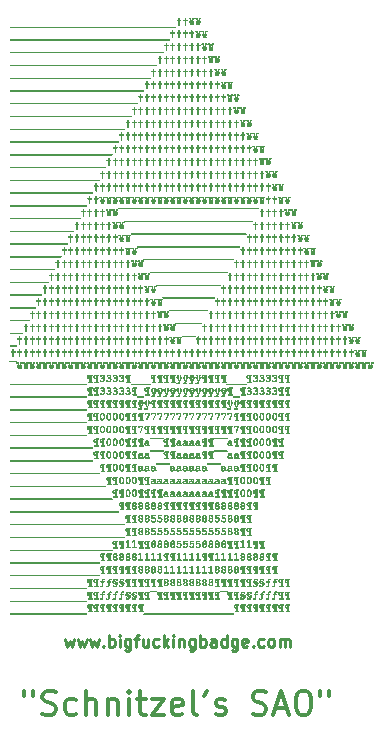
<source format=gto>
G04 #@! TF.GenerationSoftware,KiCad,Pcbnew,(6.0.2)*
G04 #@! TF.CreationDate,2022-06-08T21:31:36-07:00*
G04 #@! TF.ProjectId,iflfu-bottom,69666c66-752d-4626-9f74-746f6d2e6b69,rev?*
G04 #@! TF.SameCoordinates,Original*
G04 #@! TF.FileFunction,Legend,Top*
G04 #@! TF.FilePolarity,Positive*
%FSLAX46Y46*%
G04 Gerber Fmt 4.6, Leading zero omitted, Abs format (unit mm)*
G04 Created by KiCad (PCBNEW (6.0.2)) date 2022-06-08 21:31:36*
%MOMM*%
%LPD*%
G01*
G04 APERTURE LIST*
%ADD10C,0.045000*%
%ADD11C,0.300000*%
%ADD12C,0.250000*%
%ADD13C,1.000000*%
%ADD14O,5.080000X2.540000*%
%ADD15O,2.540000X5.080000*%
G04 APERTURE END LIST*
D10*
X175125293Y-175959009D02*
X175241308Y-175959009D01*
X172387939Y-174878979D02*
X172387939Y-174733520D01*
X160506006Y-172573535D02*
X160511059Y-172554199D01*
X158099560Y-150661523D02*
X158093848Y-150648120D01*
X159997778Y-175311401D02*
X159984375Y-175317114D01*
X160800000Y-165781494D02*
X160794287Y-165768091D01*
X169300342Y-174878979D02*
X169319678Y-174884033D01*
X160254199Y-164688061D02*
X160248706Y-164701465D01*
X172933081Y-162351416D02*
X172928027Y-162332080D01*
X161358984Y-195989648D02*
X161849853Y-195989648D01*
X166659448Y-195833349D02*
X166646045Y-195837158D01*
X175515088Y-189152344D02*
X175524591Y-189199145D01*
X175550761Y-189237035D01*
X175553100Y-189239355D01*
X169982153Y-167105859D02*
X169963037Y-167111133D01*
X166551782Y-193126611D02*
X166512395Y-193101159D01*
X166468187Y-193092660D01*
X166464990Y-193092627D01*
X163321142Y-195255322D02*
X163243799Y-195255322D01*
X166280859Y-190046045D02*
X166270312Y-190003418D01*
X169012060Y-161923828D02*
X169030957Y-161918554D01*
X177164795Y-192570337D02*
X177259277Y-192570337D01*
X165385693Y-187116284D02*
X165431329Y-187105803D01*
X165468262Y-187074363D01*
X165482373Y-187052783D01*
X178506885Y-166257495D02*
X178501172Y-166270679D01*
X174013257Y-173151416D02*
X174008203Y-173132080D01*
X177267187Y-169917114D02*
X177253784Y-169911401D01*
X180526172Y-174212109D02*
X180521118Y-174231445D01*
X163243799Y-196890381D02*
X163255444Y-196891699D01*
X165818555Y-180173730D02*
X165791122Y-180209569D01*
X165783398Y-180242944D01*
X165120703Y-153901465D02*
X165114990Y-153888061D01*
X162960351Y-158194702D02*
X162979248Y-158189648D01*
X179440942Y-166074243D02*
X179445996Y-166093579D01*
X170081909Y-193146826D02*
X170076416Y-193133935D01*
X163680615Y-181674536D02*
X163708740Y-181700464D01*
X171062329Y-169265845D02*
X171043213Y-169271118D01*
X175462353Y-182485986D02*
X175451807Y-182443359D01*
X176571533Y-158918042D02*
X176575708Y-158908374D01*
X160818896Y-158189648D02*
X161309766Y-158189648D01*
X168458350Y-191409448D02*
X168441650Y-191385278D01*
X168017578Y-179039941D02*
X168043066Y-179050488D01*
X172271484Y-155475952D02*
X172252588Y-155470679D01*
X169698047Y-178224463D02*
X169698047Y-177975293D01*
X166104639Y-183375293D02*
X166048389Y-183375293D01*
X175747119Y-162865869D02*
X175847314Y-162865869D01*
X163630078Y-169478540D02*
X163746533Y-169478979D01*
X176349609Y-196721777D02*
X176367187Y-196692187D01*
X180119018Y-165292822D02*
X180123193Y-165302270D01*
X169622021Y-182522900D02*
X169664511Y-182538971D01*
X169698047Y-182544433D01*
X175549365Y-155820044D02*
X175530469Y-155814770D01*
X178004590Y-186601684D02*
X178000415Y-186611572D01*
X166349634Y-183953393D02*
X166345459Y-183943945D01*
X167642725Y-169859985D02*
X167448047Y-169859985D01*
X171318310Y-196612207D02*
X171271916Y-196606110D01*
X171227326Y-196593434D01*
X171224707Y-196592431D01*
X177183252Y-180362915D02*
X177225741Y-180378986D01*
X177259277Y-180384448D01*
X169859766Y-158710620D02*
X169840430Y-158715893D01*
X163611182Y-165190649D02*
X163605469Y-165177466D01*
X184134521Y-174883813D02*
X184153418Y-174878540D01*
X176499902Y-176924341D02*
X176505615Y-176910937D01*
X179621777Y-197974072D02*
X179625732Y-197983594D01*
X167947705Y-163251269D02*
X167934302Y-163247534D01*
X166898730Y-181253760D02*
X166871298Y-181289599D01*
X166863574Y-181322973D01*
X173505029Y-174212109D02*
X173499975Y-174231445D01*
X168495703Y-180318530D02*
X168526765Y-180352726D01*
X168541846Y-180362915D01*
X167462988Y-176937744D02*
X167444092Y-176942798D01*
X163667432Y-182355908D02*
X163648892Y-182397518D01*
X163637218Y-182443249D01*
X163632412Y-182493099D01*
X163632275Y-182503564D01*
X171589892Y-173559082D02*
X171608789Y-173553808D01*
X162163183Y-165195923D02*
X162163183Y-165572095D01*
X174585205Y-153504858D02*
X174704297Y-153504858D01*
X166122656Y-185521655D02*
X166118481Y-185531543D01*
X171722388Y-184934765D02*
X171764427Y-184954403D01*
X171798633Y-184957617D01*
X178874048Y-173151416D02*
X178868994Y-173132080D01*
X169271777Y-187938721D02*
X169254610Y-187896170D01*
X169243652Y-187885986D01*
X176836523Y-185544507D02*
X176860940Y-185583775D01*
X176864648Y-185591528D01*
X172862549Y-183602929D02*
X172905038Y-183619000D01*
X172938574Y-183624463D01*
X160794287Y-187368091D02*
X160788794Y-187381494D01*
X170383594Y-175104858D02*
X170397436Y-175108374D01*
X174133008Y-191174121D02*
X174094467Y-191146836D01*
X174050656Y-191136442D01*
X174040283Y-191136108D01*
X160229590Y-159306518D02*
X159738721Y-159306518D01*
X178879541Y-197970410D02*
X178879541Y-197692236D01*
X165013037Y-195228515D02*
X165013037Y-195323877D01*
X166559473Y-193387939D02*
X166519986Y-193362074D01*
X166475814Y-193352220D01*
X166465430Y-193351904D01*
X177651709Y-159902270D02*
X177655884Y-159892822D01*
X170227588Y-156518994D02*
X170227588Y-156373535D01*
X167757422Y-184948169D02*
X167763135Y-184961572D01*
X169608398Y-177383130D02*
X169687060Y-177383130D01*
X177113818Y-187716357D02*
X177154889Y-187692919D01*
X177175781Y-187684057D01*
X169604443Y-176942798D02*
X169568848Y-176942798D01*
X172540869Y-155439038D02*
X172560205Y-155444092D01*
X163238306Y-169314184D02*
X163243359Y-169333520D01*
X167151416Y-180130444D02*
X167161963Y-180155932D01*
X169360107Y-189334057D02*
X169364062Y-189343506D01*
X168639184Y-150954199D02*
X168644238Y-150973535D01*
X171584180Y-172492236D02*
X171589892Y-172479053D01*
X166619238Y-158710620D02*
X166599902Y-158715893D01*
X171868506Y-178500000D02*
X171697119Y-178156787D01*
X168506250Y-194665283D02*
X168476257Y-194626885D01*
X168460107Y-194583544D01*
X168457031Y-194551904D01*
X162979248Y-193829590D02*
X163470117Y-193829590D01*
X163746533Y-164115893D02*
X163630078Y-164115893D01*
X171307764Y-158012109D02*
X171307764Y-157635937D01*
X175200659Y-190319385D02*
X175227943Y-190281977D01*
X175238634Y-190235903D01*
X175238672Y-190232812D01*
X180645264Y-166395483D02*
X180526172Y-166395483D01*
X167269849Y-152794702D02*
X167275342Y-152808105D01*
X175106836Y-191191919D02*
X175061149Y-191198816D01*
X175020041Y-191221513D01*
X175012793Y-191227954D01*
X183054346Y-175963843D02*
X183073242Y-175958569D01*
X171344678Y-175959009D02*
X171460693Y-175959009D01*
X165519726Y-170559009D02*
X165539062Y-170564062D01*
X180667236Y-172737451D02*
X180661523Y-172750635D01*
X165205517Y-192066284D02*
X165231885Y-192036401D01*
X182228174Y-176905884D02*
X182328369Y-176905884D01*
X168644238Y-163343115D02*
X168722900Y-163343115D01*
X176035620Y-177268432D02*
X176049023Y-177264917D01*
X165007764Y-195641748D02*
X165025342Y-195612158D01*
X168534375Y-177964087D02*
X168579746Y-177951913D01*
X168625342Y-177948486D01*
X180526172Y-173799023D02*
X180642187Y-173799023D01*
X160800000Y-197074804D02*
X160818896Y-197069678D01*
X162838623Y-172724048D02*
X162844336Y-172737451D01*
X177924829Y-184566284D02*
X177908133Y-184523571D01*
X177891650Y-184494433D01*
X177195557Y-195279931D02*
X177172073Y-195319812D01*
X177170508Y-195334424D01*
X166342383Y-196417969D02*
X166351768Y-196373207D01*
X166355566Y-196365674D01*
X162865430Y-182877099D02*
X162779736Y-182877099D01*
X163916382Y-177191968D02*
X163902539Y-177195483D01*
X173229053Y-166031177D02*
X173210156Y-166025903D01*
X177446484Y-194148486D02*
X177460327Y-194152148D01*
X175496850Y-181443164D02*
X175465199Y-181410359D01*
X175462353Y-181406030D01*
X168524267Y-172585840D02*
X168543164Y-172590893D01*
X166367871Y-167700000D02*
X166348975Y-167694726D01*
X158658545Y-193866504D02*
X158639648Y-193861377D01*
X164421094Y-163348169D02*
X164426807Y-163361572D01*
X173924267Y-195810351D02*
X174018750Y-195810351D01*
X178365820Y-167355908D02*
X178365820Y-167732080D01*
X174701221Y-156555908D02*
X174585205Y-156555908D01*
X170144092Y-192025854D02*
X170144092Y-192206470D01*
X183226611Y-175292065D02*
X183221558Y-175311401D01*
X166457519Y-191212134D02*
X166411125Y-191206037D01*
X166366535Y-191193361D01*
X166363916Y-191192358D01*
X177799365Y-193095263D02*
X177752306Y-193104382D01*
X177709723Y-193125924D01*
X177700488Y-193133642D01*
X172284228Y-195367822D02*
X172295282Y-195412882D01*
X172319165Y-195443115D01*
X176824219Y-183812768D02*
X176842758Y-183771041D01*
X176854431Y-183725237D01*
X176859237Y-183675357D01*
X176859375Y-183664892D01*
X176736767Y-195810351D02*
X176781051Y-195801055D01*
X176802246Y-195783984D01*
X173640381Y-154364062D02*
X173646094Y-154377466D01*
X177285644Y-159915454D02*
X177285644Y-159984887D01*
X164167309Y-184897412D02*
X164149942Y-184854020D01*
X164145557Y-184838525D01*
X174045117Y-170595923D02*
X174045117Y-170972095D01*
X169429541Y-163865845D02*
X169423828Y-163852221D01*
X163089990Y-168398584D02*
X163206445Y-168399023D01*
X161623096Y-172718994D02*
X161739111Y-172718994D01*
X160680029Y-177278100D02*
X160675854Y-177287549D01*
X162163183Y-174212109D02*
X162158130Y-174231445D01*
X181029346Y-170413550D02*
X181034399Y-170394214D01*
X176677881Y-196881592D02*
X176701883Y-196842042D01*
X176708642Y-196801172D01*
X168753223Y-191418677D02*
X168717688Y-191447413D01*
X168672653Y-191466730D01*
X168626305Y-191473115D01*
X168621387Y-191473169D01*
X175160010Y-180824341D02*
X175141113Y-180829614D01*
X170772729Y-159594214D02*
X170786133Y-159588501D01*
X162838623Y-170564062D02*
X162844336Y-170577466D01*
X176573291Y-160843872D02*
X176592187Y-160838598D01*
X167139990Y-173835937D02*
X167023975Y-173835937D01*
X165109497Y-151741479D02*
X165090381Y-151746533D01*
X175646484Y-187692627D02*
X175600563Y-187703070D01*
X175563491Y-187734402D01*
X175549365Y-187755908D01*
X177674560Y-183664892D02*
X177677795Y-183712373D01*
X177687499Y-183756765D01*
X177689282Y-183762451D01*
X166987060Y-161773535D02*
X166992114Y-161754199D01*
X176925293Y-197983594D02*
X176921118Y-197993408D01*
X176168555Y-174212109D02*
X176168555Y-173835937D01*
X176761157Y-194753320D02*
X176747754Y-194757129D01*
X184306787Y-175813550D02*
X184306787Y-175959009D01*
X181201611Y-173804077D02*
X181207324Y-173817480D01*
X170227588Y-152199023D02*
X170227588Y-152053564D01*
X168659839Y-182873364D02*
X168646435Y-182877099D01*
X171432129Y-183678515D02*
X171432129Y-183618750D01*
X164129297Y-196895215D02*
X164142920Y-196898291D01*
X166076733Y-166487549D02*
X166062891Y-166491284D01*
X166446533Y-163251269D02*
X166327441Y-163251269D01*
X177793872Y-167154199D02*
X177807275Y-167148486D01*
X172424853Y-160172095D02*
X172419800Y-160191430D01*
X167281055Y-178714673D02*
X167299951Y-178709619D01*
X172964941Y-175995923D02*
X172964941Y-176372095D01*
X169262109Y-182850293D02*
X169262109Y-182295263D01*
X173831543Y-187843359D02*
X173831543Y-187800732D01*
X162158130Y-175311401D02*
X162144726Y-175317114D01*
X176763135Y-194736474D02*
X176765332Y-194743506D01*
X164153686Y-177268432D02*
X164167090Y-177264917D01*
X169152466Y-153114184D02*
X169165869Y-153108471D01*
X174290991Y-198154834D02*
X174296484Y-198168164D01*
X158088354Y-193834717D02*
X158093848Y-193848047D01*
X175222851Y-163374756D02*
X175203955Y-163380029D01*
X174120703Y-194467969D02*
X174081216Y-194442103D01*
X174037044Y-194432249D01*
X174026660Y-194431933D01*
X165850195Y-193333887D02*
X165811663Y-193307128D01*
X165791308Y-193285547D01*
X174045117Y-171675952D02*
X174045117Y-172052124D01*
X162949145Y-153874658D02*
X162954639Y-153888061D01*
X163321142Y-177975293D02*
X163243799Y-177975293D01*
X173875268Y-163247534D02*
X173871094Y-163238086D01*
X179311743Y-197993408D02*
X179307568Y-197984033D01*
X169724414Y-159092065D02*
X169719360Y-159111401D01*
X171307764Y-155475952D02*
X171191308Y-155475952D01*
X177694336Y-184469824D02*
X177727602Y-184438799D01*
X177770170Y-184419642D01*
X177806396Y-184415332D01*
X176727100Y-166677173D02*
X176713696Y-166671460D01*
X175665381Y-159613550D02*
X175665381Y-159759009D01*
X179311743Y-180713379D02*
X179307568Y-180703930D01*
X168349365Y-169239038D02*
X168368262Y-169233764D01*
X172058789Y-186023071D02*
X172078125Y-186028125D01*
X166465430Y-193055273D02*
X166512416Y-193061653D01*
X166553841Y-193080857D01*
X166578369Y-193100830D01*
X182533154Y-175958569D02*
X182649609Y-175959009D01*
X182765185Y-170903100D02*
X182784082Y-170908154D01*
X176069018Y-187002466D02*
X176085838Y-187045349D01*
X176102637Y-187074536D01*
X179562012Y-169478979D02*
X179581348Y-169484033D01*
X158628442Y-167914673D02*
X158633935Y-167928076D01*
X173106006Y-152217480D02*
X173100293Y-152230664D01*
X182512500Y-170798071D02*
X182516675Y-170788403D01*
X172938574Y-183375293D02*
X172891515Y-183384394D01*
X172848932Y-183405982D01*
X172839697Y-183413745D01*
X163193262Y-177169116D02*
X163044287Y-176942798D01*
X170772729Y-161754199D02*
X170786133Y-161748486D01*
X182465478Y-170462768D02*
X182446582Y-170457715D01*
X175142871Y-192576489D02*
X175145068Y-192583520D01*
X161051147Y-167154199D02*
X161064551Y-167148486D01*
X156448975Y-162546533D02*
X155958105Y-162546533D01*
X168706860Y-178553393D02*
X168702685Y-178543506D01*
X163765869Y-177972217D02*
X163720481Y-177977366D01*
X163695557Y-177985400D01*
X165579492Y-189334057D02*
X165583447Y-189343506D01*
X166349634Y-194733984D02*
X166363037Y-194730322D01*
X172844971Y-180392358D02*
X172805415Y-180370254D01*
X172796411Y-180363135D01*
X171487500Y-181247387D02*
X171338965Y-181721997D01*
X163959228Y-185014087D02*
X163963183Y-185023535D01*
X165809546Y-189334057D02*
X165822949Y-189330322D01*
X168818921Y-177971557D02*
X168805078Y-177975293D01*
X176168555Y-160172095D02*
X176168555Y-159795923D01*
X165243310Y-197556885D02*
X165255176Y-197598633D01*
X165823828Y-166105884D02*
X165842725Y-166110937D01*
X174971045Y-184816553D02*
X174941587Y-184852910D01*
X174936767Y-184878515D01*
X158633935Y-197088135D02*
X158639648Y-197074804D01*
X170043457Y-176905884D02*
X170144531Y-176905884D01*
X166207910Y-166031177D02*
X166189014Y-166025903D01*
X166446973Y-161955908D02*
X166330517Y-161955908D01*
X169147412Y-152199023D02*
X169147412Y-152053564D01*
X179247803Y-197466357D02*
X179274170Y-197436474D01*
X163846069Y-194753320D02*
X163841894Y-194743506D01*
X167545166Y-194395459D02*
X167590378Y-194388379D01*
X167630196Y-194365086D01*
X167632397Y-194363086D01*
X173222681Y-171425903D02*
X173203564Y-171431177D01*
X173158301Y-188188110D02*
X173164014Y-188201513D01*
X167451562Y-189067969D02*
X167424435Y-189104455D01*
X167413805Y-189149334D01*
X167413769Y-189152344D01*
X162582422Y-196917187D02*
X162569018Y-196913379D01*
X167225244Y-162870923D02*
X167230957Y-162884326D01*
X177165674Y-176942798D02*
X177130078Y-176942798D01*
X170692090Y-195547998D02*
X170664962Y-195584484D01*
X170654333Y-195629363D01*
X170654297Y-195632373D01*
X169247168Y-172617700D02*
X169241455Y-172604297D01*
X176179101Y-182572119D02*
X176132707Y-182566022D01*
X176088117Y-182553347D01*
X176085498Y-182552344D01*
X182819458Y-170692822D02*
X182823633Y-170702270D01*
X164826709Y-171493579D02*
X164831763Y-171474243D01*
X168490869Y-161955908D02*
X168471973Y-161950635D01*
X161990918Y-168430664D02*
X161985205Y-168417480D01*
X178197290Y-183603149D02*
X178165639Y-183570344D01*
X178162793Y-183566015D01*
X170786133Y-189815332D02*
X170833119Y-189821728D01*
X170874544Y-189840916D01*
X170899072Y-189860815D01*
X171847851Y-157599023D02*
X171847851Y-157453564D01*
X158628442Y-169021509D02*
X158609326Y-169026562D01*
X174566748Y-157428515D02*
X174580151Y-157434228D01*
X174558838Y-195810351D02*
X174558838Y-195532178D01*
X169003271Y-187874560D02*
X169007666Y-187862695D01*
X179200342Y-176924341D02*
X179206055Y-176910937D01*
X163783447Y-167318994D02*
X163899463Y-167318994D01*
X161328882Y-190594702D02*
X161334375Y-190608105D01*
X172406396Y-189815332D02*
X172453383Y-189821728D01*
X172494808Y-189840916D01*
X172519336Y-189860815D01*
X168286084Y-171542798D02*
X168264990Y-171542798D01*
X178547754Y-160705884D02*
X178567090Y-160710937D01*
X180494311Y-169314184D02*
X180507715Y-169308471D01*
X174026660Y-189313183D02*
X173980812Y-189307523D01*
X173936482Y-189288438D01*
X173907129Y-189265283D01*
X169821973Y-177414770D02*
X169803076Y-177420044D01*
X166629785Y-196655713D02*
X166594255Y-196623787D01*
X166553942Y-196597667D01*
X166541894Y-196590674D01*
X166889062Y-168774756D02*
X166883350Y-168761572D01*
X181606348Y-173799023D02*
X181722363Y-173799023D01*
X176505615Y-158577685D02*
X176499902Y-158564282D01*
X173146875Y-149905884D02*
X173166211Y-149910937D01*
X171847412Y-163343115D02*
X171847412Y-163251269D01*
X176168555Y-168435937D02*
X176052100Y-168435937D01*
X164125342Y-197466357D02*
X164151709Y-197436474D01*
X175545410Y-190112402D02*
X175505854Y-190090298D01*
X175496850Y-190083179D01*
X182649609Y-173132080D02*
X182649609Y-172755908D01*
X172751367Y-184603418D02*
X172751367Y-184560791D01*
X157548266Y-180874658D02*
X157553760Y-180888061D01*
X157019385Y-170074658D02*
X157038281Y-170069604D01*
X166006641Y-162870923D02*
X166025537Y-162865869D01*
X159001318Y-177420044D02*
X158806641Y-177420044D01*
X177704883Y-187197143D02*
X177691479Y-187193408D01*
X164151269Y-166243872D02*
X164170166Y-166238598D01*
X156448975Y-169026562D02*
X155958105Y-169026562D01*
X167934302Y-171868432D02*
X167947705Y-171864917D01*
X166546728Y-176910937D02*
X166565625Y-176905884D01*
X172964941Y-158678979D02*
X173080957Y-158678979D01*
X169885254Y-183348486D02*
X169899097Y-183352221D01*
X177944824Y-160995483D02*
X177825732Y-160995483D01*
X168565576Y-179231543D02*
X168546680Y-179236816D01*
X171858398Y-182295263D02*
X171811339Y-182304365D01*
X171768756Y-182325953D01*
X171759521Y-182333716D01*
X167202832Y-181201684D02*
X167198657Y-181211572D01*
X175087939Y-154611255D02*
X174968848Y-154611255D01*
X164970850Y-196522558D02*
X164976562Y-196536181D01*
X171432129Y-188036279D02*
X171387965Y-188026750D01*
X171377197Y-188025293D01*
X164737060Y-195381445D02*
X164722119Y-195337939D01*
X175826221Y-189828515D02*
X175840063Y-189832251D01*
X175100244Y-184623633D02*
X175052241Y-184629136D01*
X175007342Y-184640168D01*
X174979394Y-184648681D01*
X178905908Y-164492065D02*
X178900854Y-164511401D01*
X163611182Y-174883813D02*
X163630078Y-174878540D01*
X169043701Y-195367822D02*
X169054755Y-195412882D01*
X169078638Y-195443115D01*
X173631152Y-193619970D02*
X173341113Y-193619970D01*
X161586182Y-174212109D02*
X161586182Y-173835937D01*
X176324560Y-157824902D02*
X176338403Y-157828418D01*
X175186157Y-195816504D02*
X175191870Y-195811670D01*
X162819287Y-173835937D02*
X162703271Y-173835937D01*
X166495972Y-194731640D02*
X166501465Y-194736474D01*
X176863330Y-162902783D02*
X176827295Y-162902783D01*
X176168555Y-175292065D02*
X176168555Y-174915893D01*
X169705957Y-190393213D02*
X169660109Y-190387552D01*
X169615779Y-190368467D01*
X169586426Y-190345312D01*
X177169629Y-183435937D02*
X177151089Y-183477548D01*
X177139416Y-183523278D01*
X177134610Y-183573129D01*
X177134473Y-183583594D01*
X167250732Y-151709619D02*
X167269849Y-151714673D01*
X169885254Y-183375293D02*
X169829004Y-183375293D01*
X170644189Y-188882959D02*
X170644189Y-188916797D01*
X161874463Y-156048120D02*
X161880176Y-156034717D01*
X176367627Y-195837158D02*
X176281933Y-195837158D01*
X156881396Y-177291284D02*
X156762305Y-177291284D01*
X163778393Y-168234228D02*
X163783447Y-168253564D01*
X167950781Y-175995923D02*
X167931885Y-175990649D01*
X163764551Y-194148486D02*
X163944287Y-194148486D01*
X174045117Y-154772095D02*
X174040063Y-154791430D01*
X164942285Y-163380029D02*
X164747607Y-163380029D01*
X176056933Y-191118530D02*
X176087995Y-191152726D01*
X176103076Y-191162915D01*
X168446045Y-182346240D02*
X168472412Y-182316357D01*
X168968555Y-179717798D02*
X168987451Y-179712744D01*
X163489233Y-160381494D02*
X163470117Y-160386548D01*
X170772729Y-152631445D02*
X170767676Y-152612109D01*
X179440942Y-169314184D02*
X179445996Y-169333520D01*
X167361035Y-196526074D02*
X167350488Y-196483447D01*
X164485693Y-193650293D02*
X164499316Y-193653955D01*
X181993066Y-172755908D02*
X181974170Y-172750635D01*
X169687500Y-151155908D02*
X169571045Y-151155908D01*
X166798535Y-184878515D02*
X166807955Y-184834211D01*
X166836218Y-184795122D01*
X166847754Y-184784912D01*
X163611182Y-167323828D02*
X163630078Y-167318554D01*
X163082959Y-182402929D02*
X163082959Y-182436767D01*
X161046094Y-168812109D02*
X161046094Y-168435937D01*
X162126269Y-169892065D02*
X162126269Y-169515893D01*
X185588232Y-174777685D02*
X185568896Y-174782739D01*
X172844971Y-184712402D02*
X172805415Y-184690298D01*
X172796411Y-184683179D01*
X171608789Y-172473779D02*
X172123389Y-172473779D01*
X168198633Y-194180859D02*
X168227018Y-194217016D01*
X168242985Y-194261099D01*
X168245215Y-194286914D01*
X165481494Y-188775293D02*
X165404150Y-188775293D01*
X162865430Y-197997217D02*
X162779736Y-197997217D01*
X175633520Y-176391430D02*
X175628467Y-176372095D01*
X178921509Y-180713379D02*
X178908105Y-180717114D01*
X164185107Y-187183960D02*
X164189282Y-187174072D01*
X184690430Y-177169116D02*
X184796777Y-177169116D01*
X166066846Y-196335351D02*
X165913037Y-196335351D01*
X161051147Y-168234228D02*
X161064551Y-168228515D01*
X177248730Y-164492065D02*
X177248730Y-164115893D01*
X180123193Y-164318042D02*
X180119018Y-164327490D01*
X158088354Y-179794702D02*
X158093848Y-179808105D01*
X176346533Y-158697436D02*
X176340820Y-158710620D01*
X164151269Y-159790649D02*
X164145557Y-159777466D01*
X163645019Y-179052685D02*
X163686939Y-179029923D01*
X163732937Y-179017666D01*
X163765869Y-179015332D01*
X162819287Y-173799023D02*
X162838623Y-173804077D01*
X175182422Y-191173901D02*
X175220707Y-191198050D01*
X175252075Y-191233008D01*
X168099097Y-155274243D02*
X168104150Y-155293579D01*
X176907275Y-195612158D02*
X176891455Y-195575683D01*
X170646826Y-193149756D02*
X170634082Y-193152392D01*
X157853906Y-177169116D02*
X157961572Y-177169116D01*
X169448437Y-169233764D02*
X169963037Y-169233764D01*
X175512891Y-188965576D02*
X175492280Y-188923167D01*
X175487402Y-188886914D01*
X174491601Y-191173901D02*
X174453070Y-191147142D01*
X174432715Y-191125561D01*
X169140820Y-181723315D02*
X169143457Y-181711011D01*
X170656055Y-182478515D02*
X170687116Y-182512711D01*
X170702197Y-182522900D01*
X176268091Y-186113379D02*
X176263916Y-186103491D01*
X172946484Y-154188501D02*
X172959888Y-154194214D01*
X176367627Y-182850293D02*
X176381250Y-182854028D01*
X177287842Y-197997217D02*
X177164795Y-197997217D01*
X178001294Y-180713379D02*
X177987891Y-180717114D01*
X176920239Y-180112207D02*
X176924414Y-180121655D01*
X177987891Y-187170337D02*
X178001514Y-187174072D01*
X163630078Y-166275952D02*
X163611182Y-166270679D01*
X179527734Y-162902783D02*
X179508838Y-162897729D01*
X175682959Y-185016504D02*
X175685156Y-185023535D01*
X159425830Y-172718994D02*
X159425830Y-172573535D01*
X175530469Y-156868139D02*
X175549365Y-156863086D01*
X162304248Y-174897436D02*
X162298535Y-174910620D01*
X170297021Y-185865307D02*
X170251784Y-185862011D01*
X170235937Y-185861792D01*
X163206445Y-175813550D02*
X163211499Y-175794214D01*
X181587891Y-169308471D02*
X181601294Y-169314184D01*
X168644238Y-160875952D02*
X168644238Y-161252124D01*
X163945605Y-186090307D02*
X163959228Y-186094043D01*
X169484473Y-173670923D02*
X169503369Y-173665869D01*
X160278808Y-154949634D02*
X160769678Y-154949634D01*
X173867139Y-188886914D02*
X173874862Y-188840142D01*
X173898034Y-188798375D01*
X173913940Y-188780786D01*
X168509326Y-173068139D02*
X168528223Y-173063086D01*
X166125732Y-166142798D02*
X166104639Y-166142798D01*
X177723340Y-194402929D02*
X177765829Y-194419000D01*
X177799365Y-194424463D01*
X167532202Y-160674243D02*
X167545605Y-160668530D01*
X168330908Y-149586548D02*
X167840039Y-149586548D01*
X170287353Y-184748218D02*
X170332806Y-184754885D01*
X170351953Y-184758545D01*
X177426709Y-164097436D02*
X177420996Y-164110620D01*
X183729785Y-176372095D02*
X183729785Y-175995923D01*
X173925146Y-182552344D02*
X173885591Y-182530239D01*
X173876587Y-182523120D01*
X179273730Y-172750635D02*
X179268017Y-172737451D01*
X155939209Y-154954687D02*
X155958105Y-154949634D01*
X164190820Y-195864844D02*
X164144664Y-195858137D01*
X164131933Y-195853857D01*
X174601025Y-180792700D02*
X174619922Y-180797754D01*
X163238306Y-167154199D02*
X163243359Y-167173535D01*
X166374023Y-180124072D02*
X166419394Y-180111899D01*
X166464990Y-180108471D01*
X180526172Y-165384887D02*
X180645264Y-165384887D01*
X171759521Y-182333716D02*
X171732089Y-182369555D01*
X171724365Y-182402929D01*
X176896289Y-184750195D02*
X176893576Y-184799921D01*
X176885438Y-184844895D01*
X176869494Y-184890475D01*
X176846464Y-184929847D01*
X176839600Y-184938721D01*
X164010205Y-149549634D02*
X164029321Y-149554687D01*
X172928027Y-159759009D02*
X172928027Y-159613550D01*
X179621777Y-178534057D02*
X179625732Y-178543506D01*
X167041553Y-195816504D02*
X167043750Y-195823535D01*
X160800000Y-161461523D02*
X160794287Y-161448120D01*
X167642725Y-177420044D02*
X167448047Y-177420044D01*
X169184326Y-151155908D02*
X169184326Y-151532080D01*
X159719824Y-183061450D02*
X159714111Y-183048047D01*
X158658545Y-164706518D02*
X158639648Y-164701465D01*
X178212451Y-171638598D02*
X178328906Y-171639038D01*
X163243359Y-173799023D02*
X163359375Y-173799023D01*
X164738379Y-180173730D02*
X164710947Y-180209569D01*
X164703223Y-180242944D01*
X163519336Y-192786548D02*
X163500439Y-192781494D01*
X162979248Y-154986548D02*
X162960351Y-154981494D01*
X174008203Y-154213550D02*
X174013257Y-154194214D01*
X168201709Y-172014770D02*
X168182812Y-172020044D01*
X173102051Y-151358056D02*
X173097876Y-151367505D01*
X171866308Y-158508471D02*
X171879712Y-158514184D01*
X163224902Y-167148486D02*
X163238306Y-167154199D01*
X164719922Y-196549365D02*
X164714209Y-196535742D01*
X173586767Y-162865869D02*
X173686963Y-162865869D01*
X170043017Y-178651172D02*
X170048730Y-178637768D01*
X167092309Y-194363086D02*
X167119569Y-194325943D01*
X167127246Y-194288232D01*
X163958130Y-183352221D02*
X163962305Y-183361670D01*
X170820190Y-182873364D02*
X170806787Y-182877099D01*
X177267627Y-182833154D02*
X177222809Y-182826456D01*
X177206323Y-182820190D01*
X162865430Y-181797143D02*
X162779736Y-181797143D01*
X159263672Y-176942798D02*
X159241699Y-176942798D01*
X169241455Y-172604297D02*
X169247168Y-172590893D01*
X161739111Y-172718994D02*
X161758447Y-172724048D01*
X169886133Y-191276294D02*
X169881961Y-191323090D01*
X169867541Y-191368889D01*
X169842822Y-191408165D01*
X169833398Y-191418677D01*
X175022900Y-197643017D02*
X175065390Y-197659088D01*
X175098926Y-197664551D01*
X176594385Y-183583594D02*
X176594385Y-183664892D01*
X174283740Y-184391162D02*
X173769141Y-184391162D01*
X168523389Y-195810351D02*
X168617871Y-195810351D01*
X177807275Y-168228515D02*
X177820679Y-168234228D01*
X165522803Y-165411255D02*
X165403711Y-165411255D01*
X178752539Y-169515893D02*
X178733642Y-169510620D01*
X175575293Y-196359961D02*
X175551809Y-196399841D01*
X175550244Y-196414453D01*
X172933081Y-159594214D02*
X172946484Y-159588501D01*
X173646094Y-172737451D02*
X173640381Y-172750635D01*
X166349634Y-190414087D02*
X166363037Y-190410351D01*
X157013672Y-166848120D02*
X157008179Y-166861523D01*
X177087451Y-197466357D02*
X177113818Y-197436474D01*
X173872851Y-171643872D02*
X173891748Y-171638598D01*
X156757251Y-175794214D02*
X156762305Y-175813550D01*
X179578931Y-177268432D02*
X179583105Y-177278100D01*
X177087451Y-186666284D02*
X177113818Y-186636401D01*
X173592920Y-191174121D02*
X173554379Y-191146836D01*
X173510568Y-191136442D01*
X173500195Y-191136108D01*
X175258227Y-154492822D02*
X175262402Y-154502270D01*
X166062891Y-167544873D02*
X166076733Y-167548388D01*
X166457519Y-184704492D02*
X166457519Y-184455322D01*
X171307764Y-160172095D02*
X171307764Y-159795923D01*
X184306787Y-175995923D02*
X184306787Y-176372095D01*
X162785010Y-176905884D02*
X162885205Y-176905884D01*
X161880176Y-158221509D02*
X161874463Y-158208105D01*
X179620679Y-179051587D02*
X179606836Y-179055322D01*
X172923193Y-179712744D02*
X172980762Y-179712744D01*
X170772729Y-155274243D02*
X170786133Y-155268530D01*
X166484326Y-185535278D02*
X166484326Y-186090307D01*
X176573291Y-165190649D02*
X176567578Y-165177466D01*
X174823828Y-167111133D02*
X174309228Y-167111133D01*
X167743799Y-187183520D02*
X167739624Y-187193408D01*
X176687988Y-178208862D02*
X176682275Y-178195459D01*
X167128564Y-197970410D02*
X167186133Y-197970410D01*
X163944287Y-183348486D02*
X163958130Y-183352221D01*
X162126269Y-166652124D02*
X162126269Y-166275952D01*
X167537695Y-182295263D02*
X167490636Y-182304365D01*
X167448053Y-182325953D01*
X167438818Y-182333716D01*
X178874048Y-176391430D02*
X178868994Y-176372095D01*
X169687500Y-153692065D02*
X169687500Y-153315893D01*
X159828808Y-177182300D02*
X159832983Y-177172851D01*
X176740503Y-169911401D02*
X176727100Y-169917114D01*
X172663476Y-165993823D02*
X172682593Y-165999096D01*
X157529150Y-170069604D02*
X157548266Y-170074658D01*
X172508350Y-179204736D02*
X172527246Y-179199463D01*
X175088379Y-175959009D02*
X175088379Y-175813550D01*
X165304834Y-195375293D02*
X165339056Y-195405081D01*
X165379980Y-195432229D01*
X165422607Y-195457471D01*
X169012060Y-151150635D02*
X169006348Y-151137451D01*
X172561963Y-150278100D02*
X172557788Y-150287549D01*
X174431836Y-157635937D02*
X174412939Y-157630664D01*
X156989062Y-185189648D02*
X157008179Y-185194702D01*
X158628442Y-149581494D02*
X158609326Y-149586548D01*
X174164209Y-177291284D02*
X174045117Y-177291284D01*
X170658691Y-184648681D02*
X170640674Y-184653076D01*
X170910058Y-181225854D02*
X170645508Y-181225854D01*
X162698218Y-169314184D02*
X162703271Y-169333520D01*
X171224707Y-196592431D02*
X171185151Y-196570393D01*
X171176147Y-196563281D01*
X163206445Y-166275952D02*
X163089990Y-166275952D01*
X159714111Y-184128076D02*
X159719824Y-184114673D01*
X172848926Y-177383130D02*
X172927588Y-177383130D01*
X175111230Y-182817114D02*
X175100244Y-182820849D01*
X159719824Y-163594702D02*
X159738721Y-163589648D01*
X166062891Y-177169116D02*
X166076733Y-177172851D01*
X179981030Y-166671460D02*
X179967627Y-166677173D01*
X168794531Y-194551904D02*
X168787609Y-194598540D01*
X168766845Y-194640233D01*
X168745312Y-194665283D01*
X177418579Y-163151953D02*
X177404736Y-163155469D01*
X180489258Y-167173535D02*
X180494311Y-167154199D01*
X172323779Y-149937744D02*
X172304883Y-149942798D01*
X163238306Y-172554199D02*
X163243359Y-172573535D01*
X165398657Y-175311401D02*
X165385254Y-175317114D01*
X162131323Y-175794214D02*
X162144726Y-175788501D01*
X172487475Y-185033423D02*
X172483301Y-185023535D01*
X167394214Y-170692822D02*
X167407617Y-170689087D01*
X167803564Y-164932251D02*
X167809277Y-164919067D01*
X172425293Y-185010351D02*
X172436938Y-185011670D01*
X167186133Y-187197143D02*
X167100439Y-187197143D01*
X167738086Y-184980029D02*
X167651514Y-184980029D01*
X170440063Y-180713379D02*
X170426660Y-180717114D01*
X170232641Y-159594214D02*
X170246045Y-159588501D01*
X176126147Y-187140234D02*
X176087791Y-187114979D01*
X176077148Y-187103979D01*
X176200415Y-170991430D02*
X176187012Y-170997143D01*
X158093848Y-183048047D02*
X158088354Y-183061450D01*
X169724853Y-189330322D02*
X169736499Y-189331640D01*
X174760986Y-187174072D02*
X174764941Y-187183520D01*
X159168530Y-179794702D02*
X159174023Y-179808105D01*
X176787744Y-183348266D02*
X176825894Y-183373521D01*
X176836523Y-183384521D01*
X161466650Y-177291284D02*
X161453247Y-177287549D01*
X172964941Y-161773535D02*
X172964941Y-161918994D01*
X163803223Y-180703491D02*
X163799048Y-180713379D01*
X179581348Y-170590649D02*
X179562012Y-170595923D01*
X185217114Y-177172851D02*
X185230517Y-177169116D01*
X164127100Y-178451660D02*
X164120508Y-178436719D01*
X181129101Y-176910937D02*
X181147998Y-176905884D01*
X176614160Y-182309765D02*
X176647426Y-182278740D01*
X176689995Y-182259583D01*
X176726221Y-182255273D01*
X169179272Y-175311401D02*
X169165869Y-175317114D01*
X178879541Y-178224463D02*
X178879541Y-177975293D01*
X161334375Y-148488061D02*
X161328882Y-148501465D01*
X173354736Y-192392358D02*
X173364239Y-192439160D01*
X173390410Y-192477050D01*
X173392749Y-192479370D01*
X175088379Y-159795923D02*
X174971924Y-159795923D01*
X162819287Y-174915893D02*
X162703271Y-174915893D01*
X173935254Y-195244189D02*
X173980625Y-195231976D01*
X174026221Y-195228515D01*
X166898730Y-196373730D02*
X166871298Y-196409661D01*
X166863574Y-196443017D01*
X177401660Y-169478979D02*
X177420996Y-169484033D01*
X168889453Y-164919067D02*
X168908350Y-164913794D01*
X180727441Y-166110937D02*
X180733154Y-166124341D01*
X168785303Y-160857495D02*
X168779590Y-160870679D01*
X169575879Y-180318530D02*
X169606940Y-180352726D01*
X169622021Y-180362915D01*
X183884473Y-176942798D02*
X183848437Y-176942798D01*
X166363037Y-194730322D02*
X166457519Y-194730322D01*
X170154639Y-188764087D02*
X170200010Y-188751913D01*
X170245605Y-188748486D01*
X168895605Y-198168164D02*
X168901318Y-198154834D01*
X157842480Y-175292065D02*
X157837427Y-175311401D01*
X172540869Y-175995923D02*
X172424853Y-175995923D01*
X176719189Y-187944433D02*
X176719189Y-187695263D01*
X177390234Y-195730371D02*
X177380308Y-195774973D01*
X177377270Y-195781201D01*
X161899072Y-189509619D02*
X162389941Y-189509619D01*
X164286621Y-165572095D02*
X164286621Y-165195923D01*
X166355566Y-187103979D02*
X166331413Y-187065142D01*
X166327661Y-187057397D01*
X169053149Y-189860815D02*
X169090938Y-189833098D01*
X169134104Y-189818174D01*
X169165869Y-189815332D01*
X171234814Y-180124072D02*
X171280185Y-180111899D01*
X171325781Y-180108471D01*
X176035620Y-163247534D02*
X176031445Y-163238086D01*
X169787036Y-183953393D02*
X169782861Y-183943506D01*
X158628442Y-186301465D02*
X158609326Y-186306518D01*
X173166211Y-162897729D02*
X173146875Y-162902783D01*
X168490869Y-161918554D02*
X168607324Y-161918994D01*
X165938745Y-159594214D02*
X165943799Y-159613550D01*
X177799805Y-178476269D02*
X177844989Y-178470614D01*
X177887314Y-178451726D01*
X177907251Y-178436059D01*
X169161475Y-191473169D02*
X169116473Y-191468710D01*
X169072986Y-191455336D01*
X169060840Y-191449878D01*
X163959228Y-183934057D02*
X163963183Y-183943506D01*
X165158057Y-162884326D02*
X165163769Y-162870923D01*
X178567090Y-160737744D02*
X178547754Y-160742798D01*
X157008179Y-152821509D02*
X156989062Y-152826562D01*
X179845459Y-164441528D02*
X179851172Y-164428125D01*
X171879712Y-155871460D02*
X171866308Y-155877173D01*
X166624951Y-157617480D02*
X166619238Y-157630664D01*
X169063476Y-189357129D02*
X169050073Y-189353393D01*
X169366260Y-162902783D02*
X169345166Y-162902783D01*
X174726269Y-173817480D02*
X174720557Y-173830664D01*
X162960351Y-153874658D02*
X162979248Y-153869604D01*
X161309766Y-191669604D02*
X161328882Y-191674658D01*
X175477295Y-186910180D02*
X175477295Y-186818774D01*
X168785303Y-158697436D02*
X168779590Y-158710620D01*
X166305908Y-158697436D02*
X166311621Y-158683813D01*
X167386084Y-157617480D02*
X167391797Y-157603857D01*
X172522412Y-177414770D02*
X172503516Y-177420044D01*
X156448975Y-184109619D02*
X156468091Y-184114673D01*
X159738721Y-179789648D02*
X160229590Y-179789648D01*
X171344678Y-158678979D02*
X171460693Y-158678979D01*
X181568994Y-177195483D02*
X181449902Y-177195483D01*
X172492749Y-192046728D02*
X172453362Y-192021185D01*
X172409154Y-192012704D01*
X172405957Y-192012671D01*
X181182275Y-173799023D02*
X181201611Y-173804077D01*
X162684814Y-166068530D02*
X162698218Y-166074243D01*
X168639184Y-159594214D02*
X168644238Y-159613550D01*
X169824609Y-190908471D02*
X169843506Y-190913745D01*
X164499097Y-180713379D02*
X164485693Y-180717114D01*
X172484180Y-185726001D02*
X172440866Y-185707287D01*
X172399805Y-185703589D01*
X157019385Y-163594702D02*
X157038281Y-163589648D01*
X160640478Y-177388183D02*
X160646191Y-177401587D01*
X173222681Y-169239038D02*
X173228174Y-169252661D01*
X173352539Y-192205591D02*
X173331929Y-192163181D01*
X173327051Y-192126929D01*
X175478613Y-196917187D02*
X175478613Y-196820947D01*
X166452026Y-174231445D02*
X166446973Y-174212109D01*
X169179272Y-150954199D02*
X169184326Y-150973535D01*
X158088354Y-166861523D02*
X158069238Y-166866577D01*
X172270605Y-186976538D02*
X172241148Y-187012895D01*
X172236328Y-187038501D01*
X174364160Y-176942798D02*
X174345264Y-176937744D01*
X168763330Y-163251269D02*
X168644238Y-163251269D01*
X168617871Y-196584521D02*
X168617871Y-196335351D01*
X160929639Y-167318554D02*
X161046094Y-167318994D01*
X159198633Y-151709619D02*
X159689502Y-151709619D01*
X184508057Y-172590893D02*
X184513769Y-172604297D01*
X172147998Y-171412720D02*
X172142505Y-171425903D01*
X168513061Y-192020801D02*
X168550851Y-191993084D01*
X168594016Y-191978159D01*
X168625781Y-191975317D01*
X174580151Y-174714184D02*
X174585205Y-174733520D01*
X181185351Y-177195483D02*
X181066260Y-177195483D01*
X178874048Y-168831445D02*
X178868994Y-168812109D01*
X167969897Y-195833349D02*
X167965723Y-195823974D01*
X175496850Y-195483252D02*
X175465199Y-195450377D01*
X175462353Y-195446045D01*
X178383398Y-194736474D02*
X178385596Y-194743506D01*
X173637964Y-177172851D02*
X173642139Y-177182300D01*
X166010376Y-189331640D02*
X166021582Y-189330322D01*
X167564502Y-196335351D02*
X167564502Y-196890381D01*
X161064551Y-168837158D02*
X161051147Y-168831445D01*
X175633520Y-169911401D02*
X175628467Y-169892065D01*
X171413013Y-195443115D02*
X171440272Y-195405973D01*
X171447949Y-195368262D01*
X174726269Y-160857495D02*
X174720557Y-160870679D01*
X176179101Y-190132178D02*
X176132707Y-190126081D01*
X176088117Y-190113405D01*
X176085498Y-190112402D01*
X164732226Y-181229809D02*
X164765492Y-181198784D01*
X164808061Y-181179627D01*
X164844287Y-181175317D01*
X174688476Y-153641528D02*
X174682764Y-153654712D01*
X179503125Y-162884326D02*
X179508838Y-162870923D01*
X177160400Y-179572998D02*
X177119368Y-179553853D01*
X177089209Y-179531689D01*
X161586182Y-172755908D02*
X161469726Y-172755908D01*
X181267529Y-167217700D02*
X181248193Y-167222754D01*
X160278808Y-151709619D02*
X160769678Y-151709619D01*
X157578369Y-172229663D02*
X158069238Y-172229663D01*
X174911719Y-197520849D02*
X174921872Y-197476172D01*
X174927100Y-197466357D01*
X168625342Y-177948486D02*
X168805078Y-177948486D01*
X172946484Y-152028515D02*
X172959888Y-152034228D01*
X168475708Y-178203149D02*
X168444057Y-178170344D01*
X168441211Y-178166015D01*
X168342773Y-169233764D02*
X168361890Y-169239038D01*
X156584326Y-174897436D02*
X156590039Y-174883813D01*
X166084863Y-173817480D02*
X166079150Y-173830664D01*
X182847363Y-169382739D02*
X182697949Y-169609057D01*
X179608154Y-179637158D02*
X179522461Y-179637158D01*
X175633520Y-172071460D02*
X175628467Y-172052124D01*
X174013257Y-170991430D02*
X174008203Y-170972095D01*
X175866650Y-155337744D02*
X175847314Y-155342798D01*
X167081103Y-190093945D02*
X167119389Y-190118094D01*
X167150757Y-190153052D01*
X171422461Y-180690307D02*
X171422461Y-180135278D01*
X165385254Y-174237158D02*
X165371850Y-174231445D01*
X185792139Y-176334741D02*
X185786426Y-176321557D01*
X174045117Y-159759009D02*
X174161133Y-159759009D01*
X159198633Y-190626562D02*
X159179736Y-190621509D01*
X167626904Y-169350879D02*
X167645801Y-169345825D01*
X179522461Y-178557129D02*
X179508618Y-178553393D01*
X174710010Y-185778735D02*
X174710010Y-186023071D01*
X174666943Y-154262768D02*
X174648047Y-154257715D01*
X173403955Y-162870923D02*
X173409668Y-162884326D01*
X168239502Y-154364062D02*
X168245215Y-154377466D01*
X175965527Y-156390893D02*
X175984424Y-156385840D01*
X164411865Y-196517285D02*
X164430762Y-196522558D01*
X177094043Y-196933887D02*
X177074707Y-196913232D01*
X171463769Y-177264917D02*
X171477612Y-177268432D01*
X164920752Y-178199853D02*
X164960730Y-178223086D01*
X164993296Y-178255166D01*
X164998535Y-178262475D01*
X160278808Y-165786548D02*
X160259912Y-165781494D01*
X176173608Y-174714184D02*
X176187012Y-174708471D01*
X174446777Y-182863916D02*
X174450952Y-182854028D01*
X164034814Y-191688061D02*
X164040527Y-191674658D01*
X178368017Y-193677099D02*
X178244971Y-193677099D01*
X180067822Y-163982739D02*
X180048926Y-163977685D01*
X164863623Y-158715893D02*
X164863623Y-159092065D01*
X180521118Y-168234228D02*
X180526172Y-168253564D01*
X169571924Y-192205591D02*
X169551313Y-192163181D01*
X169546435Y-192126929D01*
X166659668Y-197974072D02*
X166663623Y-197983594D01*
X174994116Y-188780786D02*
X175031905Y-188753069D01*
X175075071Y-188738145D01*
X175106836Y-188735303D01*
X176033203Y-174910620D02*
X176027490Y-174897436D01*
X174786475Y-176937744D02*
X174767139Y-176942798D01*
X179565088Y-164304858D02*
X179578931Y-164308374D01*
X174911719Y-197563476D02*
X174911719Y-197520849D01*
X168123926Y-188263476D02*
X168119751Y-188273364D01*
X169309131Y-188183056D02*
X169358350Y-188183056D01*
X159309375Y-175958569D02*
X159425830Y-175959009D01*
X178527539Y-178345312D02*
X178519968Y-178392886D01*
X178497258Y-178436073D01*
X178473706Y-178462427D01*
X162131323Y-170394214D02*
X162144726Y-170388501D01*
X174558838Y-179332178D02*
X174512443Y-179326081D01*
X174467853Y-179313405D01*
X174465234Y-179312402D01*
X176630420Y-195334424D02*
X176646680Y-195375293D01*
X162009814Y-172718554D02*
X162126269Y-172718994D01*
X163309936Y-178531640D02*
X163321142Y-178530322D01*
X161591235Y-176391430D02*
X161586182Y-176372095D01*
X163965381Y-162902783D02*
X163944287Y-162902783D01*
X159179736Y-196021435D02*
X159174023Y-196008105D01*
X155958105Y-159306518D02*
X155939209Y-159301465D01*
X171191308Y-175958569D02*
X171307764Y-175959009D01*
X164826709Y-196801172D02*
X164826709Y-196554638D01*
X157824023Y-175788501D02*
X157837427Y-175794214D01*
X164402197Y-164459985D02*
X164207519Y-164459985D01*
X176200415Y-166074243D02*
X176205469Y-166093579D01*
X175125732Y-192570337D02*
X175137378Y-192571655D01*
X165803174Y-166601587D02*
X165808887Y-166588183D01*
X177285644Y-172755908D02*
X177285644Y-173132080D01*
X171318310Y-182544433D02*
X171318310Y-182295263D01*
X156498193Y-152826562D02*
X156479297Y-152821509D01*
X167502978Y-180181201D02*
X167477490Y-180191528D01*
X157553760Y-152808105D02*
X157548266Y-152821509D01*
X175726245Y-195816504D02*
X175731958Y-195811670D01*
X160422949Y-176942798D02*
X160387353Y-176942798D01*
X167931885Y-152203857D02*
X167950781Y-152198584D01*
X165765820Y-168417480D02*
X165771533Y-168403857D01*
X172522412Y-177388183D02*
X172528125Y-177401587D01*
X169184326Y-158678979D02*
X169300342Y-158678979D01*
X167905517Y-179199463D02*
X168006592Y-179199463D01*
X169012500Y-180156372D02*
X169053571Y-180132934D01*
X169074463Y-180124072D01*
X177807275Y-169308471D02*
X177820679Y-169314184D01*
X156666943Y-176924341D02*
X156661230Y-176937744D01*
X161880176Y-190594702D02*
X161899072Y-190589648D01*
X163746094Y-163155469D02*
X163627002Y-163155469D01*
X169247168Y-172590893D02*
X169266064Y-172585840D01*
X179409082Y-173653564D02*
X179414136Y-173634228D01*
X175088379Y-156373535D02*
X175093433Y-156354199D01*
X162930029Y-157146533D02*
X162439160Y-157146533D01*
X162126269Y-173835937D02*
X162009814Y-173835937D01*
X171782373Y-182522900D02*
X171824862Y-182538971D01*
X171858398Y-182544433D01*
X172059448Y-182291528D02*
X172045605Y-182295263D01*
X171489697Y-194694726D02*
X171470801Y-194700000D01*
X175270312Y-193588037D02*
X175276025Y-193601513D01*
X170266699Y-180717114D02*
X170143652Y-180717114D01*
X175276025Y-193601513D02*
X175270312Y-193614697D01*
X160794287Y-164688061D02*
X160800000Y-164674658D01*
X166457519Y-186090307D02*
X166457519Y-185812134D01*
X177248730Y-167732080D02*
X177248730Y-167355908D01*
X168161279Y-171524341D02*
X168166992Y-171510937D01*
X173426367Y-179231543D02*
X173407471Y-179236816D01*
X166311621Y-160843872D02*
X166330517Y-160838598D01*
X166010376Y-191491626D02*
X166021582Y-191490307D01*
X158885742Y-175995923D02*
X158769287Y-175995923D01*
X168819800Y-180713379D02*
X168806396Y-180717114D01*
X172248633Y-188024853D02*
X172287819Y-188002085D01*
X172332725Y-187989588D01*
X172380700Y-187985019D01*
X172392334Y-187984863D01*
X160278808Y-197069678D02*
X160769678Y-197069678D01*
X172268408Y-163224902D02*
X172387500Y-163224902D01*
X167139990Y-155439038D02*
X167159326Y-155444092D01*
X169262109Y-189330322D02*
X169262109Y-188775293D01*
X167035400Y-163129101D02*
X167143066Y-163129101D01*
X164691357Y-159763843D02*
X164710254Y-159758569D01*
X165064892Y-165030908D02*
X165070605Y-165044311D01*
X173862305Y-193588037D02*
X173881201Y-193583056D01*
X177435058Y-195323877D02*
X177431543Y-195337353D01*
X179419629Y-195255322D02*
X179372569Y-195264440D01*
X179329987Y-195285983D01*
X179320752Y-195293701D01*
X167281714Y-166025903D02*
X167262598Y-166031177D01*
X174955444Y-163228418D02*
X174968848Y-163224902D01*
X174397998Y-191311889D02*
X174405437Y-191266521D01*
X174421509Y-191233447D01*
X177700928Y-196517285D02*
X177788818Y-196517285D01*
X178868994Y-166275952D02*
X178752539Y-166275952D01*
X168283887Y-178543506D02*
X168279712Y-178553393D01*
X163605469Y-169497436D02*
X163611182Y-169483813D01*
X166889062Y-163374756D02*
X166883350Y-163361572D01*
X172932422Y-187984863D02*
X172978561Y-187987209D01*
X172987793Y-187988159D01*
X160373071Y-177172851D02*
X160386475Y-177169116D01*
X177267187Y-193633154D02*
X177221339Y-193627493D01*
X177177010Y-193608408D01*
X177147656Y-193585254D01*
X164863623Y-161773535D02*
X164863623Y-161918994D01*
X167537695Y-192570337D02*
X167537695Y-192292163D01*
X163494726Y-189528076D02*
X163500439Y-189514673D01*
X176187012Y-170388501D02*
X176200415Y-170394214D01*
X159198633Y-166829663D02*
X159689502Y-166829663D01*
X163238306Y-167751416D02*
X163224902Y-167757129D01*
X183189258Y-177195483D02*
X183070166Y-177195483D01*
X161899072Y-157109619D02*
X162389941Y-157109619D01*
X165544775Y-173817480D02*
X165539062Y-173830664D01*
X184269873Y-174915893D02*
X184153418Y-174915893D01*
X167403662Y-196443017D02*
X167403662Y-196476855D01*
X180950244Y-177383130D02*
X181028906Y-177383130D01*
X171710742Y-163238086D02*
X171714917Y-163228418D01*
X157008179Y-156034717D02*
X157013672Y-156048120D01*
X166195166Y-150648120D02*
X166200879Y-150634717D01*
X162389941Y-186269604D02*
X162409058Y-186274658D01*
X175228564Y-177401587D02*
X175222851Y-177414770D01*
X172424853Y-176372095D02*
X172419800Y-176391430D01*
X173486572Y-172548486D02*
X173499975Y-172554199D01*
X176713696Y-175311401D02*
X176708642Y-175292065D01*
X174566308Y-196308545D02*
X174746045Y-196308545D01*
X163611182Y-169483813D02*
X163630078Y-169478540D01*
X175200879Y-189067969D02*
X175161392Y-189042103D01*
X175117220Y-189032249D01*
X175106836Y-189031933D01*
X175352051Y-179826562D02*
X174861182Y-179826562D01*
X173872851Y-170563843D02*
X173891748Y-170558569D01*
X170066308Y-188826269D02*
X170092676Y-188796387D01*
X167324121Y-162870923D02*
X167343017Y-162865869D01*
X163347949Y-195255322D02*
X163347949Y-195810351D01*
X177285644Y-168435937D02*
X177285644Y-168812109D01*
X160621582Y-177420044D02*
X160426904Y-177420044D01*
X166446973Y-174878979D02*
X166446973Y-174733520D01*
X167444092Y-169382739D02*
X167408496Y-169382739D01*
X174040283Y-191136108D02*
X173993508Y-191141112D01*
X173950332Y-191154615D01*
X173925146Y-191166430D01*
X174701221Y-172755908D02*
X174585205Y-172755908D01*
X173621045Y-175995923D02*
X173505029Y-175995923D01*
X176095605Y-184444116D02*
X176140976Y-184431943D01*
X176186572Y-184428515D01*
X168639184Y-153711401D02*
X168625781Y-153717114D01*
X173881201Y-186813061D02*
X173869116Y-186807788D01*
X160248706Y-191674658D02*
X160254199Y-191688061D01*
X172424853Y-150973535D02*
X172424853Y-151118994D01*
X162666357Y-164078979D02*
X162666357Y-163933520D01*
X164248828Y-184940478D02*
X164291989Y-184955541D01*
X164305517Y-184956299D01*
X157837427Y-173151416D02*
X157824023Y-173157129D01*
X157529150Y-169026562D02*
X157038281Y-169026562D01*
X164034814Y-190608105D02*
X164029321Y-190621509D01*
X174220679Y-180713379D02*
X174207275Y-180717114D01*
X184388525Y-172585840D02*
X184488721Y-172585840D01*
X183734839Y-176391430D02*
X183729785Y-176372095D01*
X170522241Y-169239038D02*
X170527734Y-169252661D01*
X163045166Y-182346240D02*
X163071533Y-182316357D01*
X178968750Y-176937744D02*
X178963037Y-176924341D01*
X167714355Y-189151904D02*
X167707433Y-189198540D01*
X167686669Y-189240233D01*
X167665137Y-189265283D01*
X177259717Y-178476269D02*
X177304901Y-178470614D01*
X177347226Y-178451726D01*
X177367163Y-178436059D01*
X182127539Y-168510205D02*
X182264209Y-168302783D01*
X166484326Y-181770337D02*
X166495972Y-181771655D01*
X166820947Y-187885986D02*
X166810400Y-187843359D01*
X165302637Y-165057715D02*
X165283740Y-165062768D01*
X166904004Y-197672461D02*
X166864448Y-197650422D01*
X166855444Y-197643310D01*
X171127148Y-179231543D02*
X171121435Y-179218359D01*
X177826172Y-196438183D02*
X177826172Y-196517285D01*
X162420264Y-191674658D02*
X162439160Y-191669604D01*
X158093848Y-152808105D02*
X158088354Y-152821509D01*
X174585644Y-182850293D02*
X174597290Y-182851611D01*
X161618042Y-167751416D02*
X161604639Y-167757129D01*
X161334375Y-189528076D02*
X161340088Y-189514673D01*
X167564502Y-196890381D02*
X167576147Y-196891699D01*
X163783447Y-165572095D02*
X163778393Y-165591430D01*
X173464160Y-181711011D02*
X173610498Y-181242554D01*
X168661816Y-196896533D02*
X168664014Y-196903564D01*
X169554565Y-177172851D02*
X169567969Y-177169116D01*
X170358984Y-195260888D02*
X170387370Y-195297045D01*
X170403337Y-195341128D01*
X170405566Y-195366943D01*
X162542871Y-196476855D02*
X162554736Y-196518603D01*
X171858398Y-180384448D02*
X171858398Y-180135278D01*
X175258227Y-177172851D02*
X175262402Y-177182300D01*
X164569409Y-148474658D02*
X164574902Y-148488061D01*
X161328882Y-149581494D02*
X161309766Y-149586548D01*
X162865430Y-196917187D02*
X162779736Y-196917187D01*
X180893994Y-168403857D02*
X180912891Y-168398584D01*
X179320752Y-197453760D02*
X179293320Y-197489690D01*
X179285596Y-197523047D01*
X170380517Y-151118994D02*
X170399853Y-151124048D01*
X165371850Y-160191430D02*
X165366797Y-160172095D01*
X163206445Y-172718994D02*
X163206445Y-172573535D01*
X174290332Y-165999096D02*
X174309228Y-165993823D01*
X166363916Y-176905884D02*
X166382812Y-176910937D01*
X174735498Y-194551904D02*
X174728576Y-194598540D01*
X174707812Y-194640233D01*
X174686279Y-194665283D01*
X166501465Y-194736474D02*
X166503662Y-194743506D01*
X179581348Y-175964062D02*
X179587060Y-175977466D01*
X157578369Y-185226562D02*
X157559473Y-185221509D01*
X173679712Y-196331543D02*
X173665869Y-196335351D01*
X161591235Y-166074243D02*
X161604639Y-166068530D01*
X175087939Y-155595483D02*
X174968848Y-155595483D01*
X175798315Y-177172851D02*
X175802490Y-177182300D01*
X172801025Y-187893017D02*
X172788940Y-187887744D01*
X171344678Y-177383130D02*
X171423340Y-177383130D01*
X176604932Y-177401587D02*
X176610644Y-177388183D01*
X164599512Y-154986548D02*
X164580615Y-154981494D01*
X158628442Y-185221509D02*
X158609326Y-185226562D01*
X173381543Y-190369922D02*
X173341099Y-190346507D01*
X173319141Y-190329492D01*
X166885986Y-190345312D02*
X166855993Y-190306915D01*
X166839843Y-190263574D01*
X166836767Y-190231933D01*
X157265478Y-173835937D02*
X157149023Y-173835937D01*
X177426709Y-160857495D02*
X177420996Y-160870679D01*
X171712500Y-155470679D02*
X171706787Y-155457495D01*
X177691479Y-194733984D02*
X177704883Y-194730322D01*
X167102637Y-163380029D02*
X166907959Y-163380029D01*
X162439160Y-153906518D02*
X162420264Y-153901465D01*
X171746338Y-196904004D02*
X171750513Y-196894043D01*
X179463574Y-196896533D02*
X179465771Y-196903564D01*
X165604980Y-176937744D02*
X165585644Y-176942798D01*
X174060937Y-179712744D02*
X174079834Y-179717798D01*
X164185107Y-186103930D02*
X164189282Y-186094043D01*
X171583301Y-165993823D02*
X171602417Y-165999096D01*
X168701367Y-189013916D02*
X168739653Y-189038065D01*
X168771020Y-189073022D01*
X158099560Y-183061450D02*
X158093848Y-183048047D01*
X170267358Y-184938501D02*
X170306410Y-184915606D01*
X170343816Y-184885265D01*
X170351953Y-184877637D01*
X158639648Y-188434643D02*
X158658545Y-188429590D01*
X179343603Y-181442944D02*
X179386093Y-181459015D01*
X179419629Y-181464477D01*
X159179736Y-186301465D02*
X159174023Y-186288061D01*
X171728320Y-149089087D02*
X171834668Y-149089087D01*
X158069238Y-170069604D02*
X158088354Y-170074658D01*
X161083008Y-168812109D02*
X161077954Y-168831445D01*
X175493115Y-167350635D02*
X175487402Y-167337451D01*
X170439184Y-182272192D02*
X170443359Y-182281640D01*
X166006421Y-190433423D02*
X166002246Y-190423535D01*
X163746094Y-177383130D02*
X163746094Y-177291284D01*
X164499097Y-193673291D02*
X164485693Y-193677099D01*
X169719580Y-191136108D02*
X169672805Y-191141112D01*
X169629629Y-191154615D01*
X169604443Y-191166430D01*
X167630640Y-188251611D02*
X167641846Y-188250293D01*
X164883398Y-197983594D02*
X164879224Y-197993408D01*
X165329004Y-184940478D02*
X165372165Y-184955541D01*
X165385693Y-184956299D01*
X177322998Y-182308008D02*
X177280104Y-182293363D01*
X177266748Y-182292627D01*
X166483887Y-157599023D02*
X166599902Y-157599023D01*
X174407226Y-189966943D02*
X174414950Y-189920171D01*
X174438122Y-189878404D01*
X174454028Y-189860815D01*
X165917432Y-189052148D02*
X165871037Y-189046052D01*
X165826447Y-189033376D01*
X165823828Y-189032373D01*
X164102490Y-163982739D02*
X164083594Y-163977685D01*
X172425293Y-188775293D02*
X172425293Y-189330322D01*
X178333960Y-168234228D02*
X178347363Y-168228515D01*
X174909521Y-180797754D02*
X174928418Y-180792700D01*
X158118457Y-161466577D02*
X158099560Y-161461523D01*
X179832715Y-173835937D02*
X179813818Y-173830664D01*
X167275342Y-153888061D02*
X167269849Y-153901465D01*
X167100439Y-188277099D02*
X167086597Y-188273364D01*
X170088501Y-186807788D02*
X170083447Y-186794604D01*
X176217554Y-195811670D02*
X176223047Y-195816504D01*
X178333960Y-172071460D02*
X178328906Y-172052124D01*
X170632764Y-182316357D02*
X170673834Y-182292919D01*
X170694726Y-182284057D01*
X179440942Y-175794214D02*
X179445996Y-175813550D01*
X173667187Y-196890381D02*
X173680810Y-196894043D01*
X170367773Y-195368262D02*
X170357788Y-195321635D01*
X170332397Y-195286670D01*
X172221826Y-184646045D02*
X172211279Y-184603418D01*
X171222510Y-177995947D02*
X171233057Y-177970459D01*
X158517920Y-172724048D02*
X158523633Y-172737451D01*
X164484375Y-193095263D02*
X164428125Y-193095263D01*
X166446973Y-157635937D02*
X166330517Y-157635937D01*
X183596850Y-172967505D02*
X183592676Y-172958056D01*
X168361230Y-150661523D02*
X168355517Y-150648120D01*
X171972217Y-184980029D02*
X171972217Y-184926855D01*
X163585254Y-180186255D02*
X163611621Y-180156372D01*
X162420264Y-154954687D02*
X162439160Y-154949634D01*
X184508057Y-173697729D02*
X184488721Y-173702783D01*
X175628467Y-161918994D02*
X175628467Y-161773535D01*
X169687060Y-175035425D02*
X169567969Y-175035425D01*
X166349634Y-179614087D02*
X166363037Y-179610351D01*
X163206006Y-177291284D02*
X163086914Y-177291284D01*
X169674316Y-163129101D02*
X169525342Y-162902783D01*
X156865576Y-177401587D02*
X156859863Y-177414770D01*
X164286621Y-172718994D02*
X164286621Y-172573535D01*
X166624951Y-170577466D02*
X166619238Y-170590649D01*
X175549365Y-156863086D02*
X175628027Y-156863086D01*
X186064160Y-177182300D02*
X186059985Y-177191968D01*
X170626611Y-195366943D02*
X170634335Y-195320154D01*
X170657507Y-195278416D01*
X170673413Y-195260888D01*
X164660596Y-178436719D02*
X164665649Y-178424414D01*
X164580615Y-150634717D02*
X164599512Y-150629663D01*
X177826172Y-196554638D02*
X177826172Y-196806885D01*
X174308350Y-164932690D02*
X174302856Y-164945874D01*
X162930029Y-151746533D02*
X162439160Y-151746533D01*
X176268091Y-183953393D02*
X176263916Y-183943506D01*
X158377515Y-173634228D02*
X158382568Y-173653564D01*
X162489697Y-196483447D02*
X162489697Y-196440820D01*
X166624951Y-161937451D02*
X166619238Y-161950635D01*
X177657202Y-197643310D02*
X177625551Y-197610435D01*
X177622705Y-197606103D01*
X156989062Y-173309619D02*
X157008179Y-173314673D01*
X171884766Y-159795923D02*
X171884766Y-160172095D01*
X168471973Y-174910620D02*
X168466260Y-174897436D01*
X172670727Y-198181494D02*
X172651611Y-198186621D01*
X176592187Y-170595923D02*
X176573291Y-170590649D01*
X164170166Y-169515893D02*
X164151269Y-169510620D01*
X161899072Y-163589648D02*
X162389941Y-163589648D01*
X174394482Y-181277270D02*
X174389209Y-181258374D01*
X168085254Y-182268457D02*
X168264990Y-182268457D01*
X176033203Y-167350635D02*
X176027490Y-167337451D01*
X175493115Y-159763843D02*
X175512012Y-159758569D01*
X165415796Y-189331640D02*
X165421289Y-189336474D01*
X170264502Y-155475952D02*
X170264502Y-155852124D01*
X170684619Y-192246460D02*
X170664844Y-192253491D01*
X164286182Y-164331225D02*
X164167090Y-164331225D01*
X171403125Y-189343506D02*
X171405542Y-189336474D01*
X176205469Y-157851269D02*
X176205469Y-157943115D01*
X164837256Y-187170337D02*
X164837256Y-186892163D01*
X158099560Y-178714673D02*
X158118457Y-178709619D01*
X167364990Y-162902783D02*
X167343017Y-162902783D01*
X183226611Y-173653564D02*
X183226611Y-173799023D01*
X170259448Y-154791430D02*
X170246045Y-154797143D01*
X160229590Y-186306518D02*
X159738721Y-186306518D01*
X184205713Y-176910937D02*
X184211426Y-176924341D01*
X177629297Y-179531689D02*
X177622705Y-179516748D01*
X172502637Y-183930322D02*
X172502637Y-183375293D01*
X159719824Y-181954687D02*
X159738721Y-181949634D01*
X174566748Y-176397143D02*
X174553345Y-176391430D01*
X177354199Y-195485596D02*
X177394522Y-195510040D01*
X177432827Y-195537711D01*
X177450000Y-195554150D01*
X169526221Y-193146240D02*
X169552588Y-193116357D01*
X171166699Y-152217480D02*
X171172412Y-152203857D01*
X162979248Y-190626562D02*
X162960351Y-190621509D01*
X176747754Y-192597143D02*
X176624707Y-192597143D01*
X169787256Y-173670923D02*
X169806152Y-173665869D01*
X166280859Y-182485986D02*
X166270312Y-182443359D01*
X173100293Y-155444092D02*
X173106006Y-155457495D01*
X163140967Y-181442944D02*
X163183456Y-181459015D01*
X163216992Y-181464477D01*
X159708618Y-153901465D02*
X159689502Y-153906518D01*
X170399853Y-156524048D02*
X170405566Y-156537451D01*
X175660327Y-174714184D02*
X175665381Y-174733520D01*
X185927051Y-177195483D02*
X185927051Y-177264917D01*
X165730225Y-191040747D02*
X165740377Y-190996070D01*
X165745605Y-190986255D01*
X164291675Y-166074243D02*
X164305078Y-166068530D01*
X173210156Y-167079053D02*
X173229053Y-167073779D01*
X167809936Y-152821509D02*
X167790820Y-152826562D01*
X166778320Y-168284326D02*
X166784033Y-168270923D01*
X164456470Y-164231909D02*
X164442627Y-164235425D01*
X169250903Y-180691626D02*
X169262109Y-180690307D01*
X174459961Y-186653760D02*
X174432529Y-186689599D01*
X174424805Y-186722973D01*
X160788794Y-194914746D02*
X160794287Y-194928076D01*
X175800732Y-174884033D02*
X175806445Y-174897436D01*
X163309936Y-182851611D02*
X163321142Y-182850293D01*
X170489062Y-178148877D02*
X170481152Y-178155249D01*
X173473169Y-155274243D02*
X173486572Y-155268530D01*
X179087842Y-162865869D02*
X179107178Y-162870923D01*
X159168530Y-154981494D02*
X159149414Y-154986548D01*
X165698144Y-167204297D02*
X165703857Y-167190893D01*
X180385547Y-166601587D02*
X180391260Y-166588183D01*
X170024560Y-162897729D02*
X170018848Y-162884326D01*
X179021924Y-173799023D02*
X179041260Y-173804077D01*
X160788794Y-189514673D02*
X160794287Y-189528076D01*
X175531128Y-191494043D02*
X175544531Y-191490307D01*
X179562012Y-175959009D02*
X179581348Y-175964062D01*
X169023926Y-183482959D02*
X169023926Y-183516797D01*
X176952539Y-158564282D02*
X176946826Y-158577685D01*
X175487402Y-159777466D02*
X175493115Y-159763843D01*
X165070605Y-162884326D02*
X165064892Y-162897729D01*
X183884473Y-171542798D02*
X183848437Y-171542798D01*
X160254199Y-186288061D02*
X160259912Y-186274658D01*
X164187085Y-181602466D02*
X164203904Y-181645349D01*
X164220703Y-181674536D01*
X176263476Y-196590674D02*
X176206348Y-196558594D01*
X167724902Y-187668457D02*
X167738745Y-187672192D01*
X171712500Y-154363843D02*
X171731396Y-154358569D01*
X162930029Y-156029663D02*
X162949145Y-156034717D01*
X177266748Y-159870190D02*
X177403418Y-159662768D01*
X173667187Y-180690307D02*
X173680810Y-180694043D01*
X175004443Y-183930322D02*
X175098926Y-183930322D01*
X171884766Y-163224902D02*
X172003857Y-163224902D01*
X177420996Y-165190649D02*
X177401660Y-165195923D01*
X168907471Y-166012720D02*
X168901977Y-166025903D01*
X167262598Y-167111133D02*
X166747998Y-167111133D01*
X170932031Y-179050488D02*
X170942578Y-179075976D01*
X165955884Y-182851611D02*
X165961377Y-182856445D01*
X161340088Y-158221509D02*
X161334375Y-158208105D01*
X179409082Y-165159009D02*
X179409082Y-165013550D01*
X184983984Y-175022241D02*
X184979809Y-175031909D01*
X176946826Y-162870923D02*
X176952539Y-162884326D01*
X180727441Y-176910937D02*
X180733154Y-176924341D01*
X172688086Y-167092676D02*
X172682593Y-167105859D01*
X158658545Y-165786548D02*
X158639648Y-165781494D01*
X156903369Y-175977466D02*
X156897656Y-175990649D01*
X168471973Y-160870679D02*
X168466260Y-160857495D01*
X171172412Y-154390649D02*
X171166699Y-154377466D01*
X174964892Y-181356811D02*
X174976758Y-181398559D01*
X179446435Y-179055322D02*
X179446435Y-179610351D01*
X174149707Y-195255322D02*
X174149707Y-195810351D01*
X172387939Y-174915893D02*
X172271484Y-174915893D01*
X161874463Y-183048047D02*
X161868970Y-183061450D01*
X176695459Y-157729101D02*
X176546484Y-157502783D01*
X179041260Y-175990649D02*
X179021924Y-175995923D01*
X170942578Y-177995947D02*
X170932031Y-178021216D01*
X179440942Y-171474243D02*
X179445996Y-171493579D01*
X179508618Y-182873364D02*
X179504443Y-182863476D01*
X162979248Y-187349634D02*
X163470117Y-187349634D01*
X176056933Y-182478515D02*
X176087995Y-182512711D01*
X176103076Y-182522900D01*
X158118457Y-184109619D02*
X158609326Y-184109619D01*
X172964941Y-159759009D02*
X173080957Y-159759009D01*
X163211499Y-161754199D02*
X163224902Y-161748486D01*
X159168530Y-187381494D02*
X159149414Y-187386548D01*
X167739624Y-192593408D02*
X167726221Y-192597143D01*
X172237646Y-195631933D02*
X172245085Y-195586609D01*
X172261157Y-195553564D01*
X170786133Y-176397143D02*
X170772729Y-176391430D01*
X172561963Y-149198071D02*
X172557788Y-149207519D01*
X167410693Y-156555908D02*
X167391797Y-156550635D01*
X172327295Y-179236816D02*
X172277637Y-179236816D01*
X175304150Y-196321728D02*
X175299975Y-196331543D01*
X179608154Y-178557129D02*
X179522461Y-178557129D01*
X172492749Y-189886743D02*
X172453362Y-189861199D01*
X172409154Y-189852718D01*
X172405957Y-189852685D01*
X178917993Y-178531640D02*
X178923486Y-178536474D01*
X174682764Y-163348169D02*
X174688476Y-163361572D01*
X172289941Y-163348169D02*
X172308838Y-163343115D01*
X168220166Y-157599023D02*
X168239502Y-157604077D01*
X168664014Y-178543506D02*
X168659839Y-178553393D01*
X158088354Y-161461523D02*
X158069238Y-161466577D01*
X174465234Y-182552344D02*
X174425679Y-182530239D01*
X174416675Y-182523120D01*
X173875928Y-193114160D02*
X174044678Y-193060986D01*
X169204101Y-193663476D02*
X169199927Y-193673291D01*
X181207324Y-169497436D02*
X181201611Y-169510620D01*
X176310058Y-185535278D02*
X176310058Y-186090307D01*
X175632422Y-196308545D02*
X175814795Y-196308545D01*
X162389941Y-151709619D02*
X162409058Y-151714673D01*
X176575708Y-163151733D02*
X176571533Y-163142285D01*
X182114575Y-170394214D02*
X182127978Y-170388501D01*
X173618408Y-194552783D02*
X173608959Y-194507189D01*
X173582940Y-194470233D01*
X173580615Y-194467969D01*
X171569238Y-178148877D02*
X171561328Y-178155249D01*
X164996558Y-177172851D02*
X165000732Y-177182300D01*
X176745996Y-196806885D02*
X176738509Y-196853951D01*
X176716051Y-196894311D01*
X176706885Y-196904590D01*
X172398486Y-182544433D02*
X172398486Y-182295263D01*
X171170654Y-177278100D02*
X171174829Y-177268432D01*
X164040527Y-191701465D02*
X164034814Y-191688061D01*
X167630640Y-192571655D02*
X167641846Y-192570337D01*
X174416675Y-196563281D02*
X174385024Y-196530406D01*
X174382178Y-196526074D01*
X157548266Y-159274658D02*
X157553760Y-159288061D01*
X174602783Y-188256445D02*
X174604980Y-188263476D01*
X186128320Y-176910937D02*
X186134033Y-176924341D01*
X171480029Y-159764062D02*
X171485742Y-159777466D01*
X179986084Y-165503100D02*
X180064746Y-165503100D01*
X157038281Y-166866577D02*
X157019385Y-166861523D01*
X182654663Y-172071460D02*
X182649609Y-172052124D01*
X174585644Y-192015307D02*
X174585644Y-192570337D01*
X169988525Y-173591162D02*
X169969629Y-173585888D01*
X169422949Y-167073779D02*
X169442065Y-167079053D01*
X184306787Y-176372095D02*
X184301733Y-176391430D01*
X170564648Y-162870923D02*
X170583545Y-162865869D01*
X165808887Y-163348169D02*
X165827783Y-163343115D01*
X173127100Y-183930322D02*
X173140723Y-183934057D01*
X165818555Y-197453760D02*
X165791122Y-197489690D01*
X165783398Y-197523047D01*
X173606982Y-179111572D02*
X173581714Y-179101025D01*
X164930200Y-197971728D02*
X164941406Y-197970410D01*
X169988525Y-172473779D02*
X170503125Y-172473779D01*
X169165430Y-193068457D02*
X169345166Y-193068457D01*
X176033203Y-159790649D02*
X176027490Y-159777466D01*
X177157324Y-183863965D02*
X177133171Y-183825128D01*
X177129419Y-183817383D01*
X175029932Y-154244311D02*
X175024219Y-154257715D01*
X164569409Y-151741479D02*
X164550293Y-151746533D01*
X175304150Y-187681640D02*
X175299975Y-187691528D01*
X169031836Y-190045605D02*
X169011226Y-190003196D01*
X169006348Y-189966943D01*
X177930322Y-187170337D02*
X177987891Y-187170337D01*
X165283740Y-197672461D02*
X165244185Y-197650422D01*
X165235181Y-197643310D01*
X160254199Y-161448120D02*
X160259912Y-161434717D01*
X172964941Y-154213550D02*
X172964941Y-154359009D01*
X169501172Y-179218359D02*
X169504028Y-179208032D01*
X176381030Y-194753320D02*
X176367627Y-194757129D01*
X182686523Y-172573535D02*
X182686523Y-172718994D01*
X165944238Y-191490307D02*
X165955884Y-191491626D01*
X175628467Y-171639038D02*
X175628467Y-171493579D01*
X174371631Y-179203418D02*
X174371631Y-179160791D01*
X168072290Y-174231445D02*
X168067236Y-174212109D01*
X159738721Y-187386548D02*
X159719824Y-187381494D01*
X165139600Y-151746533D02*
X165120703Y-151741479D01*
X162960351Y-150634717D02*
X162979248Y-150629663D01*
X167918262Y-191409448D02*
X167901562Y-191385278D01*
X170180127Y-188234472D02*
X170134437Y-188229744D01*
X170091443Y-188212278D01*
X170076416Y-188200854D01*
X170654297Y-195632373D02*
X170663800Y-195679174D01*
X170689970Y-195717064D01*
X170692309Y-195719385D01*
X157008179Y-148501465D02*
X156989062Y-148506518D01*
X169571045Y-160875952D02*
X169552148Y-160870679D01*
X164010205Y-187386548D02*
X163519336Y-187386548D01*
X172810693Y-188056494D02*
X172781236Y-188092851D01*
X172776416Y-188118457D01*
X164942285Y-163343115D02*
X164961182Y-163348169D01*
X167454199Y-187684057D02*
X167499570Y-187671884D01*
X167545166Y-187668457D01*
X161899072Y-163626562D02*
X161880176Y-163621509D01*
X172256323Y-182523120D02*
X172224672Y-182490315D01*
X172221826Y-182485986D01*
X165278467Y-194213672D02*
X165251034Y-194249602D01*
X165243310Y-194282959D01*
X169802197Y-180690307D02*
X169802197Y-180135278D01*
X175545410Y-162865869D02*
X175564307Y-162870923D01*
X165268799Y-163348169D02*
X165287695Y-163343115D01*
X165917432Y-189330322D02*
X165917432Y-189052148D01*
X169303418Y-174024902D02*
X169317261Y-174028418D01*
X177422754Y-163238086D02*
X177418579Y-163247534D01*
X159149414Y-180869604D02*
X159168530Y-180874658D01*
X172148877Y-170351147D02*
X172129980Y-170345874D01*
X162715356Y-178531640D02*
X162720850Y-178536474D01*
X176880908Y-174884033D02*
X176886621Y-174897436D01*
X179550586Y-177975293D02*
X179550586Y-178530322D01*
X169799780Y-192479370D02*
X169827064Y-192441962D01*
X169837755Y-192395889D01*
X169837793Y-192392798D01*
X166358642Y-197453760D02*
X166331210Y-197489690D01*
X166323486Y-197523047D01*
X168466260Y-174897436D02*
X168471973Y-174883813D01*
X176924414Y-197401758D02*
X176920239Y-197411572D01*
X167281055Y-151714673D02*
X167299951Y-151709619D01*
X174020508Y-191436255D02*
X174065805Y-191430044D01*
X174107765Y-191409298D01*
X174127295Y-191392090D01*
X168490869Y-154358569D02*
X168607324Y-154359009D01*
X170092236Y-157603857D02*
X170111133Y-157598584D01*
X161868970Y-158194702D02*
X161874463Y-158208105D01*
X176719189Y-192264477D02*
X176719189Y-192015307D01*
X170259448Y-159111401D02*
X170246045Y-159117114D01*
X163861230Y-197415381D02*
X163783887Y-197415381D01*
X165502808Y-183486255D02*
X165486111Y-183443542D01*
X165469629Y-183414404D01*
X174018750Y-195255322D02*
X173971690Y-195264440D01*
X173929108Y-195285983D01*
X173919873Y-195293701D01*
X164145557Y-161937451D02*
X164151269Y-161923828D01*
X158024414Y-176905884D02*
X158043750Y-176910937D01*
X172025830Y-160857495D02*
X172020117Y-160870679D01*
X164863623Y-168399023D02*
X164979639Y-168399023D01*
X181163818Y-177414770D02*
X181144922Y-177420044D01*
X167532202Y-158514184D02*
X167545605Y-158508471D01*
X159444287Y-170388501D02*
X159457690Y-170394214D01*
X178209375Y-161064917D02*
X178328467Y-161064917D01*
X161990918Y-167323828D02*
X162009814Y-167318554D01*
X179419629Y-196335351D02*
X179372569Y-196344470D01*
X179329987Y-196366012D01*
X179320752Y-196373730D01*
X169687500Y-159613550D02*
X169692554Y-159594214D01*
X172419800Y-158031445D02*
X172406396Y-158037158D01*
X171026953Y-178124707D02*
X171032666Y-178138330D01*
X170892041Y-184877637D02*
X170892041Y-184796338D01*
X177687305Y-179052685D02*
X177729224Y-179029923D01*
X177775222Y-179017666D01*
X177808154Y-179015332D01*
X164977002Y-193472754D02*
X164967553Y-193427160D01*
X164941534Y-193390203D01*
X164939209Y-193387939D01*
X181617773Y-177169116D02*
X181725439Y-177169116D01*
X175984424Y-157465869D02*
X176085498Y-157465869D01*
X179025000Y-163251269D02*
X178905908Y-163251269D01*
X160542920Y-168812109D02*
X160537866Y-168831445D01*
X173125781Y-176942798D02*
X172976367Y-177169116D01*
X170718017Y-178031543D02*
X170692969Y-178020996D01*
X162564844Y-196904004D02*
X162569018Y-196894043D01*
X170456543Y-179236816D02*
X170222754Y-179712744D01*
X182096338Y-168529101D02*
X181947363Y-168302783D01*
X177944824Y-177291284D02*
X177825732Y-177291284D01*
X176450683Y-163865845D02*
X176444971Y-163852221D01*
X160506006Y-172755908D02*
X160389551Y-172755908D01*
X173210815Y-198181494D02*
X173191699Y-198186621D01*
X164826269Y-165384887D02*
X164826269Y-165315454D01*
X169300342Y-151118994D02*
X169319678Y-151124048D01*
X164858569Y-173151416D02*
X164845166Y-173157129D01*
X175682959Y-181776489D02*
X175685156Y-181783520D01*
X166628906Y-192534741D02*
X166610010Y-192540014D01*
X165943799Y-174733520D02*
X165943799Y-174878979D01*
X176505615Y-162897729D02*
X176499902Y-162884326D01*
X176589111Y-158809057D02*
X176695459Y-158809057D01*
X170108057Y-163155469D02*
X170094653Y-163151733D01*
X170126514Y-190345312D02*
X170096521Y-190306915D01*
X170080371Y-190263574D01*
X170077295Y-190231933D01*
X179440942Y-175311401D02*
X179427539Y-175317114D01*
X164844726Y-186588501D02*
X165024463Y-186588501D01*
X164151269Y-175990649D02*
X164145557Y-175977466D01*
X167809936Y-151741479D02*
X167790820Y-151746533D01*
X169012500Y-184476416D02*
X169053571Y-184452978D01*
X169074463Y-184444116D01*
X179010498Y-196890381D02*
X179068066Y-196890381D01*
X157529150Y-167946533D02*
X157038281Y-167946533D01*
X162546826Y-177264917D02*
X162665918Y-177264917D01*
X162279199Y-171639038D02*
X162298535Y-171644092D01*
X168805078Y-177948486D02*
X168818921Y-177952221D01*
X172424853Y-163251269D02*
X172424853Y-163343115D01*
X162703271Y-174878979D02*
X162819287Y-174878979D01*
X165384375Y-182255273D02*
X165429483Y-182261970D01*
X165445898Y-182268237D01*
X158639648Y-195994775D02*
X158658545Y-195989648D01*
X165384814Y-163110205D02*
X165521484Y-162902783D01*
X167931885Y-152230664D02*
X167926172Y-152217480D01*
X177793872Y-174714184D02*
X177807275Y-174708471D01*
X173062500Y-150414770D02*
X173043603Y-150420044D01*
X159198633Y-162509619D02*
X159689502Y-162509619D01*
X162439160Y-161466577D02*
X162420264Y-161461523D01*
X158118457Y-167946533D02*
X158099560Y-167941479D01*
X172226660Y-193146240D02*
X172253027Y-193116357D01*
X171043213Y-164913794D02*
X171062329Y-164919067D01*
X165283301Y-195408252D02*
X165237387Y-195415106D01*
X165223315Y-195422754D01*
X170446435Y-176942798D02*
X170425342Y-176942798D01*
X159719824Y-166834717D02*
X159738721Y-166829663D01*
X171884766Y-163155469D02*
X171884766Y-163224902D01*
X165805371Y-178543945D02*
X165809546Y-178534057D01*
X182446582Y-169350879D02*
X182465478Y-169345825D01*
X166658569Y-184432251D02*
X166662744Y-184441699D01*
X169747266Y-187988159D02*
X169792719Y-187994826D01*
X169811865Y-187998486D01*
X172010889Y-193619970D02*
X171720850Y-193619970D01*
X165462158Y-180703491D02*
X165464575Y-180696460D01*
X156468091Y-173314673D02*
X156473584Y-173328076D01*
X165229687Y-165302270D02*
X165233862Y-165292822D01*
X173468115Y-159613550D02*
X173473169Y-159594214D01*
X166914111Y-181204101D02*
X166959482Y-181191928D01*
X167005078Y-181188501D01*
X172928027Y-155852124D02*
X172928027Y-155475952D01*
X183521045Y-172604297D02*
X183526758Y-172590893D01*
X175352051Y-179789648D02*
X175371167Y-179794702D01*
X163211499Y-170991430D02*
X163206445Y-170972095D01*
X164742773Y-192570337D02*
X164837256Y-192570337D01*
X177285644Y-160875952D02*
X177285644Y-161252124D01*
X170102124Y-188174707D02*
X170144164Y-188194344D01*
X170178369Y-188197558D01*
X174688476Y-154721557D02*
X174682764Y-154734741D01*
X171422461Y-182850293D02*
X171422461Y-182295263D01*
X163864966Y-179516089D02*
X163894555Y-179479180D01*
X163907871Y-179435809D01*
X163908252Y-179426660D01*
X174026660Y-191975317D02*
X174073647Y-191981713D01*
X174115072Y-192000901D01*
X174139600Y-192020801D01*
X177252685Y-195228515D02*
X177435058Y-195228515D01*
X166076733Y-177287549D02*
X166062891Y-177291284D01*
X169165869Y-174708471D02*
X169179272Y-174714184D01*
X161868970Y-180874658D02*
X161874463Y-180888061D01*
X172035058Y-195631933D02*
X172028136Y-195678570D01*
X172007372Y-195720263D01*
X171985840Y-195745312D01*
X169622021Y-189002929D02*
X169664511Y-189019000D01*
X169698047Y-189024463D01*
X167400146Y-193619970D02*
X167381250Y-193614697D01*
X168505810Y-196904004D02*
X168509985Y-196894043D01*
X178368017Y-183957129D02*
X178244971Y-183957129D01*
X177132275Y-166275952D02*
X177113379Y-166270679D01*
X166646045Y-179610351D02*
X166659668Y-179614087D01*
X177799365Y-194452148D02*
X177752971Y-194446052D01*
X177708381Y-194433376D01*
X177705762Y-194432373D01*
X164599512Y-150629663D02*
X165090381Y-150629663D01*
X165190137Y-188923388D02*
X165190137Y-188880762D01*
X176205908Y-195810351D02*
X176217554Y-195811670D01*
X177346509Y-180696460D02*
X177352222Y-180691626D01*
X176610644Y-159028125D02*
X176629541Y-159023071D01*
X163902539Y-177291284D02*
X163783447Y-177291284D01*
X166301074Y-192508154D02*
X166319971Y-192503100D01*
X166820947Y-197606103D02*
X166810400Y-197563476D01*
X169552148Y-175990649D02*
X169546435Y-175977466D01*
X158633935Y-193848047D02*
X158639648Y-193834717D01*
X158118457Y-181986548D02*
X158099560Y-181981494D01*
X165205517Y-194226269D02*
X165231885Y-194196387D01*
X179986084Y-173799023D02*
X180102100Y-173799023D01*
X168471973Y-161950635D02*
X168466260Y-161937451D01*
X175203955Y-154703100D02*
X175222851Y-154708154D01*
X173084033Y-151275439D02*
X172964941Y-151275439D01*
X164145557Y-168417480D02*
X164151269Y-168403857D01*
X178908105Y-185037158D02*
X178785058Y-185037158D01*
X171194385Y-195632373D02*
X171203888Y-195679174D01*
X171230058Y-195717064D01*
X171232397Y-195719385D01*
X179297461Y-181398559D02*
X179328522Y-181432755D01*
X179343603Y-181442944D01*
X173624121Y-177264917D02*
X173637964Y-177268432D01*
X169157959Y-184455322D02*
X169110899Y-184464424D01*
X169068317Y-184486011D01*
X169059082Y-184493774D01*
X167410693Y-155475952D02*
X167391797Y-155470679D01*
X168361890Y-168159082D02*
X168367383Y-168172705D01*
X171260303Y-184994531D02*
X171214613Y-184989803D01*
X171171619Y-184972337D01*
X171156592Y-184960913D01*
X161899072Y-150629663D02*
X162389941Y-150629663D01*
X175784473Y-177291284D02*
X175665381Y-177291284D01*
X173890869Y-185896509D02*
X173861412Y-185932866D01*
X173856592Y-185958471D01*
X156498193Y-181949634D02*
X156989062Y-181949634D01*
X170351953Y-188036279D02*
X170307789Y-188026750D01*
X170297021Y-188025293D01*
X176172510Y-196308545D02*
X176354883Y-196308545D01*
X184944433Y-175228125D02*
X184950146Y-175241528D01*
X178205420Y-193236767D02*
X178217285Y-193278515D01*
X160506006Y-170972095D02*
X160506006Y-170595923D01*
X175098926Y-196584521D02*
X175098926Y-196335351D01*
X174283740Y-163833764D02*
X174302856Y-163839038D01*
X171583301Y-173553808D02*
X171602417Y-173559082D01*
X186604248Y-177182300D02*
X186600073Y-177191968D01*
X169687500Y-160875952D02*
X169571045Y-160875952D01*
X164863623Y-171639038D02*
X164979639Y-171639038D01*
X170380517Y-150039038D02*
X170399853Y-150044092D01*
X159970972Y-171474243D02*
X159984375Y-171468530D01*
X157008179Y-165781494D02*
X156989062Y-165786548D01*
X170282080Y-196896533D02*
X170284277Y-196903564D01*
X166270312Y-195403418D02*
X166270312Y-195360791D01*
X170786133Y-155877173D02*
X170772729Y-155871460D01*
X176205469Y-156675439D02*
X176205469Y-156744873D01*
X159719824Y-193834717D02*
X159738721Y-193829590D01*
X171477612Y-177172851D02*
X171481787Y-177182300D01*
X174412939Y-159790649D02*
X174407226Y-159777466D01*
X169705957Y-149397143D02*
X169692554Y-149391430D01*
X180119018Y-177268432D02*
X180123193Y-177278100D01*
X170684619Y-191166430D02*
X170664844Y-191173462D01*
X174067969Y-186908203D02*
X174113422Y-186914870D01*
X174132568Y-186918530D01*
X183927539Y-176942798D02*
X183778125Y-177169116D01*
X168607324Y-155439038D02*
X168607324Y-155293579D01*
X169259912Y-192307983D02*
X169220425Y-192282118D01*
X169176253Y-192272264D01*
X169165869Y-192271948D01*
X175508935Y-155595483D02*
X175495532Y-155591748D01*
X169359009Y-182272192D02*
X169363183Y-182281640D01*
X165579492Y-188254028D02*
X165583447Y-188263476D01*
X166478833Y-175794214D02*
X166483887Y-175813550D01*
X165815478Y-188183935D02*
X165791325Y-188145098D01*
X165787573Y-188137353D01*
X166747119Y-166012720D02*
X166741626Y-166025903D01*
X172255005Y-150191748D02*
X172250830Y-150182300D01*
X158088354Y-184141479D02*
X158069238Y-184146533D01*
X161064551Y-170388501D02*
X161077954Y-170394214D01*
X172312353Y-195547998D02*
X172285226Y-195584484D01*
X172274596Y-195629363D01*
X172274560Y-195632373D01*
X174566748Y-190356299D02*
X174612175Y-190349233D01*
X174653287Y-190325981D01*
X174660571Y-190319385D01*
X177655884Y-159892822D02*
X177669287Y-159889087D01*
X162960351Y-148474658D02*
X162979248Y-148469604D01*
X165497754Y-187098706D02*
X165464487Y-187129730D01*
X165421918Y-187148887D01*
X165385693Y-187153198D01*
X179949170Y-166239038D02*
X179949170Y-166093579D01*
X162583301Y-178232373D02*
X162543745Y-178210268D01*
X162534741Y-178203149D01*
X175013013Y-194639355D02*
X175052560Y-194665851D01*
X175096527Y-194675944D01*
X175106836Y-194676269D01*
X157013672Y-154968091D02*
X157019385Y-154954687D01*
X157553760Y-150648120D02*
X157548266Y-150661523D01*
X174045117Y-158012109D02*
X174040063Y-158031445D01*
X166002246Y-189343506D02*
X166004663Y-189336474D01*
X172020117Y-153284033D02*
X172025830Y-153297436D01*
X161868970Y-186301465D02*
X161849853Y-186306518D01*
X162949145Y-192754687D02*
X162954639Y-192768091D01*
X171884766Y-153133520D02*
X171884766Y-153278979D01*
X166452026Y-170394214D02*
X166465430Y-170388501D01*
X179273730Y-168430664D02*
X179268017Y-168417480D01*
X178215747Y-179112231D02*
X178207178Y-179114209D01*
X167165039Y-174897436D02*
X167159326Y-174910620D01*
X166079150Y-156550635D02*
X166059814Y-156555908D01*
X167139551Y-190045166D02*
X167106250Y-190077672D01*
X167081103Y-190093945D01*
X178983691Y-197415381D02*
X178906348Y-197415381D01*
X166863574Y-196476855D02*
X166875439Y-196518603D01*
X168361890Y-184359082D02*
X168367383Y-184372705D01*
X177619629Y-196900195D02*
X177631494Y-196895215D01*
X161083008Y-177264917D02*
X161202099Y-177264917D01*
X166464990Y-183348486D02*
X166644726Y-183348486D01*
X183610254Y-171891284D02*
X183596850Y-171887549D01*
X169028760Y-172622754D02*
X169165430Y-172830176D01*
X169010303Y-177278100D02*
X169014477Y-177268432D01*
X168077783Y-182850293D02*
X168077783Y-182572119D01*
X176168555Y-168253564D02*
X176173608Y-168234228D01*
X164623682Y-162870923D02*
X164642578Y-162865869D01*
X173203564Y-167111133D02*
X172688965Y-167111133D01*
X166729761Y-149581494D02*
X166710644Y-149586548D01*
X171344678Y-153133520D02*
X171344678Y-153278979D01*
X157019385Y-161434717D02*
X157038281Y-161429663D01*
X175127490Y-181797143D02*
X175004443Y-181797143D01*
X178527978Y-183957129D02*
X178442285Y-183957129D01*
X175628467Y-170972095D02*
X175628467Y-170595923D01*
X169683545Y-181711011D02*
X169829883Y-181242554D01*
X157302392Y-177195483D02*
X157302392Y-177264917D01*
X159689502Y-188429590D02*
X159708618Y-188434643D01*
X170632324Y-150070679D02*
X170626611Y-150057495D01*
X179550586Y-182295263D02*
X179550586Y-182850293D01*
X163841894Y-197983594D02*
X163844311Y-197976562D01*
X169179272Y-155274243D02*
X169184326Y-155293579D01*
X173289258Y-179717798D02*
X173308154Y-179712744D01*
X167407617Y-170811255D02*
X167394214Y-170807519D01*
X174566748Y-189815332D02*
X174613735Y-189821728D01*
X174655160Y-189840916D01*
X174679687Y-189860815D01*
X178347363Y-164988501D02*
X178360766Y-164994214D01*
X164979639Y-160875952D02*
X164863623Y-160875952D01*
X174013257Y-160674243D02*
X174026660Y-160668530D01*
X165917432Y-188775293D02*
X165870372Y-188784394D01*
X165827790Y-188805982D01*
X165818555Y-188813745D01*
X158099560Y-170101465D02*
X158093848Y-170088061D01*
X171712500Y-175963843D02*
X171731396Y-175958569D01*
X164574902Y-153888061D02*
X164580615Y-153874658D01*
X175120239Y-170394214D02*
X175125293Y-170413550D01*
X167386084Y-153297436D02*
X167391797Y-153283813D01*
X172252588Y-160870679D02*
X172246875Y-160857495D01*
X171744141Y-163361572D02*
X171749853Y-163348169D01*
X160229590Y-162546533D02*
X159738721Y-162546533D01*
X162979248Y-188429590D02*
X163470117Y-188429590D01*
X179565088Y-177264917D02*
X179578931Y-177268432D01*
X171885205Y-182295263D02*
X171885205Y-182850293D01*
X164941406Y-180135278D02*
X164864062Y-180135278D01*
X180589014Y-176910937D02*
X180607910Y-176905884D01*
X166987060Y-159092065D02*
X166987060Y-158715893D01*
X177637646Y-182498730D02*
X177640358Y-182448832D01*
X177648496Y-182403729D01*
X177664441Y-182358053D01*
X177687471Y-182318639D01*
X177694336Y-182309765D01*
X170688574Y-177420044D02*
X170669678Y-177414770D01*
X181743457Y-168638086D02*
X181739282Y-168647534D01*
X173222681Y-165999096D02*
X173228174Y-166012720D01*
X171561328Y-179235278D02*
X171536719Y-179236816D01*
X176033203Y-161950635D02*
X176027490Y-161937451D01*
X167462988Y-169350879D02*
X167468701Y-169364282D01*
X169152466Y-159111401D02*
X169147412Y-159092065D01*
X167373340Y-181277270D02*
X167368066Y-181258374D01*
X167994287Y-182284057D02*
X168039658Y-182271884D01*
X168085254Y-182268457D01*
X157019385Y-156034717D02*
X157038281Y-156029663D01*
X163206445Y-167732080D02*
X163206445Y-167355908D01*
X168230273Y-193583056D02*
X168249170Y-193588037D01*
X169963037Y-171431177D02*
X169448437Y-171431177D01*
X162960351Y-191701465D02*
X162954639Y-191688061D01*
X172276318Y-183558545D02*
X172307380Y-183592741D01*
X172322461Y-183602929D01*
X171283594Y-179050488D02*
X171294141Y-179075976D01*
X167953857Y-189152344D02*
X167963360Y-189199145D01*
X167989531Y-189237035D01*
X167991870Y-189239355D01*
X168121728Y-188256445D02*
X168123926Y-188263476D01*
X169705957Y-190111963D02*
X169660270Y-190118860D01*
X169619162Y-190141557D01*
X169611914Y-190147998D01*
X164691357Y-170590649D02*
X164685644Y-170577466D01*
X176643164Y-187922900D02*
X176685653Y-187938971D01*
X176719189Y-187944433D01*
X170248242Y-179580029D02*
X170076855Y-179236816D01*
X166501465Y-179616504D02*
X166503662Y-179623535D01*
X174746045Y-191988501D02*
X174759888Y-191992236D01*
X167383008Y-184634619D02*
X167387402Y-184622754D01*
X159708618Y-179821509D02*
X159689502Y-179826562D01*
X156473584Y-184128076D02*
X156479297Y-184114673D01*
X176524512Y-158545825D02*
X176625586Y-158545825D01*
X174585205Y-161955908D02*
X174585205Y-162332080D01*
X166219775Y-150666577D02*
X166200879Y-150661523D01*
X162819287Y-175959009D02*
X162838623Y-175964062D01*
X167139990Y-157635937D02*
X167023975Y-157635937D01*
X164660596Y-180326001D02*
X164650049Y-180283374D01*
X166624951Y-173817480D02*
X166619238Y-173830664D01*
X171188232Y-177195483D02*
X171174829Y-177191748D01*
X169078638Y-192203174D02*
X169117804Y-192227398D01*
X169162205Y-192235441D01*
X169165430Y-192235473D01*
X155958105Y-159269604D02*
X156448975Y-159269604D01*
X165522803Y-166395483D02*
X165403711Y-166395483D01*
X167564062Y-154772095D02*
X167559009Y-154791430D01*
X159462744Y-170559009D02*
X159578760Y-170559009D01*
X164120508Y-180326001D02*
X164109961Y-180283374D01*
X158093848Y-180888061D02*
X158088354Y-180901465D01*
X163888037Y-194730322D02*
X163945605Y-194730322D01*
X164942285Y-177383130D02*
X164961182Y-177388183D01*
X166759863Y-152789648D02*
X167250732Y-152789648D01*
X168099316Y-191136108D02*
X168052541Y-191141112D01*
X168009365Y-191154615D01*
X167984180Y-191166430D01*
X171738867Y-186808667D02*
X171720850Y-186813061D01*
X179081689Y-183934057D02*
X179085644Y-183943506D01*
X164439551Y-173799023D02*
X164458887Y-173804077D01*
X162954639Y-186288061D02*
X162960351Y-186274658D01*
X173867139Y-173817480D02*
X173872851Y-173803857D01*
X184171875Y-174174756D02*
X184166162Y-174161572D01*
X156448975Y-167946533D02*
X155958105Y-167946533D01*
X170634082Y-194232422D02*
X170621997Y-194226855D01*
X170767676Y-156555908D02*
X170651221Y-156555908D01*
X159689502Y-148506518D02*
X159198633Y-148506518D01*
X174045117Y-170559009D02*
X174161133Y-170559009D01*
X167269189Y-166025903D02*
X167263476Y-166012280D01*
X157578369Y-179789648D02*
X158069238Y-179789648D01*
X166094531Y-187990137D02*
X166091818Y-188039863D01*
X166083680Y-188084837D01*
X166067736Y-188130416D01*
X166044706Y-188169788D01*
X166037842Y-188178662D01*
X173067334Y-179236816D02*
X173048437Y-179231543D01*
X171608789Y-166031177D02*
X171589892Y-166025903D01*
X172109326Y-179228906D02*
X172101416Y-179235278D01*
X163258960Y-196913379D02*
X163245557Y-196917187D01*
X176571533Y-177278100D02*
X176575708Y-177268432D01*
X180946289Y-176905884D02*
X180965185Y-176910937D01*
X172933081Y-173634228D02*
X172946484Y-173628515D01*
X176052100Y-170558569D02*
X176168555Y-170559009D01*
X165549609Y-195337353D02*
X165540381Y-195341455D01*
X165833935Y-188764087D02*
X165879306Y-188751913D01*
X165924902Y-188748486D01*
X170264502Y-177195483D02*
X170264502Y-177264917D01*
X173486572Y-161277173D02*
X173473169Y-161271460D01*
X172543945Y-150169116D02*
X172557788Y-150172851D01*
X173750244Y-167105859D02*
X173744531Y-167092236D01*
X160788794Y-190594702D02*
X160794287Y-190608105D01*
X174008203Y-155852124D02*
X174008203Y-155475952D01*
X169790991Y-183931640D02*
X169802197Y-183930322D01*
X174720557Y-169510620D02*
X174701221Y-169515893D01*
X158827295Y-176924341D02*
X158821582Y-176937744D01*
X167809277Y-167105859D02*
X167803564Y-167092236D01*
X164189282Y-194733984D02*
X164202685Y-194730322D01*
X181722363Y-171675952D02*
X181606348Y-171675952D01*
X158118457Y-194946533D02*
X158099560Y-194941406D01*
X176321484Y-159759009D02*
X176340820Y-159764062D01*
X175660327Y-161754199D02*
X175665381Y-161773535D01*
X169012060Y-156523828D02*
X169030957Y-156518554D01*
X166200879Y-178714673D02*
X166219775Y-178709619D01*
X173624121Y-177291284D02*
X173505029Y-177291284D01*
X170679346Y-180173730D02*
X170651913Y-180209569D01*
X170644189Y-180242944D01*
X157381055Y-177420044D02*
X157186377Y-177420044D01*
X182768262Y-176905884D02*
X182868457Y-176905884D01*
X160910742Y-175990649D02*
X160905029Y-175977466D01*
X162158130Y-170394214D02*
X162163183Y-170413550D01*
X172512305Y-186059985D02*
X172512305Y-186006811D01*
X176727100Y-174237158D02*
X176713696Y-174231445D01*
X163662598Y-193650293D02*
X163757080Y-193650293D01*
X177820679Y-168234228D02*
X177825732Y-168253564D01*
X172795093Y-177287549D02*
X172790918Y-177278100D01*
X172304883Y-176905884D02*
X172323779Y-176910937D01*
X161334375Y-186288061D02*
X161340088Y-186274658D01*
X167668652Y-195810351D02*
X167726221Y-195810351D01*
X164623682Y-176937744D02*
X164617969Y-176924341D01*
X172392993Y-153114184D02*
X172406396Y-153108471D01*
X163022314Y-176942798D02*
X163003418Y-176937744D01*
X173171924Y-162884326D02*
X173166211Y-162897729D01*
X169165430Y-172830176D02*
X169302100Y-172622754D01*
X169741992Y-183936474D02*
X169744189Y-183943506D01*
X175562988Y-181442944D02*
X175605478Y-181459015D01*
X175639014Y-181464477D01*
X174947314Y-171657495D02*
X174953027Y-171643872D01*
X176310058Y-186090307D02*
X176367627Y-186090307D01*
X168219067Y-190068017D02*
X168245712Y-190105187D01*
X168261298Y-190149628D01*
X168265869Y-190196338D01*
X166658569Y-197411572D02*
X166644726Y-197415381D01*
X156479297Y-189514673D02*
X156498193Y-189509619D01*
X170882373Y-196335351D02*
X170805029Y-196335351D01*
X159714111Y-151728076D02*
X159719824Y-151714673D01*
X172123389Y-167073779D02*
X172142505Y-167079053D01*
X166327441Y-168624902D02*
X166446533Y-168624902D01*
X181436499Y-167452807D02*
X181449902Y-167449072D01*
X166006421Y-185033423D02*
X166002246Y-185023535D01*
X175628467Y-160875952D02*
X175512012Y-160875952D01*
X161990918Y-169483813D02*
X162009814Y-169478540D01*
X169346484Y-180717114D02*
X169260791Y-180717114D01*
X160769678Y-188429590D02*
X160788794Y-188434643D01*
X166465430Y-175788501D02*
X166478833Y-175794214D01*
X173750244Y-163865845D02*
X173744531Y-163852221D01*
X173222681Y-164919067D02*
X173228174Y-164932690D01*
X157553760Y-161448120D02*
X157548266Y-161461523D01*
X160542920Y-170559009D02*
X160658935Y-170559009D01*
X156498193Y-191669604D02*
X156989062Y-191669604D01*
X170509717Y-165999096D02*
X170528613Y-165993823D01*
X163216992Y-184455322D02*
X163169933Y-184464424D01*
X163127350Y-184486011D01*
X163118115Y-184493774D01*
X177401660Y-165195923D02*
X177285644Y-165195923D01*
X168528223Y-173063086D02*
X168606885Y-173063086D01*
X161077954Y-174714184D02*
X161083008Y-174733520D01*
X172481982Y-195493945D02*
X172520268Y-195518112D01*
X172551636Y-195552978D01*
X172078125Y-188188110D02*
X172083838Y-188201513D01*
X181047803Y-170997143D02*
X181034399Y-170991430D01*
X174784277Y-183881543D02*
X174778564Y-183894726D01*
X166119580Y-197974072D02*
X166123535Y-197983594D01*
X172786963Y-159777466D02*
X172792676Y-159763843D01*
X166495972Y-179611670D02*
X166501465Y-179616504D01*
X157019385Y-180901465D02*
X157013672Y-180888061D01*
X164831763Y-158514184D02*
X164845166Y-158508471D01*
X166327441Y-168529101D02*
X166433789Y-168529101D01*
X164942285Y-185972754D02*
X164960824Y-185931027D01*
X164972497Y-185885223D01*
X164977303Y-185835343D01*
X164977441Y-185824878D01*
X171972217Y-187086841D02*
X171931320Y-187116448D01*
X171889050Y-187137597D01*
X171845407Y-187150286D01*
X171800391Y-187154516D01*
X170644189Y-196443017D02*
X170644189Y-196476855D01*
X168361230Y-198181494D02*
X168355517Y-198168164D01*
X155939209Y-190594702D02*
X155958105Y-190589648D01*
X169484473Y-174777685D02*
X169478760Y-174764282D01*
X180406201Y-176942798D02*
X180370605Y-176942798D01*
X159327832Y-177388183D02*
X159346728Y-177383130D01*
X180526172Y-166395483D02*
X180526172Y-166464917D01*
X177788818Y-172052124D02*
X177788818Y-171675952D01*
X168785303Y-155457495D02*
X168779590Y-155470679D01*
X179329980Y-177383130D02*
X179408642Y-177383130D01*
X172260937Y-194663086D02*
X172387500Y-194663086D01*
X172017700Y-148012793D02*
X172021875Y-148022241D01*
X163519336Y-156066577D02*
X163500439Y-156061523D01*
X183626074Y-177401587D02*
X183631787Y-177388183D01*
X178900854Y-164994214D02*
X178905908Y-165013550D01*
X174548291Y-161955908D02*
X174431836Y-161955908D01*
X176708642Y-166652124D02*
X176708642Y-166275952D01*
X158093848Y-189528076D02*
X158099560Y-189514673D01*
X164167090Y-177195483D02*
X164153686Y-177191748D01*
X157548266Y-156061523D02*
X157529150Y-156066577D01*
X168659839Y-178553393D02*
X168646435Y-178557129D01*
X180356323Y-177287549D02*
X180352148Y-177278100D01*
X169829004Y-182295263D02*
X169829004Y-182850293D01*
X174823828Y-165993823D02*
X174842944Y-165999096D01*
X172058789Y-184943115D02*
X172078125Y-184948169D01*
X177399463Y-183664892D02*
X177399463Y-183583594D01*
X171696680Y-186040869D02*
X171668664Y-186003460D01*
X171659326Y-185958471D01*
X170092236Y-161923828D02*
X170111133Y-161918554D01*
X167023975Y-177195483D02*
X167023975Y-177264917D01*
X164845166Y-168837158D02*
X164831763Y-168831445D01*
X169567969Y-175104858D02*
X169687060Y-175104858D01*
X174450952Y-196894043D02*
X174464355Y-196890381D01*
X171783691Y-176910937D02*
X171789404Y-176924341D01*
X177653906Y-186636401D02*
X177694977Y-186612963D01*
X177715869Y-186604101D01*
X171879712Y-155274243D02*
X171884766Y-155293579D01*
X176207666Y-181797143D02*
X176084619Y-181797143D01*
X163405517Y-183930322D02*
X163419141Y-183934057D01*
X177672363Y-172718554D02*
X177788818Y-172718994D01*
X171608789Y-167073779D02*
X172123389Y-167073779D01*
X156448975Y-194909619D02*
X156468091Y-194914746D01*
X176284131Y-157980029D02*
X176089453Y-157980029D01*
X174424805Y-192122973D02*
X174424805Y-192156811D01*
X182279370Y-177268432D02*
X182283545Y-177278100D01*
X169030957Y-155475952D02*
X169012060Y-155470679D01*
X175137378Y-187171655D02*
X175142871Y-187176489D01*
X172301367Y-191449878D02*
X172260923Y-191426463D01*
X172238965Y-191409448D01*
X163206445Y-169478979D02*
X163206445Y-169333520D01*
X178501172Y-175990649D02*
X178481836Y-175995923D01*
X173499975Y-153711401D02*
X173486572Y-153717114D01*
X175260644Y-175964062D02*
X175266357Y-175977466D01*
X157553760Y-154968091D02*
X157548266Y-154981494D01*
X164163135Y-197556885D02*
X164175000Y-197598633D01*
X177961084Y-172750635D02*
X177941748Y-172755908D01*
X173364404Y-152561572D02*
X173370117Y-152548169D01*
X176806421Y-189336474D02*
X176812134Y-189331640D01*
X163764990Y-167757129D02*
X163751587Y-167751416D01*
X168644238Y-157599023D02*
X168760254Y-157599023D01*
X171428174Y-178124707D02*
X171447070Y-178119433D01*
X177933618Y-179542456D02*
X177897332Y-179569222D01*
X177851322Y-179587215D01*
X177803953Y-179593163D01*
X177798926Y-179593213D01*
X160929639Y-167355908D02*
X160910742Y-167350635D01*
X177113379Y-172723828D02*
X177132275Y-172718554D01*
X161309766Y-158189648D02*
X161328882Y-158194702D01*
X159689502Y-151709619D02*
X159708618Y-151714673D01*
X166810400Y-181363403D02*
X166810400Y-181320776D01*
X165938745Y-169911401D02*
X165925342Y-169917114D01*
X175487402Y-160857495D02*
X175493115Y-160843872D01*
X177825732Y-175995923D02*
X177825732Y-176372095D01*
X163778393Y-166671460D02*
X163764990Y-166677173D01*
X165582568Y-197401758D02*
X165578393Y-197411572D01*
X180526172Y-169333520D02*
X180526172Y-169478979D01*
X173027783Y-149910937D02*
X173046680Y-149905884D01*
X159867920Y-177388183D02*
X159886816Y-177383130D01*
X174102246Y-189013916D02*
X174140531Y-189038065D01*
X174171899Y-189073022D01*
X168845508Y-171537744D02*
X168826172Y-171542798D01*
X168659839Y-196913379D02*
X168646435Y-196917187D01*
X183903808Y-172958056D02*
X183899634Y-172967505D01*
X172938574Y-196584521D02*
X172938574Y-196335351D01*
X163595361Y-182498730D02*
X163598073Y-182448832D01*
X163606211Y-182403729D01*
X163622156Y-182358053D01*
X163645186Y-182318639D01*
X163652051Y-182309765D01*
X159689502Y-193866504D02*
X159198633Y-193866504D01*
X175098926Y-197664551D02*
X175098926Y-197415381D01*
X166561670Y-195810351D02*
X166561670Y-195255322D01*
X182281787Y-171644092D02*
X182287500Y-171657495D01*
X159846387Y-177169116D02*
X159952734Y-177169116D01*
X172688086Y-168172705D02*
X172682593Y-168185888D01*
X168753223Y-190338720D02*
X168717688Y-190367456D01*
X168672653Y-190386773D01*
X168626305Y-190393159D01*
X168621387Y-190393213D01*
X168245215Y-174897436D02*
X168239502Y-174910620D01*
X172964941Y-153315893D02*
X172964941Y-153692065D01*
X176708642Y-173799023D02*
X176708642Y-173653564D01*
X174990381Y-154708154D02*
X175009277Y-154703100D01*
X162885205Y-176905884D02*
X162904541Y-176910937D01*
X174219800Y-180131543D02*
X174205957Y-180135278D01*
X166552881Y-196739209D02*
X166566504Y-196736133D01*
X155958105Y-156029663D02*
X156448975Y-156029663D01*
X176019580Y-179499170D02*
X176035400Y-179505762D01*
X172211279Y-184560791D02*
X172221432Y-184516114D01*
X172226660Y-184506299D01*
X178868994Y-167318994D02*
X178868994Y-167173535D01*
X168763330Y-171795483D02*
X168644238Y-171795483D01*
X159738721Y-165786548D02*
X159719824Y-165781494D01*
X176310058Y-182850293D02*
X176367627Y-182850293D01*
X166335351Y-194358545D02*
X166366413Y-194392741D01*
X166381494Y-194402929D01*
X172663476Y-168153808D02*
X172682593Y-168159082D01*
X157008179Y-170074658D02*
X157013672Y-170088061D01*
X180369726Y-166395483D02*
X180356323Y-166391748D01*
X179954224Y-170394214D02*
X179967627Y-170388501D01*
X177418579Y-160007519D02*
X177404736Y-160011255D01*
X176589331Y-184897412D02*
X176571964Y-184854020D01*
X176567578Y-184838525D01*
X165480176Y-194757129D02*
X165466333Y-194753320D01*
X180102100Y-167355908D02*
X179986084Y-167355908D01*
X166219775Y-152789648D02*
X166710644Y-152789648D01*
X172398486Y-178530322D02*
X172398486Y-178252148D01*
X162781055Y-181215307D02*
X162703711Y-181215307D01*
X171823682Y-177970459D02*
X171834228Y-177995947D01*
X176558789Y-195740918D02*
X176562524Y-195727588D01*
X165842725Y-166137744D02*
X165823828Y-166142798D01*
X178424267Y-197983594D02*
X178426684Y-197976562D01*
X168136670Y-185865307D02*
X168091433Y-185862011D01*
X168075586Y-185861792D01*
X165464575Y-192576489D02*
X165470288Y-192571655D01*
X164213672Y-185524072D02*
X164259043Y-185511899D01*
X164304639Y-185508471D01*
X171682178Y-192465307D02*
X171687451Y-192451904D01*
X167024414Y-181770337D02*
X167036059Y-181771655D01*
X168870996Y-148506518D02*
X168380127Y-148506518D01*
X175125293Y-156555908D02*
X175125293Y-156932080D01*
X156479297Y-149554687D02*
X156498193Y-149549634D01*
X171043213Y-173553808D02*
X171062329Y-173559082D01*
X163216992Y-180690307D02*
X163216992Y-180412134D01*
X169554565Y-177268432D02*
X169567969Y-177264917D01*
X170888086Y-179204736D02*
X170906982Y-179199463D01*
X164784302Y-183900220D02*
X164745945Y-183874964D01*
X164735303Y-183863965D01*
X174842944Y-167079053D02*
X174848437Y-167092676D01*
X177467578Y-158582739D02*
X177446484Y-158582739D01*
X167864209Y-162897729D02*
X167858496Y-162884326D01*
X184269873Y-175995923D02*
X184153418Y-175995923D01*
X158118457Y-196026562D02*
X158099560Y-196021435D01*
X175013672Y-180180981D02*
X175003125Y-180155932D01*
X164423291Y-195214453D02*
X164469597Y-195220385D01*
X164483935Y-195225000D01*
X167690845Y-191233008D02*
X167709854Y-191276026D01*
X167714355Y-191311889D01*
X175628467Y-171675952D02*
X175512012Y-171675952D01*
X163470117Y-157146533D02*
X162979248Y-157146533D01*
X179543555Y-164428125D02*
X179549267Y-164441528D01*
X162715356Y-197971728D02*
X162720850Y-197976562D01*
X174672656Y-183716308D02*
X174628492Y-183706779D01*
X174617725Y-183705322D01*
X168763330Y-177291284D02*
X168644238Y-177291284D01*
X175512012Y-167355908D02*
X175493115Y-167350635D01*
X157958496Y-175995923D02*
X157842480Y-175995923D01*
X162949145Y-161461523D02*
X162930029Y-161466577D01*
X172743896Y-176905884D02*
X172844971Y-176905884D01*
X168763330Y-171864917D02*
X168777173Y-171868432D01*
X164875708Y-192571655D02*
X164881201Y-192576489D01*
X175766455Y-189265283D02*
X175730124Y-189292554D01*
X175684806Y-189309394D01*
X175646924Y-189313183D01*
X161880176Y-151741479D02*
X161874463Y-151728076D01*
X156448975Y-175506518D02*
X155958105Y-175506518D01*
X170351953Y-185838501D02*
X170351953Y-185778735D01*
X177788379Y-177291284D02*
X177669287Y-177291284D01*
X165630469Y-190589648D02*
X165649585Y-190594702D01*
X163494726Y-152808105D02*
X163489233Y-152821509D01*
X166119360Y-180713379D02*
X166105957Y-180717114D01*
X173750244Y-196265918D02*
X173744531Y-196252295D01*
X184132764Y-172958056D02*
X184136938Y-172948388D01*
X175806445Y-168417480D02*
X175800732Y-168430664D01*
X166903125Y-192597143D02*
X166889722Y-192593408D01*
X168239502Y-174884033D02*
X168245215Y-174897436D01*
X171884766Y-152235937D02*
X171884766Y-152612109D01*
X176708642Y-175995923D02*
X176592187Y-175995923D01*
X177820679Y-175311401D02*
X177807275Y-175317114D01*
X173505029Y-158012109D02*
X173499975Y-158031445D01*
X157670215Y-173830664D02*
X157664502Y-173817480D01*
X175784473Y-163251269D02*
X175665381Y-163251269D01*
X161334375Y-193848047D02*
X161328882Y-193861377D01*
X164569409Y-152794702D02*
X164574902Y-152808105D01*
X162666357Y-174915893D02*
X162549902Y-174915893D01*
X175020044Y-189886963D02*
X174993512Y-189924316D01*
X174984668Y-189967822D01*
X160818896Y-184109619D02*
X161309766Y-184109619D01*
X182328369Y-176905884D02*
X182347705Y-176910937D01*
X175501684Y-193393506D02*
X175533175Y-193358384D01*
X175571777Y-193333887D01*
X185524072Y-176102270D02*
X185519897Y-176111938D01*
X165460840Y-166124341D02*
X165466553Y-166110937D01*
X172025830Y-157617480D02*
X172020117Y-157630664D01*
X179066748Y-196308545D02*
X179080591Y-196312207D01*
X160537866Y-172071460D02*
X160524463Y-172077173D01*
X178347363Y-171468530D02*
X178360766Y-171474243D01*
X176380151Y-188752221D02*
X176384326Y-188761670D01*
X165536645Y-177287549D02*
X165522803Y-177291284D01*
X173107764Y-181247387D02*
X172959228Y-181721997D01*
X167947705Y-177291284D02*
X167934302Y-177287549D01*
X161756030Y-177268432D02*
X161760205Y-177278100D01*
X162414551Y-154968091D02*
X162409058Y-154981494D01*
X179021924Y-170559009D02*
X179041260Y-170564062D01*
X173891748Y-154395923D02*
X173872851Y-154390649D01*
X172933081Y-155274243D02*
X172946484Y-155268530D01*
X183226611Y-177264917D02*
X183345703Y-177264917D01*
X169687500Y-159092065D02*
X169687500Y-158715893D01*
X169802197Y-183375293D02*
X169724853Y-183375293D01*
X160678271Y-172724048D02*
X160683984Y-172737451D01*
X169147412Y-153133520D02*
X169152466Y-153114184D01*
X170180127Y-184994531D02*
X170134437Y-184989803D01*
X170091443Y-184972337D01*
X170076416Y-184960913D01*
X171190430Y-186976538D02*
X171160972Y-187012895D01*
X171156152Y-187038501D01*
X171166699Y-153297436D02*
X171172412Y-153283813D01*
X166560351Y-197997217D02*
X166546509Y-197993408D01*
X165421289Y-180696460D02*
X165423486Y-180703491D01*
X174585205Y-170595923D02*
X174585205Y-170972095D01*
X156989062Y-150629663D02*
X157008179Y-150634717D01*
X179066748Y-176942798D02*
X178917334Y-177169116D01*
X167639648Y-194467969D02*
X167600161Y-194442103D01*
X167555989Y-194432249D01*
X167545605Y-194431933D01*
X165000732Y-163238086D02*
X164996558Y-163247534D01*
X172752026Y-179201440D02*
X172766308Y-179199463D01*
X172603711Y-193081640D02*
X172599536Y-193091455D01*
X176027490Y-160857495D02*
X176033203Y-160843872D01*
X171238989Y-190043188D02*
X171278155Y-190067412D01*
X171322556Y-190075456D01*
X171325781Y-190075488D01*
X167468701Y-176924341D02*
X167462988Y-176937744D01*
X173042725Y-188775293D02*
X172965381Y-188775293D01*
X178972485Y-183931640D02*
X178983691Y-183930322D01*
X174971045Y-185896509D02*
X174941587Y-185932866D01*
X174936767Y-185958471D01*
X160138183Y-173830664D02*
X160118848Y-173835937D01*
X167407617Y-163251269D02*
X167394214Y-163247534D01*
X180909814Y-177291284D02*
X180896411Y-177287549D01*
X176187012Y-175317114D02*
X176173608Y-175311401D01*
X168644678Y-180135278D02*
X168644678Y-180690307D01*
X174450952Y-182873364D02*
X174446777Y-182863916D01*
X178385596Y-183943506D02*
X178381421Y-183953393D01*
X166986621Y-169704858D02*
X166986621Y-169635425D01*
X173210156Y-184359082D02*
X173229053Y-184353808D01*
X169590161Y-189334057D02*
X169603564Y-189330322D01*
X158658545Y-187349634D02*
X159149414Y-187349634D01*
X171307764Y-150039038D02*
X171307764Y-149893579D01*
X171847851Y-153278979D02*
X171847851Y-153133520D01*
X169366260Y-162865869D02*
X169385596Y-162870923D01*
X184944433Y-174148169D02*
X184950146Y-174161572D01*
X159719824Y-187354687D02*
X159738721Y-187349634D01*
X177464502Y-192001684D02*
X177460327Y-192011572D01*
X171714917Y-148012793D02*
X171728320Y-148009057D01*
X167641846Y-187695263D02*
X167564502Y-187695263D01*
X177923291Y-160108154D02*
X177929004Y-160121557D01*
X174701221Y-159759009D02*
X174720557Y-159764062D01*
X159168530Y-169021509D02*
X159149414Y-169026562D01*
X172424853Y-151532080D02*
X172419800Y-151551416D01*
X177941748Y-170559009D02*
X177961084Y-170564062D01*
X169321435Y-174038086D02*
X169317261Y-174047534D01*
X169364062Y-193663476D02*
X169359888Y-193673291D01*
X175031689Y-194413916D02*
X174993158Y-194387157D01*
X174972803Y-194365576D01*
X164963379Y-196294482D02*
X165009685Y-196300414D01*
X165024023Y-196305029D01*
X170399853Y-175990649D02*
X170380517Y-175995923D01*
X167738086Y-184943115D02*
X167757422Y-184948169D01*
X173667187Y-178530322D02*
X173680810Y-178534057D01*
X182533154Y-175995923D02*
X182514258Y-175990649D01*
X173744531Y-196252295D02*
X173750244Y-196239111D01*
X183864258Y-173094726D02*
X183845361Y-173100000D01*
X163309936Y-195811670D02*
X163321142Y-195810351D01*
X169460303Y-198149707D02*
X169951172Y-198149707D01*
X177827930Y-197997217D02*
X177704883Y-197997217D01*
X165823828Y-197672461D02*
X165784272Y-197650422D01*
X165775268Y-197643310D01*
X163652051Y-182309765D02*
X163685317Y-182278740D01*
X163727885Y-182259583D01*
X163764111Y-182255273D01*
X174660791Y-190147998D02*
X174621304Y-190122132D01*
X174577132Y-190112279D01*
X174566748Y-190111963D01*
X179289551Y-163155469D02*
X179276147Y-163151733D01*
X173646094Y-157617480D02*
X173640381Y-157630664D01*
X167527148Y-154772095D02*
X167527148Y-154395923D01*
X166863574Y-183516797D02*
X166875439Y-183558545D01*
X165470288Y-194731640D02*
X165481494Y-194730322D01*
X174007764Y-153531225D02*
X173888672Y-153531225D01*
X167401684Y-186014721D02*
X167443724Y-186034359D01*
X167477930Y-186037573D01*
X170804590Y-149893579D02*
X170804590Y-150039038D01*
X178383398Y-183936474D02*
X178385596Y-183943506D01*
X167101758Y-192570337D02*
X167101758Y-192015307D01*
X158633935Y-152808105D02*
X158639648Y-152794702D01*
X164580615Y-152794702D02*
X164599512Y-152789648D01*
X161199023Y-168435937D02*
X161083008Y-168435937D01*
X173629834Y-186858764D02*
X173629834Y-187103100D01*
X162703711Y-179610351D02*
X162715356Y-179611670D01*
X170463574Y-188201513D02*
X170457861Y-188214697D01*
X164484375Y-163982739D02*
X164334961Y-164209057D01*
X157559473Y-179821509D02*
X157553760Y-179808105D01*
X170923682Y-190913745D02*
X170929394Y-190927368D01*
X178383398Y-185016504D02*
X178385596Y-185023535D01*
X166189673Y-153901465D02*
X166170557Y-153906518D01*
X174180469Y-173830664D02*
X174161133Y-173835937D01*
X173125781Y-177948486D02*
X173139624Y-177952221D01*
X168678955Y-179717798D02*
X168684668Y-179731201D01*
X172222266Y-191385278D02*
X172227539Y-191371875D01*
X164135449Y-183578760D02*
X164138161Y-183528862D01*
X164146299Y-183483758D01*
X164162244Y-183438083D01*
X164185274Y-183398669D01*
X164192139Y-183389795D01*
X171706787Y-157617480D02*
X171712500Y-157603857D01*
X167477490Y-180119897D02*
X167502978Y-180130444D01*
X170920605Y-157635937D02*
X170804590Y-157635937D01*
X172299609Y-196373730D02*
X172272177Y-196409661D01*
X172264453Y-196443017D01*
X174558838Y-186892163D02*
X174512443Y-186886066D01*
X174467853Y-186873390D01*
X174465234Y-186872387D01*
X162525293Y-165177466D02*
X162531006Y-165163843D01*
X178736059Y-162071704D02*
X178731885Y-162062256D01*
X162414551Y-184128076D02*
X162409058Y-184141479D01*
X157038281Y-148506518D02*
X157019385Y-148501465D01*
X169790991Y-180691626D02*
X169802197Y-180690307D01*
X167161084Y-168638086D02*
X167156909Y-168647534D01*
X166123535Y-185023535D02*
X166119360Y-185033423D01*
X161445117Y-169497436D02*
X161450830Y-169483813D01*
X174972803Y-188965576D02*
X174952192Y-188923167D01*
X174947314Y-188886914D01*
X184691308Y-176942798D02*
X184827978Y-177150220D01*
X173621045Y-159795923D02*
X173505029Y-159795923D01*
X175508935Y-163155469D02*
X175495532Y-163151733D01*
X159846387Y-177195483D02*
X159832983Y-177191748D01*
X166501465Y-186096460D02*
X166503662Y-186103491D01*
X161868970Y-159274658D02*
X161874463Y-159288061D01*
X173080517Y-192205151D02*
X173047217Y-192237657D01*
X173022070Y-192253930D01*
X177132275Y-174915893D02*
X177113379Y-174910620D01*
X163751587Y-174231445D02*
X163746533Y-174212109D01*
X167426074Y-190345312D02*
X167396081Y-190306915D01*
X167379931Y-190263574D01*
X167376855Y-190231933D01*
X174720557Y-172750635D02*
X174701221Y-172755908D01*
X183766699Y-171795483D02*
X183766699Y-171864917D01*
X175544531Y-195810351D02*
X175639014Y-195810351D01*
X164858569Y-168831445D02*
X164845166Y-168837158D01*
X177165674Y-176905884D02*
X177184570Y-176910937D01*
X177280591Y-175311401D02*
X177267187Y-175317114D01*
X171852905Y-152034228D02*
X171866308Y-152028515D01*
X178868994Y-168399023D02*
X178868994Y-168253564D01*
X174479516Y-190043188D02*
X174518682Y-190067412D01*
X174563083Y-190075456D01*
X174566308Y-190075488D01*
X160229590Y-152789648D02*
X160248706Y-152794702D01*
X173069531Y-182850293D02*
X173127100Y-182850293D01*
X167451782Y-189239355D02*
X167491329Y-189265851D01*
X167535296Y-189275944D01*
X167545605Y-189276269D01*
X170651221Y-175958569D02*
X170767676Y-175959009D01*
X168077783Y-182544433D02*
X168077783Y-182295263D01*
X164151709Y-194196387D02*
X164192780Y-194173007D01*
X164213672Y-194164160D01*
X174186182Y-155457495D02*
X174180469Y-155470679D01*
X171477612Y-177191968D02*
X171463769Y-177195483D01*
X164010205Y-190626562D02*
X163519336Y-190626562D01*
X179041260Y-164110620D02*
X179021924Y-164115893D01*
X158093848Y-151728076D02*
X158099560Y-151714673D01*
X173100293Y-154364062D02*
X173106006Y-154377466D01*
X177647754Y-170577466D02*
X177653467Y-170563843D01*
X161849853Y-191706518D02*
X161358984Y-191706518D01*
X185230517Y-176115454D02*
X185217114Y-176111719D01*
X170264502Y-157635937D02*
X170264502Y-158012109D01*
X172964941Y-156373535D02*
X172964941Y-156518994D01*
X185230517Y-175104858D02*
X185349609Y-175104858D01*
X169345166Y-184455322D02*
X169288916Y-184455322D01*
X171731396Y-154395923D02*
X171712500Y-154390649D01*
X172387500Y-177195483D02*
X172268408Y-177195483D01*
X174415356Y-154511719D02*
X174411182Y-154502270D01*
X165943799Y-170559009D02*
X166059814Y-170559009D01*
X174045117Y-172052124D02*
X174040063Y-172071460D01*
X176045068Y-178082959D02*
X176045068Y-178116797D01*
X168085693Y-189276269D02*
X168131120Y-189269203D01*
X168172232Y-189245952D01*
X168179516Y-189239355D01*
X178745508Y-197523047D02*
X178745508Y-197556885D01*
X174566748Y-170997143D02*
X174553345Y-170991430D01*
X179829639Y-165315454D02*
X179816235Y-165311719D01*
X159738721Y-190589648D02*
X160229590Y-190589648D01*
X168667090Y-186908203D02*
X168712543Y-186914870D01*
X168731689Y-186918530D01*
X170806787Y-180717114D02*
X170683740Y-180717114D01*
X158093848Y-165768091D02*
X158088354Y-165781494D01*
X176573730Y-197436474D02*
X176614801Y-197413095D01*
X176635693Y-197404248D01*
X168490869Y-175995923D02*
X168471973Y-175990649D01*
X166784033Y-169377685D02*
X166778320Y-169364282D01*
X176861572Y-172755908D02*
X176745557Y-172755908D01*
X178745508Y-196476855D02*
X178757373Y-196518603D01*
X177280591Y-161754199D02*
X177285644Y-161773535D01*
X164318481Y-165591430D02*
X164305078Y-165597143D01*
X172796411Y-183603149D02*
X172764760Y-183570344D01*
X172761914Y-183566015D01*
X170081689Y-194668066D02*
X170100586Y-194663086D01*
X181452978Y-171675952D02*
X181434082Y-171670679D01*
X160542920Y-177264917D02*
X160662012Y-177264917D01*
X175567383Y-196663623D02*
X175528403Y-196639838D01*
X175488976Y-196611802D01*
X175465430Y-196589795D01*
X173281787Y-179218359D02*
X173284643Y-179208032D01*
X169724414Y-156932080D02*
X169719360Y-156951416D01*
X167394214Y-177287549D02*
X167390039Y-177278100D01*
X157529150Y-190626562D02*
X157038281Y-190626562D01*
X178665967Y-162897729D02*
X178660254Y-162884326D01*
X177705762Y-185792358D02*
X177666206Y-185770254D01*
X177657202Y-185763135D01*
X179041260Y-172724048D02*
X179046973Y-172737451D01*
X173335181Y-177191748D02*
X173331006Y-177182300D01*
X172670068Y-170345874D02*
X172664355Y-170332251D01*
X174062695Y-178536474D02*
X174064892Y-178543506D01*
X177825732Y-167355908D02*
X177825732Y-167732080D01*
X174421509Y-189073462D02*
X174453000Y-189038380D01*
X174491601Y-189013916D01*
X165497754Y-186018677D02*
X165464487Y-186049701D01*
X165421918Y-186068858D01*
X165385693Y-186073169D01*
X167905957Y-178026269D02*
X167932324Y-177996387D01*
X167036059Y-192571655D02*
X167041553Y-192576489D01*
X172252588Y-156550635D02*
X172246875Y-156537451D01*
X165403711Y-161918994D02*
X165519726Y-161918994D01*
X174421069Y-181277270D02*
X174407666Y-181282983D01*
X174180469Y-170590649D02*
X174161133Y-170595923D01*
X163470117Y-190626562D02*
X162979248Y-190626562D01*
X168474390Y-171868432D02*
X168487793Y-171864917D01*
X175000049Y-187733716D02*
X174972616Y-187769555D01*
X174964892Y-187802929D01*
X165404150Y-194730322D02*
X165415796Y-194731640D01*
X169546435Y-155457495D02*
X169552148Y-155443872D01*
X173500195Y-191136108D02*
X173453420Y-191141112D01*
X173410244Y-191154615D01*
X173385058Y-191166430D01*
X172682593Y-172479053D02*
X172688086Y-172492676D01*
X167391797Y-172750635D02*
X167386084Y-172737451D01*
X166446973Y-157599023D02*
X166446973Y-157453564D01*
X166561670Y-194175293D02*
X166484326Y-194175293D01*
X168612378Y-153114184D02*
X168625781Y-153108471D01*
X177672363Y-166238598D02*
X177788818Y-166239038D01*
X174008203Y-174733520D02*
X174013257Y-174714184D01*
X173679712Y-180112207D02*
X173683887Y-180121655D01*
X169614551Y-180124072D02*
X169659922Y-180111899D01*
X169705517Y-180108471D01*
X174161133Y-160839038D02*
X174180469Y-160844092D01*
X157013672Y-193848047D02*
X157019385Y-193834717D01*
X162414551Y-183048047D02*
X162409058Y-183061450D01*
X162960351Y-161434717D02*
X162979248Y-161429663D01*
X174587402Y-179637158D02*
X174464355Y-179637158D01*
X181267529Y-176937744D02*
X181248193Y-176942798D01*
X167651514Y-185778735D02*
X167634347Y-185736184D01*
X167623389Y-185726001D01*
X161623096Y-171675952D02*
X161623096Y-172052124D01*
X179440942Y-176391430D02*
X179427539Y-176397143D01*
X164863623Y-160172095D02*
X164858569Y-160191430D01*
X172855078Y-182284057D02*
X172900449Y-182271884D01*
X172946045Y-182268457D01*
X176812134Y-194731640D02*
X176823340Y-194730322D01*
X169687500Y-153278979D02*
X169687500Y-153133520D01*
X162703271Y-165572095D02*
X162698218Y-165591430D01*
X166348975Y-163348169D02*
X166367871Y-163343115D01*
X164931958Y-193283056D02*
X164959217Y-193245914D01*
X164966894Y-193208203D01*
X162882129Y-181201684D02*
X162877954Y-181211572D01*
X158088354Y-153874658D02*
X158093848Y-153888061D01*
X173637964Y-152428418D02*
X173642139Y-152438086D01*
X177348486Y-162897729D02*
X177342773Y-162884326D01*
X167351147Y-180281396D02*
X167365430Y-180279419D01*
X164189282Y-180694043D02*
X164202685Y-180690307D01*
X167111426Y-185876294D02*
X167067262Y-185866764D01*
X167056494Y-185865307D01*
X176644482Y-158577685D02*
X176625586Y-158582739D01*
X170486865Y-179204736D02*
X170492578Y-179218359D01*
X172045605Y-196308545D02*
X172059448Y-196312207D01*
X178731885Y-177182300D02*
X178736059Y-177172851D01*
X183289453Y-170457715D02*
X183283740Y-170444311D01*
X157130127Y-173803857D02*
X157149023Y-173798584D01*
X161764160Y-175977466D02*
X161758447Y-175990649D01*
X177117114Y-194403222D02*
X177085463Y-194370347D01*
X177082617Y-194366015D01*
X178506885Y-171657495D02*
X178501172Y-171670679D01*
X182802539Y-174915893D02*
X182686523Y-174915893D01*
X161742187Y-177169116D02*
X161756030Y-177172851D01*
X164439551Y-159795923D02*
X164323535Y-159795923D01*
X159970972Y-169911401D02*
X159965918Y-169892065D01*
X173351660Y-171675952D02*
X173332764Y-171670679D01*
X168119971Y-179712744D02*
X168138867Y-179717798D01*
X162960351Y-190594702D02*
X162979248Y-190589648D01*
X179274170Y-177996387D02*
X179315241Y-177972949D01*
X179336133Y-177964087D01*
X177267187Y-173628515D02*
X177280591Y-173634228D01*
X170632324Y-150043872D02*
X170651221Y-150038598D01*
X177117114Y-186843164D02*
X177085463Y-186810359D01*
X177082617Y-186806030D01*
X160248706Y-162541479D02*
X160229590Y-162546533D01*
X174302856Y-163839038D02*
X174308350Y-163852661D01*
X165268799Y-165534741D02*
X165263086Y-165521557D01*
X166741626Y-165999096D02*
X166747119Y-166012720D01*
X174558838Y-195532178D02*
X174512443Y-195526081D01*
X174467853Y-195513405D01*
X174465234Y-195512402D01*
X172540869Y-155475952D02*
X172424853Y-155475952D01*
X170786133Y-150477173D02*
X170772729Y-150471460D01*
X183110596Y-170903100D02*
X183189258Y-170903100D01*
X165282861Y-180717114D02*
X165269458Y-180713379D01*
X173995019Y-163129101D02*
X173846045Y-162902783D01*
X177825732Y-167732080D02*
X177820679Y-167751416D01*
X172256323Y-189003149D02*
X172224672Y-188970344D01*
X172221826Y-188966015D01*
X172928027Y-172718994D02*
X172928027Y-172573535D01*
X182109521Y-172052124D02*
X182109521Y-171675952D01*
X174955444Y-163247534D02*
X174951269Y-163238086D01*
X173680810Y-180694043D02*
X173684766Y-180703491D01*
X169027881Y-174024902D02*
X169146973Y-174024902D01*
X173468115Y-172573535D02*
X173473169Y-172554199D01*
X167943750Y-187836767D02*
X167955615Y-187878515D01*
X170383594Y-175131225D02*
X170264502Y-175131225D01*
X170521582Y-198181494D02*
X170515869Y-198168164D01*
X176195801Y-179257471D02*
X176241119Y-179249890D01*
X176277759Y-179227148D01*
X157805566Y-173835937D02*
X157689111Y-173835937D01*
X157019385Y-154954687D02*
X157038281Y-154949634D01*
X178785937Y-184712402D02*
X178746382Y-184690298D01*
X178737378Y-184683179D01*
X162718872Y-181793408D02*
X162705469Y-181797143D01*
X177248291Y-163155469D02*
X177129199Y-163155469D01*
X165955225Y-167449072D02*
X166062891Y-167449072D01*
X167288086Y-167073779D02*
X167802685Y-167073779D01*
X170679346Y-188813745D02*
X170651913Y-188849584D01*
X170644189Y-188882959D01*
X157578369Y-157146533D02*
X157559473Y-157141479D01*
X160542920Y-175995923D02*
X160542920Y-176372095D01*
X167739844Y-187174072D02*
X167743799Y-187183520D01*
X159462744Y-177264917D02*
X159581836Y-177264917D01*
X166093213Y-196308545D02*
X166093213Y-196403906D01*
X165415796Y-188251611D02*
X165421289Y-188256445D01*
X161604639Y-171468530D02*
X161618042Y-171474243D01*
X185230517Y-177264917D02*
X185349609Y-177264917D01*
X163751587Y-166074243D02*
X163764990Y-166068530D01*
X174979394Y-185728637D02*
X174961377Y-185733032D01*
X186108984Y-175825854D02*
X186128320Y-175830908D01*
X170767676Y-152612109D02*
X170767676Y-152235937D01*
X170799536Y-162351416D02*
X170786133Y-162357129D01*
X178328906Y-172573535D02*
X178333960Y-172554199D01*
X168343652Y-168172265D02*
X168349365Y-168159082D01*
X172392993Y-175311401D02*
X172387939Y-175292065D01*
X178733642Y-170563843D02*
X178752539Y-170558569D01*
X163040332Y-181406030D02*
X163029785Y-181363403D01*
X179066748Y-182295263D02*
X179010498Y-182295263D01*
X170304932Y-179731201D02*
X170299219Y-179744385D01*
X172938574Y-193650293D02*
X172938574Y-193372119D01*
X161224072Y-166257495D02*
X161218359Y-166270679D01*
X169266064Y-173702783D02*
X169247168Y-173697729D01*
X185524072Y-175118042D02*
X185519897Y-175127490D01*
X163301807Y-195823535D02*
X163304224Y-195816504D01*
X177447363Y-178345312D02*
X177439792Y-178392886D01*
X177417082Y-178436073D01*
X177393530Y-178462427D01*
X160524463Y-171468530D02*
X160537866Y-171474243D01*
X166588476Y-181215307D02*
X166588476Y-181770337D01*
X169840430Y-158678979D02*
X169859766Y-158684033D01*
X166087939Y-196721777D02*
X166105517Y-196692187D01*
X166501465Y-182856445D02*
X166503662Y-182863476D01*
X171172412Y-157630664D02*
X171166699Y-157617480D01*
X166870605Y-158678540D02*
X166987060Y-158678979D01*
X186366064Y-176910937D02*
X186371777Y-176924341D01*
X158069238Y-189546533D02*
X157578369Y-189546533D01*
X172211279Y-183523388D02*
X172211279Y-183480762D01*
X177401660Y-167355908D02*
X177285644Y-167355908D01*
X174013257Y-174231445D02*
X174008203Y-174212109D01*
X172938574Y-189052148D02*
X172892180Y-189046052D01*
X172847590Y-189033376D01*
X172844971Y-189032373D01*
X181606348Y-168624902D02*
X181725439Y-168624902D01*
X170327124Y-196913379D02*
X170322949Y-196903564D01*
X174207275Y-180690307D02*
X174220898Y-180694043D01*
X171146045Y-179199463D02*
X171247119Y-179199463D01*
X167186133Y-188277099D02*
X167100439Y-188277099D01*
X163945605Y-193650293D02*
X163959228Y-193653955D01*
X168720703Y-180717114D02*
X168706860Y-180713379D01*
X171952661Y-189886743D02*
X171913274Y-189861199D01*
X171869066Y-189852718D01*
X171865869Y-189852685D01*
X172124267Y-164932251D02*
X172129980Y-164919067D01*
X167738745Y-179051587D02*
X167724902Y-179055322D01*
X179311743Y-195833349D02*
X179307568Y-195823974D01*
X173867139Y-161937451D02*
X173872851Y-161923828D01*
X175646924Y-168228515D02*
X175660327Y-168234228D01*
X161340088Y-151741479D02*
X161334375Y-151728076D01*
X163773779Y-179257471D02*
X163819097Y-179249890D01*
X163855737Y-179227148D01*
X162715356Y-179611670D02*
X162720850Y-179616504D01*
X173306836Y-195306299D02*
X173333203Y-195276416D01*
X166870605Y-172755908D02*
X166851709Y-172750635D01*
X170890283Y-183540747D02*
X170919616Y-183577496D01*
X170929394Y-183618750D01*
X184171875Y-177414770D02*
X184166162Y-177401587D01*
X160788794Y-152794702D02*
X160794287Y-152808105D01*
X165808887Y-163374756D02*
X165803174Y-163361572D01*
X178365820Y-161183130D02*
X178444482Y-161183130D01*
X158229199Y-171675952D02*
X158210303Y-171670679D01*
X159174023Y-157128076D02*
X159179736Y-157114673D01*
X156479297Y-188461450D02*
X156473584Y-188448047D01*
X172681933Y-198154834D02*
X172700830Y-198149707D01*
X170634741Y-163132837D02*
X170648144Y-163129101D01*
X160542920Y-177291284D02*
X160542920Y-177383130D01*
X168625781Y-162357129D02*
X168612378Y-162351416D01*
X161334375Y-164688061D02*
X161340088Y-164674658D01*
X163778393Y-170394214D02*
X163783447Y-170413550D01*
X155933496Y-197088135D02*
X155939209Y-197074804D01*
X170892041Y-186956323D02*
X170847877Y-186946794D01*
X170837109Y-186945337D01*
X174642334Y-189013916D02*
X174680619Y-189038065D01*
X174711987Y-189073022D01*
X175299316Y-186023071D02*
X175318652Y-186028125D01*
X159149414Y-183029590D02*
X159168530Y-183034643D01*
X164863623Y-159092065D02*
X164858569Y-159111401D01*
X176542529Y-188966015D02*
X176531982Y-188923388D01*
X164145557Y-174897436D02*
X164151269Y-174883813D01*
X176765332Y-192583520D02*
X176761157Y-192593408D01*
X176200415Y-173151416D02*
X176187012Y-173157129D01*
X168490869Y-160838598D02*
X168607324Y-160839038D01*
X177388916Y-159041528D02*
X177383203Y-159054712D01*
X165679687Y-150629663D02*
X166170557Y-150629663D01*
X160426904Y-177420044D02*
X160408008Y-177414770D01*
X156621680Y-177401587D02*
X156627392Y-177388183D01*
X175840942Y-179633423D02*
X175827539Y-179637158D01*
X174040063Y-155274243D02*
X174045117Y-155293579D01*
X173319141Y-191409448D02*
X173302441Y-191385278D01*
X170397436Y-177287549D02*
X170383594Y-177291284D01*
X174415356Y-177172851D02*
X174428760Y-177169116D01*
X172226660Y-182346240D02*
X172253027Y-182316357D01*
X171420044Y-190319385D02*
X171447328Y-190281977D01*
X171458019Y-190235903D01*
X171458057Y-190232812D01*
X177248730Y-174212109D02*
X177248730Y-173835937D01*
X166546509Y-183953393D02*
X166542334Y-183943506D01*
X167828174Y-196271191D02*
X167809277Y-196265918D01*
X170100586Y-186813061D02*
X170088501Y-186807788D01*
X176557471Y-183670166D02*
X176557471Y-183578760D01*
X174182226Y-153518042D02*
X174178052Y-153527490D01*
X157359521Y-176924341D02*
X157365234Y-176910937D01*
X156479297Y-162514673D02*
X156498193Y-162509619D01*
X165917432Y-182544433D02*
X165917432Y-182295263D01*
X171163623Y-184634619D02*
X171168017Y-184622754D01*
X174949292Y-185727759D02*
X174944238Y-185714575D01*
X165925342Y-171468530D02*
X165938745Y-171474243D01*
X169687500Y-161773535D02*
X169692554Y-161754199D01*
X172083838Y-188201513D02*
X172078125Y-188214697D01*
X165366797Y-173653564D02*
X165371850Y-173634228D01*
X172398486Y-193344433D02*
X172398486Y-193095263D01*
X177165674Y-194432373D02*
X177126118Y-194410335D01*
X177117114Y-194403222D01*
X177280591Y-172554199D02*
X177285644Y-172573535D01*
X183359546Y-171868432D02*
X183363721Y-171878100D01*
X174911719Y-196483447D02*
X174911719Y-196440820D01*
X165278467Y-178492969D02*
X165237435Y-178473823D01*
X165207275Y-178451660D01*
X163846289Y-162870923D02*
X163865185Y-162865869D01*
X171481787Y-177182300D02*
X171477612Y-177191968D01*
X167413769Y-194552344D02*
X167423272Y-194599145D01*
X167449443Y-194637035D01*
X167451782Y-194639355D01*
X169987646Y-169252661D02*
X169982153Y-169265845D01*
X167864209Y-171537744D02*
X167858496Y-171524341D01*
X175665820Y-190410351D02*
X175677466Y-190411670D01*
X174597290Y-196891699D02*
X174602783Y-196896533D01*
X156498193Y-197106592D02*
X156479297Y-197101465D01*
X160118848Y-169515893D02*
X160002832Y-169515893D01*
X179292627Y-168398584D02*
X179409082Y-168399023D01*
X156989062Y-167909619D02*
X157008179Y-167914673D01*
X161623096Y-172755908D02*
X161623096Y-173132080D01*
X160678271Y-174884033D02*
X160683984Y-174897436D01*
X168518994Y-178013745D02*
X168491562Y-178049584D01*
X168483838Y-178082959D01*
X172506592Y-162865869D02*
X172606787Y-162865869D01*
X172299609Y-188813745D02*
X172272177Y-188849584D01*
X172264453Y-188882959D01*
X161503125Y-176905884D02*
X161522021Y-176910937D01*
X168509326Y-177414770D02*
X168503613Y-177401587D01*
X169792749Y-190043188D02*
X169820008Y-190005954D01*
X169827685Y-189968262D01*
X165564551Y-187695263D02*
X165508301Y-187695263D01*
X159997778Y-173634228D02*
X160002832Y-173653564D01*
X168085693Y-194676269D02*
X168131120Y-194669203D01*
X168172232Y-194645952D01*
X168179516Y-194639355D01*
X172265771Y-181225854D02*
X172265771Y-181258374D01*
X168066797Y-177291284D02*
X167947705Y-177291284D01*
X173621045Y-155439038D02*
X173640381Y-155444092D01*
X172830688Y-196894043D02*
X172844092Y-196890381D01*
X171945630Y-182856445D02*
X171951343Y-182851611D01*
X178444482Y-162300000D02*
X178249805Y-162300000D01*
X169560498Y-186813061D02*
X169548413Y-186807788D01*
X176713696Y-165591430D02*
X176708642Y-165572095D01*
X161083008Y-166093579D02*
X161083008Y-166239038D01*
X167391797Y-174910620D02*
X167386084Y-174897436D01*
X164380664Y-179279883D02*
X164420642Y-179303116D01*
X164453208Y-179335196D01*
X164458447Y-179342505D01*
X166323486Y-179196826D02*
X166335351Y-179238574D01*
X169869433Y-194668066D02*
X169875146Y-194681543D01*
X177896484Y-178003857D02*
X177857482Y-177980126D01*
X177811539Y-177972247D01*
X177808154Y-177972217D01*
X177420996Y-173830664D02*
X177401660Y-173835937D01*
X163662598Y-194757129D02*
X163649194Y-194753320D01*
X178205420Y-183516797D02*
X178217285Y-183558545D01*
X170528613Y-165993823D02*
X171043213Y-165993823D01*
X162671411Y-163431445D02*
X162666357Y-163412109D01*
X157013672Y-184128076D02*
X157019385Y-184114673D01*
X161868970Y-162514673D02*
X161874463Y-162528076D01*
X175792163Y-193392920D02*
X175811173Y-193436029D01*
X175815674Y-193471875D01*
X182868457Y-169345825D02*
X182887793Y-169350879D01*
X167090552Y-187171655D02*
X167101758Y-187170337D01*
X162489697Y-178080762D02*
X162499850Y-178036084D01*
X162505078Y-178026269D01*
X181606348Y-175292065D02*
X181601294Y-175311401D01*
X182109082Y-169635425D02*
X181989990Y-169635425D01*
X167410693Y-156518554D02*
X167527148Y-156518994D01*
X162409058Y-149554687D02*
X162414551Y-149568091D01*
X165790430Y-168398584D02*
X165906885Y-168399023D01*
X175769971Y-181770337D02*
X175827539Y-181770337D01*
X171856201Y-183701806D02*
X171809371Y-183705196D01*
X171765790Y-183716757D01*
X171730517Y-183736523D01*
X164683227Y-195422754D02*
X164664111Y-195455273D01*
X172950879Y-181737158D02*
X172939892Y-181740893D01*
X178789892Y-162300000D02*
X178770996Y-162294726D01*
X171710742Y-163142285D02*
X171714917Y-163132837D01*
X170340967Y-196917187D02*
X170327124Y-196913379D01*
X172255005Y-163151733D02*
X172250830Y-163142285D01*
X158088354Y-158194702D02*
X158093848Y-158208105D01*
X168062402Y-179712744D02*
X168119971Y-179712744D01*
X177401660Y-172755908D02*
X177285644Y-172755908D01*
X171884766Y-174915893D02*
X171884766Y-175292065D01*
X158633935Y-184128076D02*
X158628442Y-184141479D01*
X175531128Y-195833349D02*
X175526953Y-195823974D01*
X166452026Y-172554199D02*
X166465430Y-172548486D01*
X166465430Y-188735303D02*
X166512416Y-188741699D01*
X166553841Y-188760887D01*
X166578369Y-188780786D01*
X167425635Y-188263916D02*
X167429809Y-188254028D01*
X169165869Y-175317114D02*
X169152466Y-175311401D01*
X173891748Y-174878540D02*
X174008203Y-174878979D01*
X163029785Y-195360791D02*
X163039938Y-195316114D01*
X163045166Y-195306299D01*
X161874463Y-151728076D02*
X161880176Y-151714673D01*
X169552588Y-177996387D02*
X169593658Y-177972949D01*
X169614551Y-177964087D01*
X168228955Y-185778735D02*
X168228955Y-186023071D01*
X160788794Y-190621509D02*
X160769678Y-190626562D01*
X185770605Y-176184887D02*
X185889697Y-176184887D01*
X178906348Y-196335351D02*
X178906348Y-196890381D01*
X167448047Y-163343115D02*
X167526709Y-163343115D01*
X164691357Y-161923828D02*
X164710254Y-161918554D01*
X184690430Y-174024902D02*
X184809521Y-174024902D01*
X157186377Y-177420044D02*
X157167480Y-177414770D01*
X174661670Y-195837158D02*
X174647827Y-195833349D01*
X185588232Y-175830908D02*
X185593945Y-175844311D01*
X166602978Y-177264917D02*
X166616821Y-177268432D01*
X168722900Y-177383130D02*
X168741797Y-177388183D01*
X172276318Y-180318530D02*
X172307380Y-180352726D01*
X172322461Y-180362915D01*
X170648144Y-177264917D02*
X170767236Y-177264917D01*
X178365820Y-173835937D02*
X178365820Y-174212109D01*
X164599512Y-152826562D02*
X164580615Y-152821509D01*
X166903125Y-187197143D02*
X166889722Y-187193408D01*
X167622510Y-179623535D02*
X167624927Y-179616504D01*
X173892627Y-188965576D02*
X173872017Y-188923167D01*
X173867139Y-188886914D01*
X175482568Y-192508154D02*
X175501465Y-192503100D01*
X177266748Y-177150220D02*
X177403418Y-176942798D01*
X172485718Y-180696460D02*
X172491431Y-180691626D01*
X162420264Y-161434717D02*
X162439160Y-161429663D01*
X173824072Y-162865869D02*
X173925146Y-162865869D01*
X169705957Y-160197143D02*
X169692554Y-160191430D01*
X174585644Y-187695263D02*
X174585644Y-188250293D01*
X181428369Y-172737451D02*
X181434082Y-172723828D01*
X173910864Y-195814013D02*
X173924267Y-195810351D01*
X167376416Y-180316772D02*
X167365430Y-180316772D01*
X169023926Y-182436767D02*
X169035791Y-182478515D01*
X169165430Y-190075488D02*
X169210642Y-190068390D01*
X169250460Y-190045175D01*
X169252661Y-190043188D01*
X179620679Y-195251513D02*
X179606836Y-195255322D01*
X177670166Y-160742798D02*
X177806836Y-160950220D01*
X173409668Y-151004297D02*
X173403955Y-151017700D01*
X158633935Y-154968091D02*
X158628442Y-154981494D01*
X174161133Y-154395923D02*
X174045117Y-154395923D01*
X164695093Y-194403222D02*
X164663442Y-194370347D01*
X164660596Y-194366015D01*
X177486914Y-158550879D02*
X177492627Y-158564282D01*
X158099560Y-159301465D02*
X158093848Y-159288061D01*
X185449805Y-174750879D02*
X185468701Y-174745825D01*
X171217676Y-183524707D02*
X171264395Y-183513459D01*
X171309585Y-183506700D01*
X171321387Y-183506250D01*
X165773950Y-177172851D02*
X165787353Y-177169116D01*
X166314038Y-177191748D02*
X166309863Y-177182300D01*
X165730225Y-182400732D02*
X165740377Y-182356055D01*
X165745605Y-182346240D01*
X172792676Y-172750635D02*
X172786963Y-172737451D01*
X164318481Y-167154199D02*
X164323535Y-167173535D01*
X177364307Y-181652783D02*
X177382846Y-181611056D01*
X177394519Y-181565252D01*
X177399325Y-181515372D01*
X177399463Y-181504907D01*
X168970752Y-182443359D02*
X168970752Y-182400732D01*
X177406055Y-179227148D02*
X177373357Y-179261639D01*
X177342773Y-179279883D01*
X165385254Y-193351904D02*
X165339567Y-193358801D01*
X165298459Y-193381499D01*
X165291211Y-193387939D01*
X177079541Y-196900195D02*
X177091406Y-196895215D01*
X164291675Y-173634228D02*
X164305078Y-173628515D01*
X169303418Y-172971240D02*
X169184326Y-172971240D01*
X177248730Y-160875952D02*
X177132275Y-160875952D01*
X172255005Y-150172851D02*
X172268408Y-150169116D01*
X175792163Y-189073022D02*
X175811173Y-189116041D01*
X175815674Y-189151904D01*
X170648144Y-177169116D02*
X170754492Y-177169116D01*
X174105981Y-182856445D02*
X174111694Y-182851611D01*
X167651514Y-185838501D02*
X167651514Y-185778735D01*
X158088354Y-165754687D02*
X158093848Y-165768091D01*
X175840063Y-185512207D02*
X175844238Y-185521655D01*
X177280591Y-173634228D02*
X177285644Y-173653564D01*
X175665381Y-161252124D02*
X175660327Y-161271460D01*
X171757764Y-184604736D02*
X171804483Y-184593488D01*
X171849673Y-184586729D01*
X171861475Y-184586279D01*
X183596850Y-172871704D02*
X183592676Y-172862256D01*
X168488672Y-171542798D02*
X168625342Y-171750220D01*
X163123389Y-176942798D02*
X163087793Y-176942798D01*
X170772729Y-159111401D02*
X170767676Y-159092065D01*
X157038281Y-189509619D02*
X157529150Y-189509619D01*
X178879541Y-183375293D02*
X178832481Y-183384394D01*
X178789899Y-183405982D01*
X178780664Y-183413745D01*
X170231982Y-187984863D02*
X170278122Y-187987209D01*
X170287353Y-187988159D01*
X167139990Y-160839038D02*
X167159326Y-160844092D01*
X178540503Y-194152148D02*
X178544678Y-194161670D01*
X165833935Y-181204101D02*
X165879306Y-181191928D01*
X165924902Y-181188501D01*
X165004687Y-158697436D02*
X164998975Y-158710620D01*
X170799536Y-157434228D02*
X170804590Y-157453564D01*
X169698047Y-183930322D02*
X169698047Y-183652148D01*
X176907715Y-192570337D02*
X176921338Y-192574072D01*
X170162109Y-196562988D02*
X170204599Y-196579059D01*
X170238135Y-196584521D01*
X177253784Y-168831445D02*
X177248730Y-168812109D01*
X177404736Y-159984887D02*
X177418579Y-159988403D01*
X169865478Y-148977466D02*
X169859766Y-148990649D01*
X174161133Y-170595923D02*
X174045117Y-170595923D01*
X178328467Y-177383130D02*
X178328467Y-177291284D01*
X166921582Y-195482959D02*
X166964071Y-195499030D01*
X166997607Y-195504492D01*
X163071094Y-168403857D02*
X163089990Y-168398584D01*
X165200683Y-192206030D02*
X165190137Y-192163403D01*
X181972412Y-169718042D02*
X181976587Y-169708374D01*
X173904492Y-153641528D02*
X173910205Y-153628125D01*
X174566748Y-172548486D02*
X174580151Y-172554199D01*
X172424853Y-159795923D02*
X172424853Y-160172095D01*
X161358984Y-183029590D02*
X161849853Y-183029590D01*
X160800000Y-184114673D02*
X160818896Y-184109619D01*
X167410693Y-161918554D02*
X167527148Y-161918994D01*
X176173608Y-161271460D02*
X176168555Y-161252124D01*
X168445605Y-179236816D02*
X168426709Y-179231543D01*
X172211279Y-178080762D02*
X172221432Y-178036084D01*
X172226660Y-178026269D01*
X169027881Y-177195483D02*
X169014477Y-177191748D01*
X170651221Y-150038598D02*
X170767676Y-150039038D01*
X172751367Y-188923388D02*
X172751367Y-188880762D01*
X171506836Y-196917187D02*
X171421142Y-196917187D01*
X166378638Y-188806933D02*
X166352106Y-188844286D01*
X166343262Y-188887793D01*
X171062329Y-173585888D02*
X171043213Y-173591162D01*
X182654663Y-174231445D02*
X182649609Y-174212109D01*
X169345166Y-188775293D02*
X169288916Y-188775293D01*
X168343652Y-163852221D02*
X168349365Y-163839038D01*
X171947607Y-162870923D02*
X171966504Y-162865869D01*
X161989160Y-177182300D02*
X161993335Y-177172851D01*
X178216406Y-195455713D02*
X178222119Y-195442529D01*
X165917432Y-191184448D02*
X165917432Y-190935278D01*
X166634619Y-186818774D02*
X166634619Y-186910180D01*
X158118457Y-168989648D02*
X158609326Y-168989648D01*
X170143652Y-182877099D02*
X170130249Y-182873364D01*
X170259668Y-192216137D02*
X170212893Y-192221141D01*
X170169717Y-192234644D01*
X170144531Y-192246460D01*
X166835449Y-193601513D02*
X166841162Y-193588037D01*
X169840430Y-157599023D02*
X169859766Y-157604077D01*
X170673413Y-189860815D02*
X170711202Y-189833098D01*
X170754368Y-189818174D01*
X170786133Y-189815332D01*
X172340478Y-188234472D02*
X172294788Y-188229744D01*
X172251794Y-188212278D01*
X172236767Y-188200854D01*
X170779541Y-186783618D02*
X170731538Y-186789122D01*
X170686639Y-186800154D01*
X170658691Y-186808667D01*
X166002246Y-197983594D02*
X166004663Y-197976562D01*
X178231567Y-193653955D02*
X178244971Y-193650293D01*
X170504004Y-171412280D02*
X170509717Y-171399096D01*
X184730859Y-174180029D02*
X184711963Y-174174756D01*
X177403418Y-158582739D02*
X177367383Y-158582739D01*
X171104736Y-176937744D02*
X171099023Y-176924341D01*
X167649756Y-184620776D02*
X167679089Y-184657525D01*
X167688867Y-184698779D01*
X185568896Y-174782739D02*
X185547803Y-174782739D01*
X168067236Y-173835937D02*
X167950781Y-173835937D01*
X168077783Y-187972119D02*
X168031389Y-187966022D01*
X167986799Y-187953347D01*
X167984180Y-187952344D01*
X172491431Y-196891699D02*
X172502637Y-196890381D01*
X166885547Y-188263916D02*
X166889722Y-188254028D01*
X157553760Y-178728076D02*
X157559473Y-178714673D01*
X161522021Y-176937744D02*
X161503125Y-176942798D01*
X168747510Y-177401587D02*
X168741797Y-177414770D01*
X179414136Y-174231445D02*
X179409082Y-174212109D01*
X162298535Y-175990649D02*
X162279199Y-175995923D01*
X178381421Y-186113379D02*
X178368017Y-186117114D01*
X167100659Y-180130444D02*
X167125928Y-180119897D01*
X165464575Y-188256445D02*
X165470288Y-188251611D01*
X179647266Y-163977685D02*
X179627930Y-163982739D01*
X183308350Y-171542798D02*
X183289453Y-171537744D01*
X174788232Y-180279419D02*
X174807568Y-180284692D01*
X171783691Y-147777685D02*
X171764795Y-147782739D01*
X159708618Y-187381494D02*
X159689502Y-187386548D01*
X164996558Y-165311938D02*
X164982715Y-165315454D01*
X168475708Y-195483252D02*
X168444057Y-195450377D01*
X168441211Y-195446045D01*
X173317822Y-194551904D02*
X173325261Y-194506580D01*
X173341333Y-194473535D01*
X168441650Y-190305322D02*
X168446924Y-190291919D01*
X166084863Y-174897436D02*
X166079150Y-174910620D01*
X167281714Y-165999096D02*
X167287207Y-166012720D01*
X174013257Y-155274243D02*
X174026660Y-155268530D01*
X172811572Y-152235937D02*
X172792676Y-152230664D01*
X180119018Y-177287549D02*
X180105176Y-177291284D01*
X173478662Y-188250293D02*
X173478662Y-187972119D01*
X176629541Y-183435937D02*
X176611001Y-183477548D01*
X176599328Y-183523278D01*
X176594522Y-183573129D01*
X176594385Y-183583594D01*
X171191308Y-160838598D02*
X171307764Y-160839038D01*
X172387939Y-175292065D02*
X172387939Y-174915893D01*
X184909717Y-174750879D02*
X184928613Y-174745825D01*
X177958667Y-159988403D02*
X177962842Y-159998071D01*
X175798315Y-163132837D02*
X175802490Y-163142285D01*
X170246045Y-152637158D02*
X170232641Y-152631445D01*
X172560205Y-161924048D02*
X172565918Y-161937451D01*
X174431836Y-169478540D02*
X174548291Y-169478979D01*
X183408545Y-171505884D02*
X183427881Y-171510937D01*
X167763135Y-183881543D02*
X167757422Y-183894726D01*
X173027783Y-176910937D02*
X173046680Y-176905884D01*
X155958105Y-154949634D02*
X156448975Y-154949634D01*
X164145557Y-167337451D02*
X164151269Y-167323828D01*
X162409058Y-160381494D02*
X162389941Y-160386548D01*
X183927539Y-171542798D02*
X183778125Y-171769116D01*
X165090381Y-157109619D02*
X165109497Y-157114673D01*
X173907129Y-189265283D02*
X173877136Y-189226885D01*
X173860986Y-189183544D01*
X173857910Y-189151904D01*
X177647754Y-183758496D02*
X177639580Y-183711946D01*
X177637646Y-183670166D01*
X176205908Y-190935278D02*
X176205908Y-191490307D01*
X170804590Y-161955908D02*
X170804590Y-162332080D01*
X165679687Y-148506518D02*
X165660791Y-148501465D01*
X170024560Y-174777685D02*
X170018848Y-174764282D01*
X169448437Y-170351147D02*
X169429541Y-170345874D01*
X174836572Y-178728076D02*
X174831079Y-178741479D01*
X174387012Y-192066284D02*
X174413379Y-192036401D01*
X160794287Y-156048120D02*
X160800000Y-156034717D01*
X164083594Y-176910937D02*
X164102490Y-176905884D01*
X157548266Y-164701465D02*
X157529150Y-164706518D01*
X165943799Y-156518994D02*
X166059814Y-156518994D01*
X175682959Y-195816504D02*
X175685156Y-195823535D01*
X167821802Y-166025903D02*
X167802685Y-166031177D01*
X164864062Y-192570337D02*
X164875708Y-192571655D01*
X173370776Y-195814013D02*
X173384180Y-195810351D01*
X159719824Y-167941479D02*
X159714111Y-167928076D01*
X172688965Y-165993823D02*
X173203564Y-165993823D01*
X160542920Y-172755908D02*
X160542920Y-173132080D01*
X176745557Y-160839038D02*
X176861572Y-160839038D01*
X162781055Y-195810351D02*
X162781055Y-195255322D01*
X176102637Y-188154492D02*
X176130762Y-188180420D01*
X165182666Y-166105884D02*
X165283740Y-166105884D01*
X172959888Y-174231445D02*
X172946484Y-174237158D01*
X171919482Y-179744385D02*
X171900586Y-179749658D01*
X179808105Y-167337451D02*
X179813818Y-167323828D01*
X172549658Y-185778735D02*
X172549658Y-186023071D01*
X173505029Y-161918994D02*
X173621045Y-161918994D01*
X170350195Y-183540747D02*
X170379528Y-183577496D01*
X170389307Y-183618750D01*
X170094653Y-177172851D02*
X170108057Y-177169116D01*
X175382373Y-178714673D02*
X175401269Y-178709619D01*
X170266699Y-196917187D02*
X170143652Y-196917187D01*
X175778760Y-189152783D02*
X175769311Y-189107189D01*
X175743292Y-189070233D01*
X175740967Y-189067969D01*
X168237085Y-163228418D02*
X168241260Y-163238086D01*
X170799536Y-148794214D02*
X170804590Y-148813550D01*
X182109082Y-169731225D02*
X181989990Y-169731225D01*
X170772729Y-153114184D02*
X170786133Y-153108471D01*
X162997705Y-176924341D02*
X163003418Y-176910937D01*
X165025781Y-192570337D02*
X165039404Y-192574072D01*
X175726245Y-181776489D02*
X175731958Y-181771655D01*
X172250830Y-150278100D02*
X172255005Y-150268432D01*
X169184326Y-176372095D02*
X169179272Y-176391430D01*
X178328906Y-170972095D02*
X178328906Y-170595923D01*
X174219800Y-180112207D02*
X174223975Y-180121655D01*
X163122510Y-195810351D02*
X163216992Y-195810351D01*
X184301733Y-174714184D02*
X184306787Y-174733520D01*
X165805371Y-194743945D02*
X165809546Y-194733984D01*
X177107666Y-175977466D02*
X177113379Y-175963843D01*
X172552295Y-179101245D02*
X172526807Y-179111572D01*
X178479639Y-181423608D02*
X178476403Y-181376175D01*
X178466699Y-181331927D01*
X178464917Y-181326269D01*
X165917432Y-195504492D02*
X165917432Y-195255322D01*
X173517114Y-196891699D02*
X173522607Y-196896533D01*
X176886621Y-168417480D02*
X176880908Y-168430664D01*
X172938574Y-180412134D02*
X172892180Y-180406037D01*
X172847590Y-180393361D01*
X172844971Y-180392358D01*
X168607324Y-173653564D02*
X168612378Y-173634228D01*
X183594433Y-175963843D02*
X183613330Y-175958569D01*
X163263135Y-197983594D02*
X163258960Y-197993408D01*
X158677002Y-176924341D02*
X158682715Y-176910937D01*
X165385693Y-181716284D02*
X165431329Y-181705803D01*
X165468262Y-181674363D01*
X165482373Y-181652783D01*
X171896191Y-163129101D02*
X172003857Y-163129101D01*
X175106836Y-190111963D02*
X175061149Y-190118860D01*
X175020041Y-190141557D01*
X175012793Y-190147998D01*
X165925342Y-160668530D02*
X165938745Y-160674243D01*
X163071094Y-166270679D02*
X163065381Y-166257495D01*
X157529150Y-198186621D02*
X157038281Y-198186621D01*
X169982153Y-172505859D02*
X169963037Y-172511133D01*
X174964892Y-186722973D02*
X174964892Y-186756811D01*
X163924512Y-181330005D02*
X163932329Y-181376693D01*
X163934180Y-181418774D01*
X172481982Y-190093945D02*
X172520268Y-190118094D01*
X172551636Y-190153052D01*
X169536328Y-187120898D02*
X169508313Y-187083489D01*
X169498975Y-187038501D01*
X164738818Y-196517285D02*
X164826709Y-196517285D01*
X165120703Y-157114673D02*
X165139600Y-157109619D01*
X173091724Y-192313037D02*
X173110733Y-192356056D01*
X173115234Y-192391919D01*
X169310449Y-194700000D02*
X169020410Y-194700000D01*
X164381982Y-193663476D02*
X164384399Y-193656445D01*
X184964648Y-176942798D02*
X184928613Y-176942798D01*
X182109521Y-174878979D02*
X182109521Y-174733520D01*
X181568994Y-168651269D02*
X181449902Y-168651269D01*
X176747754Y-197997217D02*
X176624707Y-197997217D01*
X172066699Y-162865869D02*
X172086035Y-162870923D01*
X167287207Y-163852661D02*
X167281714Y-163865845D01*
X159824853Y-168417480D02*
X159830566Y-168403857D01*
X165517529Y-181423608D02*
X165514294Y-181376175D01*
X165504590Y-181331927D01*
X165502808Y-181326269D01*
X170772729Y-154194214D02*
X170786133Y-154188501D01*
X156448975Y-188466504D02*
X155958105Y-188466504D01*
X173824072Y-153145825D02*
X173925146Y-153145825D01*
X164135449Y-182498730D02*
X164138161Y-182448832D01*
X164146299Y-182403729D01*
X164162244Y-182358053D01*
X164185274Y-182318639D01*
X164192139Y-182309765D01*
X171344678Y-148995923D02*
X171344678Y-149372095D01*
X178966772Y-181776489D02*
X178972485Y-181771655D01*
X156989062Y-191669604D02*
X157008179Y-191674658D01*
X177150732Y-177414770D02*
X177145019Y-177401587D01*
X164863623Y-170595923D02*
X164863623Y-170972095D01*
X166486084Y-197997217D02*
X166363037Y-197997217D01*
X169045898Y-193663916D02*
X169050073Y-193653955D01*
X164580615Y-149581494D02*
X164574902Y-149568091D01*
X156468091Y-179821509D02*
X156448975Y-179826562D01*
X165403711Y-168399023D02*
X165519726Y-168399023D01*
X169543359Y-185714575D02*
X169547754Y-185702710D01*
X170276587Y-189331640D02*
X170282080Y-189336474D01*
X181569433Y-170413550D02*
X181574487Y-170394214D01*
X161604639Y-166068530D02*
X161618042Y-166074243D01*
X182649609Y-176372095D02*
X182649609Y-175995923D01*
X157548266Y-152821509D02*
X157529150Y-152826562D01*
X168474390Y-171772851D02*
X168487793Y-171769116D01*
X166740967Y-152794702D02*
X166759863Y-152789648D01*
X170786133Y-156957129D02*
X170772729Y-156951416D01*
X172493188Y-195443115D02*
X172520448Y-195405973D01*
X172528125Y-195368262D01*
X168520752Y-190369922D02*
X168480308Y-190346507D01*
X168458350Y-190329492D01*
X171062329Y-171399096D02*
X171067822Y-171412720D01*
X172682593Y-164945874D02*
X172663476Y-164951147D01*
X166243945Y-162870923D02*
X166262842Y-162865869D01*
X175260644Y-160870679D02*
X175241308Y-160875952D01*
X169057324Y-186764721D02*
X169104043Y-186753474D01*
X169149233Y-186746714D01*
X169161035Y-186746264D01*
X167532202Y-175311401D02*
X167527148Y-175292065D01*
X163924512Y-164097436D02*
X163918799Y-164110620D01*
X179967627Y-175788501D02*
X179981030Y-175794214D01*
X164574902Y-158208105D02*
X164580615Y-158194702D01*
X177837817Y-187171655D02*
X177843310Y-187176489D01*
X173106006Y-155457495D02*
X173100293Y-155470679D01*
X172419800Y-158514184D02*
X172424853Y-158533520D01*
X157578369Y-172266577D02*
X157559473Y-172261523D01*
X176324560Y-177195483D02*
X176205469Y-177195483D01*
X173505029Y-154772095D02*
X173499975Y-154791430D01*
X159309375Y-174915893D02*
X159290478Y-174910620D01*
X162409058Y-163594702D02*
X162414551Y-163608105D01*
X171198779Y-183568652D02*
X171180762Y-183573047D01*
X165403711Y-172052124D02*
X165398657Y-172071460D01*
X176808398Y-157497729D02*
X176802685Y-157484326D01*
X178879541Y-181464477D02*
X178879541Y-181215307D01*
X165384814Y-182292627D02*
X165338893Y-182303070D01*
X165301821Y-182334402D01*
X165287695Y-182355908D01*
X163746533Y-172052124D02*
X163746533Y-171675952D01*
X163089990Y-161918554D02*
X163206445Y-161918994D01*
X170227588Y-151118994D02*
X170227588Y-150973535D01*
X177841333Y-187193408D02*
X177827930Y-187197143D01*
X169165430Y-177948486D02*
X169345166Y-177948486D01*
X168191601Y-187037622D02*
X168191601Y-186956323D01*
X169179272Y-174714184D02*
X169184326Y-174733520D01*
X165911938Y-175794214D02*
X165925342Y-175788501D01*
X179066748Y-161822754D02*
X178917334Y-162049072D01*
X168181933Y-188250293D02*
X168181933Y-187695263D01*
X177436377Y-183670166D02*
X177433664Y-183719892D01*
X177425526Y-183764866D01*
X177409581Y-183810445D01*
X177386551Y-183849817D01*
X177379687Y-183858691D01*
X177087451Y-192066284D02*
X177113818Y-192036401D01*
X172424853Y-153692065D02*
X172419800Y-153711401D01*
X172964941Y-150195483D02*
X172964941Y-150264917D01*
X175646924Y-188735303D02*
X175693910Y-188741699D01*
X175735335Y-188760887D01*
X175759863Y-188780786D01*
X169724414Y-152612109D02*
X169719360Y-152631445D01*
X166824902Y-169382739D02*
X166802930Y-169382739D01*
X176878491Y-158812793D02*
X176882666Y-158822241D01*
X169204101Y-178543506D02*
X169199927Y-178553393D01*
X174580151Y-169314184D02*
X174585205Y-169333520D01*
X164439551Y-167355908D02*
X164323535Y-167355908D01*
X175802490Y-177278100D02*
X175798315Y-177287549D01*
X175628467Y-169333520D02*
X175633520Y-169314184D01*
X178516553Y-182590137D02*
X178513840Y-182639863D01*
X178505702Y-182684837D01*
X178489757Y-182730416D01*
X178466727Y-182769788D01*
X178459863Y-182778662D01*
X175493115Y-172723828D02*
X175512012Y-172718554D01*
X173467676Y-151463086D02*
X173467676Y-151371240D01*
X166457519Y-179055322D02*
X166410460Y-179064424D01*
X166367877Y-179086011D01*
X166358642Y-179093774D01*
X169028760Y-162902783D02*
X169165430Y-163110205D01*
X174345264Y-176937744D02*
X174339551Y-176924341D01*
X172786963Y-173817480D02*
X172792676Y-173803857D01*
X157013672Y-198168164D02*
X157019385Y-198154834D01*
X176920239Y-191992236D02*
X176924414Y-192001684D01*
X166659448Y-190433423D02*
X166646045Y-190437158D01*
X180642187Y-167318994D02*
X180661523Y-167324048D01*
X170067627Y-179749658D02*
X170048730Y-179744604D01*
X170061475Y-182485986D02*
X170050928Y-182443359D01*
X165848437Y-167204297D02*
X165842725Y-167217700D01*
X170949609Y-193588037D02*
X170955322Y-193601513D01*
X173872851Y-154390649D02*
X173867139Y-154377466D01*
X166311621Y-155443872D02*
X166330517Y-155438598D01*
X167064404Y-180811157D02*
X167058691Y-180824341D01*
X170651221Y-151118554D02*
X170767676Y-151118994D01*
X155939209Y-187354687D02*
X155958105Y-187349634D01*
X163733350Y-177169116D02*
X163584375Y-176942798D01*
X182649170Y-170811255D02*
X182530078Y-170811255D01*
X173781006Y-198186621D02*
X173762109Y-198181494D01*
X175633520Y-173634228D02*
X175646924Y-173628515D01*
X174102246Y-153164282D02*
X174107959Y-153150879D01*
X163500439Y-160381494D02*
X163494726Y-160368091D01*
X178983691Y-179610351D02*
X178983691Y-179055322D01*
X172063623Y-196321728D02*
X172059448Y-196331543D01*
X171972217Y-187140014D02*
X171972217Y-187086841D01*
X156725391Y-174733520D02*
X156730444Y-174714184D01*
X182681470Y-174231445D02*
X182668066Y-174237158D01*
X166170557Y-156029663D02*
X166189673Y-156034717D01*
X159719824Y-159301465D02*
X159714111Y-159288061D01*
X159055591Y-177191968D02*
X159041748Y-177195483D01*
X168172046Y-194206640D02*
X168132659Y-194181188D01*
X168088451Y-194172689D01*
X168085254Y-194172656D01*
X163243359Y-172573535D02*
X163243359Y-172718994D01*
X186059985Y-177172851D02*
X186064160Y-177182300D01*
X172184912Y-148857715D02*
X172179199Y-148844311D01*
X172017700Y-148108374D02*
X172021875Y-148118042D01*
X173894824Y-194552344D02*
X173904327Y-194599145D01*
X173930498Y-194637035D01*
X173932837Y-194639355D01*
X178007666Y-160742798D02*
X177986572Y-160742798D01*
X173686963Y-152102783D02*
X173665869Y-152102783D01*
X159198633Y-189546533D02*
X159179736Y-189541479D01*
X170227588Y-154213550D02*
X170232641Y-154194214D01*
X164381982Y-186103491D02*
X164384399Y-186096460D01*
X181061206Y-174231445D02*
X181047803Y-174237158D01*
X169006348Y-189966943D02*
X169014071Y-189920171D01*
X169037243Y-189878404D01*
X169053149Y-189860815D01*
X164941406Y-186615307D02*
X164864062Y-186615307D01*
X170808105Y-178459570D02*
X170956641Y-178156787D01*
X168079101Y-181740893D02*
X168065918Y-181735620D01*
X162389941Y-193829590D02*
X162409058Y-193834717D01*
X157013672Y-197088135D02*
X157008179Y-197101465D01*
X163243359Y-170559009D02*
X163359375Y-170559009D01*
X175759863Y-193100830D02*
X175788249Y-193136987D01*
X175804216Y-193181070D01*
X175806445Y-193206885D01*
X160254199Y-180888061D02*
X160248706Y-180901465D01*
X164485693Y-186117114D02*
X164400000Y-186117114D01*
X173100293Y-173830664D02*
X173080957Y-173835937D01*
X174602783Y-195816504D02*
X174604980Y-195823535D01*
X161340088Y-161461523D02*
X161334375Y-161448120D01*
X167680078Y-155439038D02*
X167699414Y-155444092D01*
X161623096Y-169333520D02*
X161623096Y-169478979D01*
X173846045Y-162902783D02*
X173824072Y-162902783D01*
X174003369Y-179712744D02*
X174060937Y-179712744D01*
X170088281Y-183704883D02*
X170127467Y-183682114D01*
X170172374Y-183669617D01*
X170220348Y-183665048D01*
X170231982Y-183664892D01*
X173468115Y-175995923D02*
X173351660Y-175995923D01*
X156448975Y-174389648D02*
X156468091Y-174394702D01*
X160002832Y-175813550D02*
X160002832Y-175959009D01*
X175910596Y-163839038D02*
X175929492Y-163833764D01*
X171209766Y-177388183D02*
X171228662Y-177383130D01*
X165114990Y-156048120D02*
X165109497Y-156061523D01*
X165655078Y-153888061D02*
X165649585Y-153901465D01*
X164747607Y-185595923D02*
X164729067Y-185637533D01*
X164717394Y-185683264D01*
X164712588Y-185733114D01*
X164712451Y-185743579D01*
X165366797Y-161918994D02*
X165366797Y-161773535D01*
X164202685Y-197997217D02*
X164189282Y-197993408D01*
X171463769Y-190940552D02*
X171444873Y-190945825D01*
X171307764Y-162332080D02*
X171307764Y-161955908D01*
X183902051Y-173804077D02*
X183907764Y-173817480D01*
X176049023Y-157851269D02*
X176035620Y-157847534D01*
X157529150Y-173309619D02*
X157548266Y-173314673D01*
X175039160Y-186037573D02*
X175085357Y-186032794D01*
X175128149Y-186018457D01*
X184385449Y-174143115D02*
X184404346Y-174148169D01*
X165519726Y-158678979D02*
X165539062Y-158684033D01*
X175419726Y-155324341D02*
X175425439Y-155310937D01*
X169281885Y-177388183D02*
X169287598Y-177401587D01*
X175093433Y-160191430D02*
X175088379Y-160172095D01*
X168067236Y-152612109D02*
X168067236Y-152235937D01*
X161046094Y-168399023D02*
X161046094Y-168253564D01*
X170351953Y-186059985D02*
X170351953Y-186006811D01*
X179446435Y-197415381D02*
X179446435Y-197970410D01*
X156479297Y-185221509D02*
X156473584Y-185208105D01*
X173468115Y-175813550D02*
X173473169Y-175794214D01*
X172290600Y-178534057D02*
X172304004Y-178530322D01*
X178195972Y-161087549D02*
X178191797Y-161078100D01*
X166004663Y-186096460D02*
X166010376Y-186091626D01*
X164286621Y-169892065D02*
X164286621Y-169515893D01*
X164968213Y-180690307D02*
X165025781Y-180690307D01*
X174045557Y-188250293D02*
X174057202Y-188251611D01*
X177944824Y-177169116D02*
X177958667Y-177172851D01*
X164439551Y-168435937D02*
X164323535Y-168435937D01*
X172366846Y-191106006D02*
X172411659Y-191099520D01*
X172423535Y-191099194D01*
X161358984Y-154949634D02*
X161849853Y-154949634D01*
X165943799Y-157453564D02*
X165943799Y-157599023D01*
X165247266Y-163155469D02*
X165233862Y-163151733D01*
X158658545Y-166866577D02*
X158639648Y-166861523D01*
X164715088Y-186798559D02*
X164746149Y-186832755D01*
X164761230Y-186842944D01*
X176880908Y-167324048D02*
X176886621Y-167337451D01*
X165252539Y-181504907D02*
X165255773Y-181552388D01*
X165265478Y-181596780D01*
X165267261Y-181602466D01*
X167005078Y-196308545D02*
X167184814Y-196308545D01*
X177944824Y-183431543D02*
X177962215Y-183474706D01*
X177966797Y-183489990D01*
X163883203Y-195214453D02*
X163929510Y-195220385D01*
X163943848Y-195225000D01*
X167376855Y-189151904D02*
X167384294Y-189106536D01*
X167400366Y-189073462D01*
X177788818Y-162332080D02*
X177788818Y-161955908D01*
X174397119Y-193133935D02*
X174401514Y-193121631D01*
X175125293Y-154584887D02*
X175244385Y-154584887D01*
X177367163Y-178436059D02*
X177396752Y-178399151D01*
X177410068Y-178355780D01*
X177410449Y-178346631D01*
X162131323Y-172554199D02*
X162144726Y-172548486D01*
X159058008Y-173830664D02*
X159038672Y-173835937D01*
X174651782Y-188251611D02*
X174662988Y-188250293D01*
X163785644Y-193677099D02*
X163662598Y-193677099D01*
X182805615Y-177195483D02*
X182686523Y-177195483D01*
X157201318Y-176937744D02*
X157182422Y-176942798D01*
X180661523Y-167324048D02*
X180667236Y-167337451D01*
X162554736Y-180318530D02*
X162585798Y-180352726D01*
X162600879Y-180362915D01*
X178785937Y-181472387D02*
X178746382Y-181450283D01*
X178737378Y-181443164D01*
X159179736Y-185194702D02*
X159198633Y-185189648D01*
X161623096Y-174915893D02*
X161623096Y-175292065D01*
X165943799Y-163155469D02*
X165943799Y-163224902D01*
X161849853Y-198186621D02*
X161358984Y-198186621D01*
X171344678Y-158715893D02*
X171344678Y-159092065D01*
X173872851Y-170590649D02*
X173867139Y-170577466D01*
X156473584Y-193848047D02*
X156479297Y-193834717D01*
X168166772Y-195833349D02*
X168162598Y-195823535D01*
X165655078Y-149568091D02*
X165660791Y-149554687D01*
X163765430Y-181753198D02*
X163720612Y-181746500D01*
X163704126Y-181740234D01*
X174026221Y-152310205D02*
X174162891Y-152102783D01*
X169536328Y-186040869D02*
X169508313Y-186003460D01*
X169498975Y-185958471D01*
X164286621Y-165013550D02*
X164291675Y-164994214D01*
X158639648Y-154954687D02*
X158658545Y-154949634D01*
X162439160Y-158226562D02*
X162420264Y-158221509D01*
X179419629Y-197970410D02*
X179419629Y-197692236D01*
X167365869Y-179106299D02*
X167392236Y-179076416D01*
X156473584Y-150648120D02*
X156479297Y-150634717D01*
X175250098Y-184698779D02*
X175250098Y-184943115D01*
X179326025Y-163982739D02*
X179290430Y-163982739D01*
X176052100Y-172718554D02*
X176168555Y-172718994D01*
X163211499Y-165591430D02*
X163206445Y-165572095D01*
X164691357Y-160870679D02*
X164685644Y-160857495D01*
X172436938Y-183931640D02*
X172442432Y-183936474D01*
X173042725Y-193650293D02*
X173042725Y-193095263D01*
X170781738Y-191473169D02*
X170736737Y-191468710D01*
X170693249Y-191455336D01*
X170681103Y-191449878D01*
X162569018Y-180713379D02*
X162564844Y-180703930D01*
X172808496Y-163129101D02*
X172914844Y-163129101D01*
X165779883Y-192503100D02*
X165906445Y-192503100D01*
X172807617Y-190908471D02*
X173065137Y-190908471D01*
X165366797Y-169333520D02*
X165371850Y-169314184D01*
X178501172Y-171644092D02*
X178506885Y-171657495D01*
X166079150Y-173830664D02*
X166059814Y-173835937D01*
X178328467Y-162144873D02*
X178328467Y-162075439D01*
X174698584Y-191312768D02*
X174689135Y-191267175D01*
X174663116Y-191230218D01*
X174660791Y-191227954D01*
X174823828Y-164913794D02*
X174842944Y-164919067D01*
X176727100Y-170997143D02*
X176713696Y-170991430D01*
X172928027Y-173799023D02*
X172928027Y-173653564D01*
X164323975Y-196517285D02*
X164411865Y-196517285D01*
X164297168Y-180690307D02*
X164297168Y-180412134D01*
X167950781Y-159795923D02*
X167931885Y-159790649D01*
X168543164Y-176937744D02*
X168524267Y-176942798D01*
X167738745Y-191992236D02*
X167742920Y-192001684D01*
X165679687Y-149586548D02*
X165660791Y-149581494D01*
X166349634Y-180694043D02*
X166363037Y-180690307D01*
X166207031Y-164932690D02*
X166201538Y-164945874D01*
X161218359Y-173830664D02*
X161199023Y-173835937D01*
X172525928Y-195745312D02*
X172489597Y-195772583D01*
X172444278Y-195789423D01*
X172406396Y-195793213D01*
X165554443Y-186818774D02*
X165554443Y-186910180D01*
X165773291Y-192072436D02*
X165761206Y-192066943D01*
X165842725Y-176937744D02*
X165823828Y-176942798D01*
X181066260Y-175813550D02*
X181066260Y-175959009D01*
X177724658Y-159657715D02*
X177705762Y-159662768D01*
X167699414Y-153310620D02*
X167680078Y-153315893D01*
X179419629Y-182295263D02*
X179372569Y-182304365D01*
X179329987Y-182325953D01*
X179320752Y-182333716D01*
X166446973Y-156555908D02*
X166330517Y-156555908D01*
X177164795Y-194757129D02*
X177151391Y-194753320D01*
X171734473Y-190232373D02*
X171743975Y-190279174D01*
X171770146Y-190317064D01*
X171772485Y-190319385D01*
X167429809Y-192593408D02*
X167425635Y-192583960D01*
X171749853Y-163374756D02*
X171744141Y-163361572D01*
X176865967Y-179227148D02*
X176833269Y-179261639D01*
X176802685Y-179279883D01*
X167579883Y-180792700D02*
X167598779Y-180797754D01*
X176205469Y-157824902D02*
X176324560Y-157824902D01*
X171685693Y-148862768D02*
X171663721Y-148862768D01*
X176906396Y-197388574D02*
X176920239Y-197392236D01*
X167100659Y-180180981D02*
X167090332Y-180155932D01*
X168471973Y-155470679D02*
X168466260Y-155457495D01*
X172844092Y-183930322D02*
X172938574Y-183930322D01*
X164040527Y-151714673D02*
X164059424Y-151709619D01*
X175665820Y-190935278D02*
X175665820Y-191490307D01*
X173899219Y-185728637D02*
X173881201Y-185733032D01*
X173210156Y-185465845D02*
X173204443Y-185452221D01*
X167683154Y-169609057D02*
X167696997Y-169612793D01*
X176682275Y-179275488D02*
X176687768Y-179262304D01*
X176782910Y-185548022D02*
X176740016Y-185533377D01*
X176726660Y-185532641D01*
X177297729Y-187171655D02*
X177303223Y-187176489D01*
X170143652Y-189357129D02*
X170130249Y-189353393D01*
X172000781Y-157599023D02*
X172020117Y-157604077D01*
X183927539Y-172622754D02*
X183778125Y-172849072D01*
X171602417Y-163839038D02*
X171607910Y-163852661D01*
X167559009Y-155871460D02*
X167545605Y-155877173D01*
X171852246Y-187984863D02*
X171898385Y-187987209D01*
X171907617Y-187988159D01*
X175093433Y-157434228D02*
X175106836Y-157428515D01*
X165265283Y-189343945D02*
X165269458Y-189334057D01*
X178162793Y-194366015D02*
X178152246Y-194323388D01*
X159284766Y-173817480D02*
X159290478Y-173803857D01*
X177285644Y-170559009D02*
X177401660Y-170559009D01*
X185519897Y-176111938D02*
X185506055Y-176115454D01*
X160506006Y-175813550D02*
X160511059Y-175794214D01*
X160818896Y-148469604D02*
X161309766Y-148469604D01*
X166658569Y-180112207D02*
X166662744Y-180121655D01*
X174735937Y-193601513D02*
X174730225Y-193614697D01*
X174991040Y-181793408D02*
X174986865Y-181783960D01*
X166644726Y-190908471D02*
X166658569Y-190912207D01*
X167217334Y-184948169D02*
X167223047Y-184961572D01*
X183052588Y-171782300D02*
X183056763Y-171772851D01*
X173399341Y-194363086D02*
X173438507Y-194387402D01*
X173482908Y-194395427D01*
X173486133Y-194395459D01*
X177261035Y-195595019D02*
X177302827Y-195620445D01*
X177341447Y-195647697D01*
X177354639Y-195659179D01*
X178230908Y-177388183D02*
X178249805Y-177383130D01*
X163489233Y-151714673D02*
X163494726Y-151728076D01*
X164464600Y-173817480D02*
X164458887Y-173830664D01*
X177286084Y-192015307D02*
X177286084Y-192570337D01*
X171764355Y-191126440D02*
X171807823Y-191110928D01*
X171826758Y-191106006D01*
X176168115Y-157755469D02*
X176049023Y-157755469D01*
X169359888Y-193673291D02*
X169346484Y-193677099D01*
X177933618Y-178462427D02*
X177897332Y-178489192D01*
X177851322Y-178507185D01*
X177803953Y-178513133D01*
X177798926Y-178513183D01*
X174161133Y-174915893D02*
X174045117Y-174915893D01*
X167391797Y-155470679D02*
X167386084Y-155457495D01*
X173582812Y-188250293D02*
X173582812Y-187695263D01*
X166484326Y-184455322D02*
X166484326Y-185010351D01*
X175496850Y-183603149D02*
X175465199Y-183570344D01*
X175462353Y-183566015D01*
X172964941Y-163251269D02*
X172964941Y-163343115D01*
X176027490Y-175977466D02*
X176033203Y-175963843D01*
X166845996Y-159777466D02*
X166851709Y-159763843D01*
X173084033Y-177169116D02*
X173097876Y-177172851D01*
X181976587Y-168628418D02*
X181989990Y-168624902D01*
X178727930Y-167337451D02*
X178733642Y-167323828D01*
X162949145Y-149581494D02*
X162930029Y-149586548D01*
X164691357Y-174883813D02*
X164710254Y-174878540D01*
X166665820Y-168265869D02*
X166685156Y-168270923D01*
X165200683Y-194366015D02*
X165190137Y-194323388D01*
X166363037Y-186090307D02*
X166457519Y-186090307D01*
X169186523Y-189357129D02*
X169063476Y-189357129D01*
X159708618Y-189514673D02*
X159714111Y-189528076D01*
X169319678Y-159764062D02*
X169325391Y-159777466D01*
X168757617Y-194552783D02*
X168748168Y-194507189D01*
X168722149Y-194470233D01*
X168719824Y-194467969D01*
X177401660Y-175959009D02*
X177420996Y-175964062D01*
X165790430Y-172755908D02*
X165771533Y-172750635D01*
X177746411Y-183900220D02*
X177708055Y-183874964D01*
X177697412Y-183863965D01*
X161990918Y-168403857D02*
X162009814Y-168398584D01*
X174412939Y-174883813D02*
X174431836Y-174878540D01*
X174663867Y-163343115D02*
X174682764Y-163348169D01*
X175300854Y-196913379D02*
X175287451Y-196917187D01*
X174107959Y-152097729D02*
X174102246Y-152084326D01*
X163605469Y-161937451D02*
X163611182Y-161923828D01*
X170799536Y-161754199D02*
X170804590Y-161773535D01*
X177420996Y-174884033D02*
X177426709Y-174897436D01*
X174972803Y-194365576D02*
X174952192Y-194323167D01*
X174947314Y-194286914D01*
X162409058Y-198181494D02*
X162389941Y-198186621D01*
X160511059Y-170394214D02*
X160524463Y-170388501D01*
X157038281Y-159306518D02*
X157019385Y-159301465D01*
X161224072Y-168417480D02*
X161218359Y-168430664D01*
X167018921Y-156354199D02*
X167023975Y-156373535D01*
X186467139Y-177195483D02*
X186467139Y-177264917D01*
X161083008Y-173799023D02*
X161199023Y-173799023D01*
X174566748Y-158037158D02*
X174553345Y-158031445D01*
X175665381Y-160875952D02*
X175665381Y-161252124D01*
X171481787Y-163238086D02*
X171477612Y-163247534D01*
X165278467Y-179572998D02*
X165237435Y-179553853D01*
X165207275Y-179531689D01*
X181471435Y-168748169D02*
X181490332Y-168743115D01*
X172964941Y-152053564D02*
X172964941Y-152199023D01*
X165925781Y-187116284D02*
X165971417Y-187105803D01*
X166008350Y-187074363D01*
X166022461Y-187052783D01*
X178983691Y-183930322D02*
X178983691Y-183375293D01*
X176740503Y-174714184D02*
X176745557Y-174733520D01*
X182749365Y-169377685D02*
X182743652Y-169364282D01*
X177267627Y-181716284D02*
X177313262Y-181705803D01*
X177350196Y-181674363D01*
X177364307Y-181652783D01*
X176595483Y-178032202D02*
X176586914Y-178034179D01*
X171744141Y-148241528D02*
X171749853Y-148228125D01*
X169612793Y-179050488D02*
X169637842Y-179039941D01*
X166802930Y-162865869D02*
X166904004Y-162865869D01*
X174558838Y-182544433D02*
X174558838Y-182295263D01*
X166381494Y-182522900D02*
X166423984Y-182538971D01*
X166457519Y-182544433D01*
X165501269Y-163348169D02*
X165506982Y-163361572D01*
X167545605Y-173628515D02*
X167559009Y-173634228D01*
X170043457Y-176942798D02*
X170024560Y-176937744D01*
X167756103Y-180316772D02*
X167522314Y-180792700D01*
X175451807Y-194280762D02*
X175461959Y-194236084D01*
X175467187Y-194226269D01*
X167714795Y-193601513D02*
X167709082Y-193614697D01*
X180356323Y-177268432D02*
X180369726Y-177264917D01*
X166059814Y-159759009D02*
X166079150Y-159764062D01*
X171879712Y-161754199D02*
X171884766Y-161773535D01*
X178162793Y-179516748D02*
X178167847Y-179504443D01*
X169345166Y-180135278D02*
X169288916Y-180135278D01*
X184136938Y-177172851D02*
X184150342Y-177169116D01*
X167983301Y-180717114D02*
X167969897Y-180713379D01*
X176089453Y-177383130D02*
X176168115Y-177383130D01*
X178428442Y-180713379D02*
X178424267Y-180703491D01*
X175544531Y-197997217D02*
X175531128Y-197993408D01*
X175266357Y-172737451D02*
X175260644Y-172750635D01*
X165792627Y-186904907D02*
X165795861Y-186952388D01*
X165805566Y-186996780D01*
X165807349Y-187002466D01*
X174964892Y-197523047D02*
X174964892Y-197556885D01*
X175904004Y-164951147D02*
X175389404Y-164951147D01*
X163301807Y-179623535D02*
X163304224Y-179616504D01*
X171714917Y-163228418D02*
X171728320Y-163224902D01*
X158658545Y-194909619D02*
X159149414Y-194909619D01*
X160818896Y-192749634D02*
X161309766Y-192749634D01*
X176387402Y-176905884D02*
X176406738Y-176910937D01*
X174720557Y-159790649D02*
X174701221Y-159795923D01*
X186627978Y-176942798D02*
X186478564Y-177169116D01*
X173344629Y-180276782D02*
X173356494Y-180318530D01*
X166851709Y-154363843D02*
X166870605Y-154358569D01*
X176223047Y-180696460D02*
X176225244Y-180703491D01*
X163783447Y-172718994D02*
X163899463Y-172718994D01*
X171062329Y-167105859D02*
X171043213Y-167111133D01*
X173080957Y-156555908D02*
X172964941Y-156555908D01*
X164864502Y-195478564D02*
X164823797Y-195454833D01*
X164797485Y-195438135D01*
X170917969Y-190232812D02*
X170908520Y-190187219D01*
X170882501Y-190150262D01*
X170880176Y-190147998D01*
X157553760Y-159288061D02*
X157548266Y-159301465D01*
X174013257Y-173634228D02*
X174026660Y-173628515D01*
X166939600Y-184994531D02*
X166893910Y-184989803D01*
X166850916Y-184972337D01*
X166835889Y-184960913D01*
X180521118Y-170394214D02*
X180526172Y-170413550D01*
X159430884Y-175311401D02*
X159425830Y-175292065D01*
X167622510Y-182863476D02*
X167624927Y-182856445D01*
X160248706Y-178741479D02*
X160229590Y-178746533D01*
X162698218Y-173634228D02*
X162703271Y-173653564D01*
X179446435Y-182850293D02*
X179458081Y-182851611D01*
X175844238Y-190921655D02*
X175840063Y-190931543D01*
X165809546Y-191494043D02*
X165822949Y-191490307D01*
X163500439Y-152821509D02*
X163494726Y-152808105D01*
X181465723Y-168761572D02*
X181471435Y-168748169D01*
X175991894Y-182400732D02*
X176002047Y-182356055D01*
X176007275Y-182346240D01*
X166987060Y-154772095D02*
X166987060Y-154395923D01*
X182127978Y-173157129D02*
X182114575Y-173151416D01*
X168981299Y-188966015D02*
X168970752Y-188923388D01*
X158750391Y-171670679D02*
X158744678Y-171657495D01*
X184809961Y-175813550D02*
X184815015Y-175794214D01*
X171847851Y-157453564D02*
X171852905Y-157434228D01*
X185504736Y-175862768D02*
X185468701Y-175862768D01*
X157013672Y-184128076D02*
X157008179Y-184141479D01*
X178365820Y-173653564D02*
X178365820Y-173799023D01*
X166620996Y-177182300D02*
X166616821Y-177191968D01*
X172387500Y-177291284D02*
X172268408Y-177291284D01*
X163489233Y-153874658D02*
X163494726Y-153888061D01*
X169692554Y-160674243D02*
X169705957Y-160668530D01*
X178346924Y-185508471D02*
X178526660Y-185508471D01*
X174720557Y-160844092D02*
X174726269Y-160857495D01*
X160248706Y-164674658D02*
X160254199Y-164688061D01*
X171902344Y-182856445D02*
X171904541Y-182863476D01*
X175827539Y-182850293D02*
X175841162Y-182854028D01*
X159198633Y-197069678D02*
X159689502Y-197069678D01*
X174955444Y-154607519D02*
X174951269Y-154598071D01*
X162930029Y-157109619D02*
X162949145Y-157114673D01*
X170100586Y-193583056D02*
X170227148Y-193583056D01*
X168741797Y-171988183D02*
X168747510Y-172001587D01*
X175046631Y-180311499D02*
X175027734Y-180316772D01*
X174414697Y-193152392D02*
X174402612Y-193146826D01*
X156479297Y-193834717D02*
X156498193Y-193829590D01*
X171856201Y-186941821D02*
X171809371Y-186945211D01*
X171765790Y-186956772D01*
X171730517Y-186976538D01*
X179949170Y-175292065D02*
X179949170Y-174915893D01*
X167931885Y-174910620D02*
X167926172Y-174897436D01*
X178540503Y-183352221D02*
X178544678Y-183361670D01*
X165911938Y-160191430D02*
X165906885Y-160172095D01*
X178803516Y-183602929D02*
X178846005Y-183619000D01*
X178879541Y-183624463D01*
X173370117Y-177388183D02*
X173389014Y-177383130D01*
X171312817Y-152631445D02*
X171307764Y-152612109D01*
X168239502Y-157604077D02*
X168245215Y-157617480D01*
X178366260Y-185010351D02*
X178377905Y-185011670D01*
X159198633Y-189509619D02*
X159689502Y-189509619D01*
X168944385Y-162897729D02*
X168938672Y-162884326D01*
X173467676Y-152355469D02*
X173348584Y-152355469D01*
X182243994Y-169854712D02*
X182225098Y-169859985D01*
X162600879Y-195482959D02*
X162643368Y-195499030D01*
X162676904Y-195504492D01*
X163071094Y-165190649D02*
X163065381Y-165177466D01*
X159738721Y-184146533D02*
X159719824Y-184141479D01*
X166348975Y-168748169D02*
X166367871Y-168743115D01*
X176896289Y-184658789D02*
X176896289Y-184750195D01*
X179808105Y-173817480D02*
X179813818Y-173803857D01*
X158628442Y-156061523D02*
X158609326Y-156066577D01*
X172809375Y-149942798D02*
X172946045Y-150150220D01*
X173139624Y-196312207D02*
X173143799Y-196321728D01*
X172500439Y-190147998D02*
X172460952Y-190122132D01*
X172416780Y-190112279D01*
X172406396Y-190111963D01*
X179808105Y-168417480D02*
X179813818Y-168403857D01*
X166658569Y-195251513D02*
X166644726Y-195255322D01*
X165158057Y-176924341D02*
X165163769Y-176910937D01*
X176268091Y-182873364D02*
X176263916Y-182863476D01*
X158633935Y-156048120D02*
X158639648Y-156034717D01*
X179647266Y-176937744D02*
X179627930Y-176942798D01*
X177297729Y-180691626D02*
X177303223Y-180696460D01*
X159689502Y-194909619D02*
X159708618Y-194914746D01*
X165925342Y-173157129D02*
X165911938Y-173151416D01*
X176614160Y-183389795D02*
X176647426Y-183358770D01*
X176689995Y-183339613D01*
X176726221Y-183335303D01*
X164650049Y-197563476D02*
X164650049Y-197520849D01*
X174412939Y-171643872D02*
X174431836Y-171638598D01*
X169564014Y-178116797D02*
X169575879Y-178158545D01*
X164034814Y-151728076D02*
X164040527Y-151714673D01*
X162865430Y-197970410D02*
X162879053Y-197974072D01*
X164474267Y-181510180D02*
X164471554Y-181559906D01*
X164463416Y-181604880D01*
X164447472Y-181650460D01*
X164424442Y-181689832D01*
X164417578Y-181698706D01*
X166495972Y-190411670D02*
X166501465Y-190416504D01*
X168644238Y-172971240D02*
X168644238Y-173063086D01*
X166599902Y-169515893D02*
X166483887Y-169515893D01*
X157553760Y-189528076D02*
X157548266Y-189541479D01*
X167023975Y-160875952D02*
X167023975Y-161252124D01*
X177253784Y-169314184D02*
X177267187Y-169308471D01*
X164863623Y-174733520D02*
X164863623Y-174878979D01*
X163958130Y-180112207D02*
X163962305Y-180121655D01*
X159168530Y-167941479D02*
X159149414Y-167946533D01*
X157578369Y-183029590D02*
X158069238Y-183029590D01*
X170591675Y-178121411D02*
X170605957Y-178119433D01*
X165163769Y-166110937D02*
X165182666Y-166105884D01*
X177886597Y-180696460D02*
X177892309Y-180691626D01*
X171447949Y-148241528D02*
X171442236Y-148254712D01*
X179523779Y-179610351D02*
X179523779Y-179055322D01*
X168278174Y-187140014D02*
X168191601Y-187140014D01*
X168532617Y-179101025D02*
X168522070Y-179075976D01*
X171847412Y-163251269D02*
X171728320Y-163251269D01*
X157578369Y-180906518D02*
X157559473Y-180901465D01*
X169552148Y-148963843D02*
X169571045Y-148958569D01*
X177280591Y-166074243D02*
X177285644Y-166093579D01*
X170684619Y-162902783D02*
X170649023Y-162902783D01*
X170227588Y-153278979D02*
X170227588Y-153133520D01*
X167564062Y-172573535D02*
X167564062Y-172718994D01*
X166852148Y-183396387D02*
X166893219Y-183372949D01*
X166914111Y-183364087D01*
X170616504Y-186040869D02*
X170588488Y-186003460D01*
X170579150Y-185958471D01*
X165604980Y-166110937D02*
X165610693Y-166124341D01*
X172964941Y-174878979D02*
X173080957Y-174878979D01*
X177113379Y-167323828D02*
X177132275Y-167318554D01*
X170939941Y-154390649D02*
X170920605Y-154395923D01*
X166885547Y-181783960D02*
X166889722Y-181774072D01*
X179524658Y-164423071D02*
X179543555Y-164428125D01*
X165366797Y-169515893D02*
X165250342Y-169515893D01*
X167564062Y-161918994D02*
X167680078Y-161918994D01*
X164728711Y-164454712D02*
X164722998Y-164441528D01*
X175504980Y-195396826D02*
X175516846Y-195438574D01*
X177132275Y-173798584D02*
X177248730Y-173799023D01*
X174345264Y-154230908D02*
X174364160Y-154225854D01*
X179427539Y-170388501D02*
X179440942Y-170394214D01*
X168072290Y-156951416D02*
X168067236Y-156932080D01*
X170503125Y-163833764D02*
X170522241Y-163839038D01*
X172928027Y-153315893D02*
X172811572Y-153315893D01*
X177303223Y-192576489D02*
X177305420Y-192583520D01*
X178227392Y-180703930D02*
X178231567Y-180694043D01*
X175009277Y-154740014D02*
X174990381Y-154734741D01*
X181144922Y-167663086D02*
X181163818Y-167668139D01*
X167532202Y-174714184D02*
X167545605Y-174708471D01*
X170399853Y-156550635D02*
X170380517Y-156555908D01*
X180845215Y-166142798D02*
X180826318Y-166137744D01*
X172801025Y-186813061D02*
X172788940Y-186807788D01*
X163211499Y-173634228D02*
X163224902Y-173628515D01*
X161224072Y-175977466D02*
X161218359Y-175990649D01*
X163094824Y-180318530D02*
X163125886Y-180352726D01*
X163140967Y-180362915D01*
X157008179Y-149581494D02*
X156989062Y-149586548D01*
X176366308Y-183348486D02*
X176380151Y-183352221D01*
X161899072Y-179789648D02*
X162389941Y-179789648D01*
X167527148Y-162332080D02*
X167527148Y-161955908D01*
X176200415Y-172071460D02*
X176187012Y-172077173D01*
X171589892Y-163839038D02*
X171608789Y-163833764D01*
X170231982Y-183664892D02*
X170278122Y-183667238D01*
X170287353Y-183668188D01*
X159984375Y-173157129D02*
X159970972Y-173151416D01*
X181185351Y-167475439D02*
X181066260Y-167475439D01*
X167576147Y-192571655D02*
X167581641Y-192576489D01*
X175549365Y-163380029D02*
X175530469Y-163374756D01*
X163089990Y-173835937D02*
X163071094Y-173830664D01*
X164865820Y-192597143D02*
X164742773Y-192597143D01*
X172557788Y-177287549D02*
X172543945Y-177291284D01*
X175504980Y-181322973D02*
X175504980Y-181356811D01*
X177113379Y-160870679D02*
X177107666Y-160857495D01*
X173499975Y-176391430D02*
X173486572Y-176397143D01*
X182146435Y-168743115D02*
X182225098Y-168743115D01*
X171460693Y-155475952D02*
X171344678Y-155475952D01*
X164499316Y-194733984D02*
X164503271Y-194743506D01*
X175088379Y-172573535D02*
X175093433Y-172554199D01*
X169126318Y-191106006D02*
X169171132Y-191099520D01*
X169183008Y-191099194D01*
X174428760Y-177291284D02*
X174415356Y-177287549D01*
X157559473Y-152794702D02*
X157578369Y-152789648D01*
X169366260Y-172585840D02*
X169385596Y-172590893D01*
X165014355Y-182590137D02*
X165011642Y-182639863D01*
X165003504Y-182684837D01*
X164987560Y-182730416D01*
X164964530Y-182769788D01*
X164957666Y-182778662D01*
X159168530Y-198181494D02*
X159149414Y-198186621D01*
X156498193Y-172229663D02*
X156989062Y-172229663D01*
X183345703Y-177291284D02*
X183226611Y-177291284D01*
X160002832Y-174915893D02*
X160002832Y-175292065D01*
X167815430Y-150648120D02*
X167809936Y-150661523D01*
X179440942Y-167751416D02*
X179427539Y-167757129D01*
X177672363Y-168398584D02*
X177788818Y-168399023D01*
X168077783Y-195504492D02*
X168077783Y-195255322D01*
X173106006Y-173817480D02*
X173100293Y-173830664D01*
X164713330Y-193472314D02*
X164722833Y-193519116D01*
X164749004Y-193557006D01*
X164751343Y-193559326D01*
X172323779Y-176937744D02*
X172304883Y-176942798D01*
X170264502Y-160875952D02*
X170264502Y-161252124D01*
X185349609Y-177264917D02*
X185349609Y-177195483D01*
X156468091Y-189514673D02*
X156473584Y-189528076D01*
X169927441Y-179199463D02*
X169946777Y-179204736D01*
X170692969Y-179050488D02*
X170718017Y-179039941D01*
X177637646Y-183578760D02*
X177640358Y-183528862D01*
X177648496Y-183483758D01*
X177664441Y-183438083D01*
X177687471Y-183398669D01*
X177694336Y-183389795D01*
X162409058Y-154954687D02*
X162414551Y-154968091D01*
X176670850Y-181700464D02*
X176714011Y-181715527D01*
X176727539Y-181716284D01*
X168342773Y-196271191D02*
X167828174Y-196271191D01*
X178906348Y-179055322D02*
X178906348Y-179610351D01*
X158633935Y-167928076D02*
X158628442Y-167941479D01*
X169157959Y-182295263D02*
X169110899Y-182304365D01*
X169068317Y-182325953D01*
X169059082Y-182333716D01*
X179273730Y-165190649D02*
X179268017Y-165177466D01*
X161328882Y-189514673D02*
X161334375Y-189528076D01*
X182823633Y-170702270D02*
X182819458Y-170711938D01*
X170920605Y-151118994D02*
X170939941Y-151124048D01*
X174126855Y-152065869D02*
X174227051Y-152065869D01*
X165371850Y-158031445D02*
X165366797Y-158012109D01*
X171223828Y-182850293D02*
X171318310Y-182850293D01*
X172304883Y-148862768D02*
X172269287Y-148862768D01*
X163065381Y-164097436D02*
X163071094Y-164083813D01*
X183650683Y-171983130D02*
X183729346Y-171983130D01*
X177149194Y-183762451D02*
X177166014Y-183805334D01*
X177182812Y-183834521D01*
X164998975Y-160870679D02*
X164979639Y-160875952D01*
X163378711Y-163030664D02*
X163359375Y-163035937D01*
X178757373Y-195438574D02*
X178788435Y-195472770D01*
X178803516Y-195482959D01*
X162703271Y-165013550D02*
X162703271Y-165159009D01*
X157559473Y-194914746D02*
X157578369Y-194909619D01*
X157977832Y-173804077D02*
X157983545Y-173817480D01*
X165522803Y-177264917D02*
X165536645Y-177268432D01*
X175266357Y-171657495D02*
X175260644Y-171670679D01*
X160259912Y-157141479D02*
X160254199Y-157128076D01*
X165773950Y-177287549D02*
X165769775Y-177278100D01*
X164715088Y-180318530D02*
X164746149Y-180352726D01*
X164761230Y-180362915D01*
X164665430Y-186666284D02*
X164691797Y-186636401D01*
X180372803Y-168398584D02*
X180489258Y-168399023D01*
X174904907Y-180287988D02*
X174912378Y-180281396D01*
X175504980Y-179196826D02*
X175516846Y-179238574D01*
X174008203Y-172755908D02*
X173891748Y-172755908D01*
X168466260Y-157617480D02*
X168471973Y-157603857D01*
X165925342Y-172548486D02*
X165938745Y-172554199D01*
X171049805Y-163865845D02*
X171044092Y-163852221D01*
X177686426Y-179101465D02*
X177675659Y-179112231D01*
X170978613Y-188219971D02*
X170892041Y-188219971D01*
X168104150Y-173799023D02*
X168220166Y-173799023D01*
X166659668Y-190414087D02*
X166663623Y-190423535D01*
X181976587Y-168647534D02*
X181972412Y-168638086D01*
X179311743Y-178534057D02*
X179325146Y-178530322D01*
X165655078Y-152808105D02*
X165660791Y-152794702D01*
X168606885Y-193111963D02*
X168486475Y-193149756D01*
X161328882Y-197074804D02*
X161334375Y-197088135D01*
X156473584Y-148488061D02*
X156468091Y-148501465D01*
X159058008Y-171644092D02*
X159063721Y-171657495D01*
X159198633Y-163589648D02*
X159689502Y-163589648D01*
X183005566Y-176942798D02*
X182986670Y-176937744D01*
X176727100Y-174708471D02*
X176740503Y-174714184D01*
X163304224Y-181776489D02*
X163309936Y-181771655D01*
X162838623Y-172750635D02*
X162819287Y-172755908D01*
X173609619Y-182850293D02*
X173667187Y-182850293D01*
X163378711Y-165190649D02*
X163359375Y-165195923D01*
X158748633Y-177278100D02*
X158752808Y-177268432D01*
X164428125Y-180690307D02*
X164485693Y-180690307D01*
X180521118Y-175794214D02*
X180526172Y-175813550D01*
X176205908Y-185535278D02*
X176205908Y-186090307D01*
X176033203Y-161923828D02*
X176052100Y-161918554D01*
X164323535Y-163343115D02*
X164402197Y-163343115D01*
X167532202Y-159594214D02*
X167545605Y-159588501D01*
X179625732Y-179623535D02*
X179621558Y-179633423D01*
X167658545Y-189860815D02*
X167686931Y-189897059D01*
X167702898Y-189941136D01*
X167705127Y-189966943D01*
X173581714Y-179050488D02*
X173606982Y-179039941D01*
X164155005Y-180363135D02*
X164123354Y-180330330D01*
X164120508Y-180326001D01*
X170804590Y-161918994D02*
X170920605Y-161918994D01*
X169759131Y-179717798D02*
X169764844Y-179731201D01*
X165225732Y-193206885D02*
X165233456Y-193160096D01*
X165256628Y-193118358D01*
X165272534Y-193100830D01*
X169288916Y-193095263D02*
X169288916Y-193650293D01*
X167091870Y-190966699D02*
X167052483Y-190941155D01*
X167008275Y-190932674D01*
X167005078Y-190932641D01*
X180663281Y-166478100D02*
X180659106Y-166487549D01*
X176861572Y-170559009D02*
X176880908Y-170564062D01*
X178702881Y-197606103D02*
X178692334Y-197563476D01*
X178249805Y-182355908D02*
X178231265Y-182397518D01*
X178219591Y-182443249D01*
X178214785Y-182493099D01*
X178214648Y-182503564D01*
X177907471Y-160705884D02*
X178007666Y-160705884D01*
X173091064Y-194663086D02*
X173109961Y-194668066D01*
X164665430Y-192066284D02*
X164691797Y-192036401D01*
X158917602Y-173151416D02*
X158904199Y-173157129D01*
X175477295Y-186818774D02*
X175480007Y-186768876D01*
X175488145Y-186723773D01*
X175504089Y-186678097D01*
X175527119Y-186638683D01*
X175533984Y-186629809D01*
X173504590Y-193583056D02*
X173631152Y-193583056D01*
X172405957Y-150150220D02*
X172542627Y-149942798D01*
X171469482Y-187103100D02*
X171518701Y-187103100D01*
X171176147Y-180363135D02*
X171144496Y-180330330D01*
X171141650Y-180326001D01*
X166020264Y-182877099D02*
X166006421Y-182873364D01*
X174662988Y-196890381D02*
X174662988Y-196335351D01*
X175425439Y-156390893D02*
X175444336Y-156385840D01*
X172136133Y-198168164D02*
X172130640Y-198181494D01*
X168845508Y-172590893D02*
X168851221Y-172604297D01*
X165039184Y-192593408D02*
X165025781Y-192597143D01*
X161990918Y-170590649D02*
X161985205Y-170577466D01*
X171866308Y-151557129D02*
X171852905Y-151551416D01*
X168617871Y-187944433D02*
X168617871Y-187695263D01*
X160788794Y-152821509D02*
X160769678Y-152826562D01*
X167407617Y-163224902D02*
X167526709Y-163224902D01*
X156448975Y-148469604D02*
X156468091Y-148474658D01*
X163627002Y-177291284D02*
X163613599Y-177287549D01*
X164865820Y-194757129D02*
X164742773Y-194757129D01*
X175537060Y-196365674D02*
X175566751Y-196331753D01*
X175575952Y-196325244D01*
X178887012Y-184428515D02*
X179066748Y-184428515D01*
X167174267Y-194551904D02*
X167167345Y-194598540D01*
X167146581Y-194640233D01*
X167125049Y-194665283D01*
X170892041Y-188166797D02*
X170851144Y-188196404D01*
X170808874Y-188217553D01*
X170765231Y-188230242D01*
X170720215Y-188234472D01*
X170339868Y-190319385D02*
X170367152Y-190281977D01*
X170377843Y-190235903D01*
X170377881Y-190232812D01*
X160254199Y-193848047D02*
X160248706Y-193861377D01*
X166327441Y-167475439D02*
X166314038Y-167471704D01*
X164844287Y-185495288D02*
X164889395Y-185501985D01*
X164905810Y-185508252D01*
X161586182Y-173653564D02*
X161591235Y-173634228D01*
X168182812Y-170940014D02*
X167988135Y-170940014D01*
X179563769Y-162902783D02*
X179527734Y-162902783D01*
X174397998Y-190231933D02*
X174405437Y-190186565D01*
X174421509Y-190153491D01*
X165771533Y-160870679D02*
X165765820Y-160857495D01*
X163924512Y-171657495D02*
X163918799Y-171670679D01*
X159719824Y-158221509D02*
X159714111Y-158208105D01*
X161046094Y-167318994D02*
X161046094Y-167173535D01*
X156468091Y-180874658D02*
X156473584Y-180888061D01*
X178879541Y-182850293D02*
X178879541Y-182572119D01*
X172299609Y-182333716D02*
X172272177Y-182369555D01*
X172264453Y-182402929D01*
X163751587Y-165591430D02*
X163746533Y-165572095D01*
X170369092Y-189330322D02*
X170426660Y-189330322D01*
X167821142Y-148501465D02*
X167815430Y-148488061D01*
X178733642Y-174910620D02*
X178727930Y-174897436D01*
X174447217Y-189265283D02*
X174417224Y-189226885D01*
X174401074Y-189183544D01*
X174397998Y-189151904D01*
X173505029Y-174915893D02*
X173505029Y-175292065D01*
X163206445Y-171493579D02*
X163211499Y-171474243D01*
X159174023Y-178728076D02*
X159168530Y-178741479D01*
X171049805Y-163839038D02*
X171068701Y-163833764D01*
X177941748Y-171675952D02*
X177825732Y-171675952D01*
X173646094Y-175977466D02*
X173640381Y-175990649D01*
X159346728Y-177383130D02*
X159425391Y-177383130D01*
X177826172Y-194175293D02*
X177826172Y-194730322D01*
X164297168Y-194175293D02*
X164250108Y-194184411D01*
X164207526Y-194205954D01*
X164198291Y-194213672D01*
X186005713Y-176303100D02*
X186024609Y-176308154D01*
X175781396Y-157599023D02*
X175800732Y-157604077D01*
X158382568Y-173835937D02*
X158382568Y-174212109D01*
X181248193Y-176942798D02*
X181227100Y-176942798D01*
X176179101Y-180384448D02*
X176179101Y-180135278D01*
X171988037Y-148241528D02*
X171982324Y-148254712D01*
X173888672Y-152424902D02*
X174007764Y-152424902D01*
X166079150Y-158684033D02*
X166084863Y-158697436D01*
X177799365Y-186090307D02*
X177799365Y-185812134D01*
X178442285Y-197997217D02*
X178428442Y-197993408D01*
X170287353Y-183668188D02*
X170332806Y-183674855D01*
X170351953Y-183678515D01*
X182805615Y-177169116D02*
X182819458Y-177172851D01*
X176187012Y-193351904D02*
X176141325Y-193358801D01*
X176100217Y-193381499D01*
X176092969Y-193387939D01*
X166310303Y-196803369D02*
X166320190Y-196807617D01*
X172792676Y-175990649D02*
X172786963Y-175977466D01*
X177258838Y-178513183D02*
X177213570Y-178508741D01*
X177169927Y-178496581D01*
X177160400Y-178492969D01*
X158639648Y-187354687D02*
X158658545Y-187349634D01*
X175531128Y-191513379D02*
X175526953Y-191503930D01*
X160002832Y-170559009D02*
X160118848Y-170559009D01*
X165944238Y-185535278D02*
X165944238Y-186090307D01*
X179885010Y-176937744D02*
X179866113Y-176942798D01*
X177888354Y-186113379D02*
X177884180Y-186103491D01*
X156473584Y-198168164D02*
X156468091Y-198181494D01*
X182533154Y-174915893D02*
X182514258Y-174910620D01*
X171460693Y-159795923D02*
X171344678Y-159795923D01*
X169608398Y-177420044D02*
X169589502Y-177414770D01*
X162878833Y-180713379D02*
X162865430Y-180717114D01*
X163127344Y-177383130D02*
X163206006Y-177383130D01*
X181066260Y-170413550D02*
X181066260Y-170559009D01*
X180121435Y-170590649D02*
X180102100Y-170595923D01*
X167269849Y-150661523D02*
X167250732Y-150666577D01*
X184928613Y-176905884D02*
X185028808Y-176905884D01*
X169179272Y-159111401D02*
X169165869Y-159117114D01*
X167005517Y-157428515D02*
X167018921Y-157434228D01*
X172664355Y-168172265D02*
X172670068Y-168159082D01*
X168639184Y-156354199D02*
X168644238Y-156373535D01*
X161046094Y-174915893D02*
X160929639Y-174915893D01*
X167156909Y-177191968D02*
X167143066Y-177195483D01*
X174548291Y-162332080D02*
X174548291Y-161955908D01*
X167771045Y-162884326D02*
X167765332Y-162897729D01*
X166685156Y-168297729D02*
X166665820Y-168302783D01*
X170380517Y-175995923D02*
X170264502Y-175995923D01*
X165630469Y-149586548D02*
X165139600Y-149586548D01*
X159708618Y-157114673D02*
X159714111Y-157128076D01*
X177420996Y-173804077D02*
X177426709Y-173817480D01*
X170892041Y-183846826D02*
X170851144Y-183876434D01*
X170808874Y-183897582D01*
X170765231Y-183910272D01*
X170720215Y-183914502D01*
X169152466Y-176391430D02*
X169147412Y-176372095D01*
X164968213Y-180135278D02*
X164968213Y-180690307D01*
X172982519Y-180696460D02*
X172984717Y-180703491D01*
X164323975Y-197415381D02*
X164323975Y-197970410D01*
X177961084Y-170590649D02*
X177941748Y-170595923D01*
X168785303Y-194286914D02*
X168777238Y-194332860D01*
X168759814Y-194365137D01*
X159598096Y-174910620D02*
X159578760Y-174915893D01*
X157529150Y-157109619D02*
X157548266Y-157114673D01*
X163359375Y-172755908D02*
X163243359Y-172755908D01*
X167545605Y-194676269D02*
X167591032Y-194669203D01*
X167632145Y-194645952D01*
X167639429Y-194639355D01*
X173171924Y-176924341D02*
X173166211Y-176937744D01*
X171583301Y-171393823D02*
X171602417Y-171399096D01*
X158609326Y-153869604D02*
X158628442Y-153874658D01*
X163897266Y-182584863D02*
X163897266Y-182503564D01*
X172267090Y-194229785D02*
X172254346Y-194232422D01*
X177248730Y-160839038D02*
X177248730Y-160693579D01*
X174971924Y-172718554D02*
X175088379Y-172718994D01*
X176324560Y-157755469D02*
X176205469Y-157755469D01*
X172246875Y-192126929D02*
X172254598Y-192080157D01*
X172277771Y-192038390D01*
X172293677Y-192020801D01*
X176173608Y-172554199D02*
X176187012Y-172548486D01*
X173341113Y-186813061D02*
X173329028Y-186807788D01*
X179463574Y-181776489D02*
X179465771Y-181783520D01*
X160229590Y-156029663D02*
X160248706Y-156034717D01*
X170185840Y-179231543D02*
X170166943Y-179236816D01*
X173609619Y-177975293D02*
X173609619Y-178530322D01*
X170178369Y-188197558D02*
X170224566Y-188192779D01*
X170267358Y-188178442D01*
X176666235Y-181740234D02*
X176627879Y-181714979D01*
X176617236Y-181703979D01*
X175229883Y-195255322D02*
X175229883Y-195810351D01*
X171887622Y-186018457D02*
X171926674Y-185995562D01*
X171964080Y-185965221D01*
X171972217Y-185957593D01*
X160678271Y-173830664D02*
X160658935Y-173835937D01*
X159174023Y-196008105D02*
X159168530Y-196021435D01*
X177305420Y-188263476D02*
X177301245Y-188273364D01*
X163778393Y-164994214D02*
X163783447Y-165013550D01*
X161051147Y-170394214D02*
X161064551Y-170388501D01*
X164924487Y-187176489D02*
X164930200Y-187171655D01*
X178868994Y-172573535D02*
X178874048Y-172554199D01*
X170246045Y-149397143D02*
X170232641Y-149391430D01*
X175363916Y-167073779D02*
X175383032Y-167079053D01*
X158069238Y-193866504D02*
X157578369Y-193866504D01*
X171307764Y-153692065D02*
X171307764Y-153315893D01*
X157578369Y-184109619D02*
X158069238Y-184109619D01*
X177404736Y-185591528D02*
X177422127Y-185634691D01*
X177426709Y-185649975D01*
X169059082Y-180173730D02*
X169031650Y-180209569D01*
X169023926Y-180242944D01*
X163764990Y-166677173D02*
X163751587Y-166671460D01*
X162676904Y-195504492D02*
X162676904Y-195255322D01*
X176727100Y-168228515D02*
X176740503Y-168234228D01*
X168901977Y-163839038D02*
X168907471Y-163852661D01*
X168342773Y-168191162D02*
X167828174Y-168191162D01*
X157559473Y-189541479D02*
X157553760Y-189528076D01*
X180896411Y-177268432D02*
X180909814Y-177264917D01*
X177383203Y-159028125D02*
X177388916Y-159041528D01*
X167926172Y-174897436D02*
X167931885Y-174883813D01*
X170670337Y-196913379D02*
X170666162Y-196904004D01*
X157008179Y-174394702D02*
X157013672Y-174408105D01*
X172795093Y-151271704D02*
X172790918Y-151262256D01*
X173478662Y-180135278D02*
X173431603Y-180144380D01*
X173389020Y-180165967D01*
X173379785Y-180173730D01*
X168220166Y-153315893D02*
X168104150Y-153315893D01*
X182328369Y-168302783D02*
X182307275Y-168302783D01*
X174558838Y-196890381D02*
X174558838Y-196612207D01*
X169790991Y-193651611D02*
X169802197Y-193650293D01*
X161849853Y-161466577D02*
X161358984Y-161466577D01*
X165649585Y-150661523D02*
X165630469Y-150666577D01*
X174927100Y-183426269D02*
X174953467Y-183396387D01*
X161899072Y-161466577D02*
X161880176Y-161461523D01*
X164685644Y-193206885D02*
X164693368Y-193160096D01*
X164716540Y-193118358D01*
X164732446Y-193100830D01*
X172766748Y-188826269D02*
X172793115Y-188796387D01*
X158069238Y-192749634D02*
X158088354Y-192754687D01*
X176168115Y-177264917D02*
X176168115Y-177195483D01*
X165377344Y-194730322D02*
X165377344Y-194452148D01*
X156762305Y-175959009D02*
X156878320Y-175959009D01*
X173629394Y-191274536D02*
X173623374Y-191227859D01*
X173603427Y-191186595D01*
X173592920Y-191174121D01*
X167198657Y-186592236D02*
X167202832Y-186601684D01*
X163630078Y-160875952D02*
X163611182Y-160870679D01*
X177248730Y-174733520D02*
X177253784Y-174714184D01*
X164858569Y-170394214D02*
X164863623Y-170413550D01*
X165809546Y-181793408D02*
X165805371Y-181783960D01*
X167802685Y-164951147D02*
X167288086Y-164951147D01*
X177807715Y-183913183D02*
X177762897Y-183906486D01*
X177746411Y-183900220D01*
X175098926Y-192015307D02*
X175051866Y-192024409D01*
X175009284Y-192045997D01*
X175000049Y-192053760D01*
X162807861Y-197970410D02*
X162865430Y-197970410D01*
X173125781Y-184428515D02*
X173139624Y-184432251D01*
X165519726Y-175959009D02*
X165539062Y-175964062D01*
X161358984Y-191669604D02*
X161849853Y-191669604D01*
X163765430Y-181716284D02*
X163811065Y-181705803D01*
X163847998Y-181674363D01*
X163862109Y-181652783D01*
X173872851Y-173803857D02*
X173891748Y-173798584D01*
X172848926Y-163380029D02*
X172830029Y-163374756D01*
X182821875Y-173830664D02*
X182802539Y-173835937D01*
X166987060Y-156373535D02*
X166992114Y-156354199D01*
X172221826Y-193285986D02*
X172211279Y-193243359D01*
X167579663Y-195833349D02*
X167566260Y-195837158D01*
X178540503Y-180112207D02*
X178544678Y-180121655D01*
X159970972Y-168831445D02*
X159965918Y-168812109D01*
X180488818Y-165384887D02*
X180488818Y-165315454D01*
X175633520Y-158514184D02*
X175646924Y-158508471D01*
X168741797Y-163374756D02*
X168722900Y-163380029D01*
X159719824Y-187381494D02*
X159714111Y-187368091D01*
X162409058Y-196021435D02*
X162389941Y-196026562D01*
X165578393Y-188752221D02*
X165582568Y-188761670D01*
X176325879Y-179227148D02*
X176293181Y-179261639D01*
X176262598Y-179279883D01*
X162282275Y-177169116D02*
X162296118Y-177172851D01*
X175286133Y-181188501D02*
X175299975Y-181192236D01*
X168890112Y-148501465D02*
X168870996Y-148506518D01*
X159714111Y-161448120D02*
X159719824Y-161434717D01*
X169325391Y-189966943D02*
X169317325Y-190012889D01*
X169299902Y-190045166D01*
X175120239Y-168234228D02*
X175125293Y-168253564D01*
X168278833Y-177971557D02*
X168264990Y-177975293D01*
X176085498Y-157465869D02*
X176104394Y-157470923D01*
X167809277Y-196265918D02*
X167803564Y-196252295D01*
X160794287Y-193848047D02*
X160800000Y-193834717D01*
X172060547Y-196894043D02*
X172064502Y-196903564D01*
X159830566Y-173830664D02*
X159824853Y-173817480D01*
X176745557Y-165572095D02*
X176740503Y-165591430D01*
X169252661Y-192203174D02*
X169279921Y-192165940D01*
X169287598Y-192128247D01*
X179829639Y-164304858D02*
X179948730Y-164304858D01*
X163140967Y-180362915D02*
X163183456Y-180378986D01*
X163216992Y-180384448D01*
X177825732Y-174915893D02*
X177825732Y-175292065D01*
X178733642Y-171670679D02*
X178727930Y-171657495D01*
X163500439Y-154981494D02*
X163494726Y-154968091D01*
X167705127Y-155457495D02*
X167699414Y-155470679D01*
X164428125Y-179156836D02*
X164416195Y-179111190D01*
X164394287Y-179083887D01*
X175491357Y-196578808D02*
X175527502Y-196606933D01*
X175569175Y-196633218D01*
X175585840Y-196642969D01*
X172425293Y-177975293D02*
X172425293Y-178530322D01*
X166759863Y-151709619D02*
X167250732Y-151709619D01*
X158088354Y-183034643D02*
X158093848Y-183048047D01*
X162569018Y-181793408D02*
X162564844Y-181783960D01*
X179981030Y-169911401D02*
X179967627Y-169917114D01*
X177807275Y-173157129D02*
X177793872Y-173151416D01*
X172406396Y-154188501D02*
X172419800Y-154194214D01*
X167583838Y-182863476D02*
X167579663Y-182873364D01*
X175959814Y-156404297D02*
X175965527Y-156390893D01*
X158633935Y-150648120D02*
X158639648Y-150634717D01*
X175991894Y-182443359D02*
X175991894Y-182400732D01*
X161739111Y-173799023D02*
X161758447Y-173804077D01*
X160118848Y-175959009D02*
X160138183Y-175964062D01*
X164390112Y-187171655D02*
X164401318Y-187170337D01*
X165090381Y-150629663D02*
X165109497Y-150634717D01*
X175106836Y-171468530D02*
X175120239Y-171474243D01*
X164844726Y-187668457D02*
X165024463Y-187668457D01*
X167159326Y-155444092D02*
X167165039Y-155457495D01*
X167084839Y-197976562D02*
X167090552Y-197971728D01*
X167738086Y-183863086D02*
X167757422Y-183868139D01*
X165109497Y-158221509D02*
X165090381Y-158226562D01*
X174180469Y-160844092D02*
X174186182Y-160857495D01*
X171896191Y-177169116D02*
X172003857Y-177169116D01*
X178001294Y-197993408D02*
X177987891Y-197997217D01*
X162960351Y-154981494D02*
X162954639Y-154968091D01*
X165287695Y-186675952D02*
X165269155Y-186717562D01*
X165257482Y-186763293D01*
X165252676Y-186813143D01*
X165252539Y-186823608D01*
X184424560Y-173702783D02*
X184388525Y-173702783D01*
X168119751Y-182873364D02*
X168106348Y-182877099D01*
X162144726Y-172548486D02*
X162158130Y-172554199D01*
X176179101Y-181492163D02*
X176132707Y-181486066D01*
X176088117Y-181473390D01*
X176085498Y-181472387D01*
X177286084Y-197415381D02*
X177286084Y-197970410D01*
X165938745Y-173634228D02*
X165943799Y-173653564D01*
X164195215Y-181703979D02*
X164171061Y-181665142D01*
X164167309Y-181657397D01*
X175783154Y-162902783D02*
X175747119Y-162902783D01*
X171067822Y-167092676D02*
X171062329Y-167105859D01*
X173327051Y-173817480D02*
X173332764Y-173803857D01*
X175184619Y-184646045D02*
X175141305Y-184627331D01*
X175100244Y-184623633D01*
X157741406Y-176937744D02*
X157722510Y-176942798D01*
X164297168Y-194452148D02*
X164250774Y-194446052D01*
X164206183Y-194433376D01*
X164203564Y-194432373D01*
X161899072Y-188466504D02*
X161880176Y-188461450D01*
X174701221Y-158678979D02*
X174720557Y-158684033D01*
X165283740Y-192272387D02*
X165244185Y-192250283D01*
X165235181Y-192243164D01*
X181574487Y-169911401D02*
X181569433Y-169892065D01*
X170515869Y-198168164D02*
X170510376Y-198181494D01*
X160818896Y-195989648D02*
X161309766Y-195989648D01*
X165300879Y-187074536D02*
X165329004Y-187100464D01*
X170656055Y-188958545D02*
X170687116Y-188992741D01*
X170702197Y-189002929D01*
X178905908Y-170559009D02*
X179021924Y-170559009D01*
X173384619Y-189865869D02*
X173384619Y-190046484D01*
X173089746Y-186858764D02*
X173089746Y-187103100D01*
X178757373Y-180318530D02*
X178788435Y-180352726D01*
X178803516Y-180362915D01*
X157958496Y-173835937D02*
X157842480Y-173835937D01*
X159719824Y-153901465D02*
X159714111Y-153888061D01*
X164213672Y-180124072D02*
X164259043Y-180111899D01*
X164304639Y-180108471D01*
X172959888Y-160674243D02*
X172964941Y-160693579D01*
X176381250Y-186094043D02*
X176385205Y-186103491D01*
X170246045Y-161277173D02*
X170232641Y-161271460D01*
X170407324Y-181247387D02*
X170258789Y-181721997D01*
X174008203Y-172052124D02*
X174008203Y-171675952D01*
X168625781Y-159117114D02*
X168612378Y-159111401D01*
X165787353Y-177291284D02*
X165773950Y-177287549D01*
X171224267Y-192206470D02*
X171267735Y-192190957D01*
X171286670Y-192186035D01*
X170720215Y-187154516D02*
X170674525Y-187149788D01*
X170631531Y-187132322D01*
X170616504Y-187120898D01*
X166546509Y-179633423D02*
X166542334Y-179623535D01*
X173499975Y-173634228D02*
X173505029Y-173653564D01*
X164691357Y-169483813D02*
X164710254Y-169478540D01*
X166867529Y-163224902D02*
X166986621Y-163224902D01*
X169555225Y-191374292D02*
X169593489Y-191404244D01*
X169638207Y-191426028D01*
X169685242Y-191435710D01*
X169699805Y-191436255D01*
X173379785Y-178013745D02*
X173352353Y-178049584D01*
X173344629Y-178082959D01*
X169811865Y-187938721D02*
X169794698Y-187896170D01*
X169783740Y-187885986D01*
X166483887Y-157635937D02*
X166483887Y-158012109D01*
X173289258Y-179744604D02*
X173283545Y-179731201D01*
X166847974Y-185727759D02*
X166842920Y-185714575D01*
X176946826Y-162897729D02*
X176927490Y-162902783D01*
X178339453Y-197415381D02*
X178292394Y-197424499D01*
X178249811Y-197446042D01*
X178240576Y-197453760D01*
X169484473Y-176937744D02*
X169478760Y-176924341D01*
X179829639Y-165289087D02*
X179935986Y-165289087D01*
X165511597Y-179542456D02*
X165475311Y-179569222D01*
X165429301Y-179587215D01*
X165381931Y-179593163D01*
X165376904Y-179593213D01*
X158118457Y-156066577D02*
X158099560Y-156061523D01*
X176173608Y-160191430D02*
X176168555Y-160172095D01*
X178377246Y-162049072D02*
X178484912Y-162049072D01*
X174180469Y-175990649D02*
X174161133Y-175995923D01*
X166016089Y-179227148D02*
X166042206Y-179189976D01*
X166048389Y-179156836D01*
X171750513Y-180713379D02*
X171746338Y-180703930D01*
X169035791Y-188958545D02*
X169066852Y-188992741D01*
X169081933Y-189002929D01*
X165783398Y-183482959D02*
X165783398Y-183516797D01*
X183521045Y-176924341D02*
X183526758Y-176910937D01*
X172000781Y-175959009D02*
X172020117Y-175964062D01*
X171142090Y-191385278D02*
X171147363Y-191371875D01*
X178750342Y-161822754D02*
X178887012Y-162030176D01*
X179627930Y-176942798D02*
X179606836Y-176942798D01*
X185524072Y-175022241D02*
X185519897Y-175031909D01*
X170509717Y-169265845D02*
X170504004Y-169252221D01*
X156479297Y-166861523D02*
X156473584Y-166848120D01*
X169319678Y-157604077D02*
X169325391Y-157617480D01*
X170227148Y-177383130D02*
X170227148Y-177291284D01*
X162389941Y-196026562D02*
X161899072Y-196026562D01*
X175299975Y-181192236D02*
X175304150Y-181201684D01*
X167437060Y-185684692D02*
X167483779Y-185673444D01*
X167528969Y-185666685D01*
X167540771Y-185666235D01*
X158639648Y-181981494D02*
X158633935Y-181968091D01*
X171731396Y-150038598D02*
X171847851Y-150039038D01*
X167651514Y-184877637D02*
X167651514Y-184796338D01*
X177845508Y-187183520D02*
X177841333Y-187193408D01*
X163029785Y-180283374D02*
X163029785Y-180240747D01*
X175744043Y-177420044D02*
X175549365Y-177420044D01*
X161450830Y-171670679D02*
X161445117Y-171657495D01*
X175229883Y-181215307D02*
X175229883Y-181770337D01*
X172485718Y-183936474D02*
X172491431Y-183931640D01*
X172743896Y-149942798D02*
X172725000Y-149937744D01*
X159149414Y-197069678D02*
X159168530Y-197074804D01*
X159689502Y-192749634D02*
X159708618Y-192754687D01*
X176861572Y-173799023D02*
X176880908Y-173804077D01*
X168077783Y-188250293D02*
X168077783Y-187972119D01*
X163489233Y-148501465D02*
X163470117Y-148506518D01*
X167527148Y-161773535D02*
X167532202Y-161754199D01*
X174431836Y-173835937D02*
X174412939Y-173830664D01*
X167809277Y-163839038D02*
X167828174Y-163833764D01*
X171506836Y-182877099D02*
X171421142Y-182877099D01*
X180623730Y-165534741D02*
X180604834Y-165540014D01*
X169740015Y-182873364D02*
X169726611Y-182877099D01*
X169546875Y-181282983D02*
X169533691Y-181277270D01*
X165943799Y-159092065D02*
X165938745Y-159111401D01*
X175646924Y-159117114D02*
X175633520Y-159111401D01*
X173327051Y-155457495D02*
X173332764Y-155443872D01*
X169865478Y-152217480D02*
X169859766Y-152230664D01*
X178789892Y-163380029D02*
X178770996Y-163374756D01*
X175665381Y-175959009D02*
X175781396Y-175959009D01*
X167930127Y-177182300D02*
X167934302Y-177172851D01*
X168870996Y-148469604D02*
X168890112Y-148474658D01*
X181900781Y-169364282D02*
X181906494Y-169350879D01*
X179522461Y-195837158D02*
X179508618Y-195833349D01*
X167159326Y-171670679D02*
X167139990Y-171675952D01*
X165385254Y-171468530D02*
X165398657Y-171474243D01*
X157983545Y-173817480D02*
X157977832Y-173830664D01*
X160818896Y-178709619D02*
X161309766Y-178709619D01*
X173066016Y-192505298D02*
X173029685Y-192532569D01*
X172984366Y-192549408D01*
X172946484Y-192553198D01*
X157924219Y-176942798D02*
X157905322Y-176937744D01*
X157578369Y-151709619D02*
X158069238Y-151709619D01*
X161917529Y-176924341D02*
X161923242Y-176910937D01*
X177280591Y-160674243D02*
X177285644Y-160693579D01*
X172440454Y-193673291D02*
X172427051Y-193677099D01*
X174548291Y-172573535D02*
X174553345Y-172554199D01*
X166992114Y-172071460D02*
X166987060Y-172052124D01*
X162389941Y-153869604D02*
X162409058Y-153874658D01*
X169759131Y-179744385D02*
X169740234Y-179749658D01*
X170772729Y-156951416D02*
X170767676Y-156932080D01*
X166729761Y-151714673D02*
X166735254Y-151728076D01*
X173984033Y-179101245D02*
X173958545Y-179111572D01*
X164273437Y-177169116D02*
X164124463Y-176942798D01*
X176033203Y-160870679D02*
X176027490Y-160857495D01*
X174426123Y-181225854D02*
X174426123Y-181258374D01*
X174120703Y-189067969D02*
X174081216Y-189042103D01*
X174037044Y-189032249D01*
X174026660Y-189031933D01*
X182649609Y-175292065D02*
X182649609Y-174915893D01*
X164735303Y-182783935D02*
X164711149Y-182745098D01*
X164707397Y-182737353D01*
X184809521Y-177291284D02*
X184690430Y-177291284D01*
X173473169Y-154194214D02*
X173486572Y-154188501D01*
X167763135Y-186041528D02*
X167757422Y-186054712D01*
X161880176Y-162514673D02*
X161899072Y-162509619D01*
X168481860Y-187094751D02*
X168523900Y-187114388D01*
X168558105Y-187117602D01*
X158633935Y-181968091D02*
X158628442Y-181981494D01*
X171407519Y-162897729D02*
X171401807Y-162884326D01*
X168106348Y-178557129D02*
X167
... [2806738 chars truncated]
</source>
